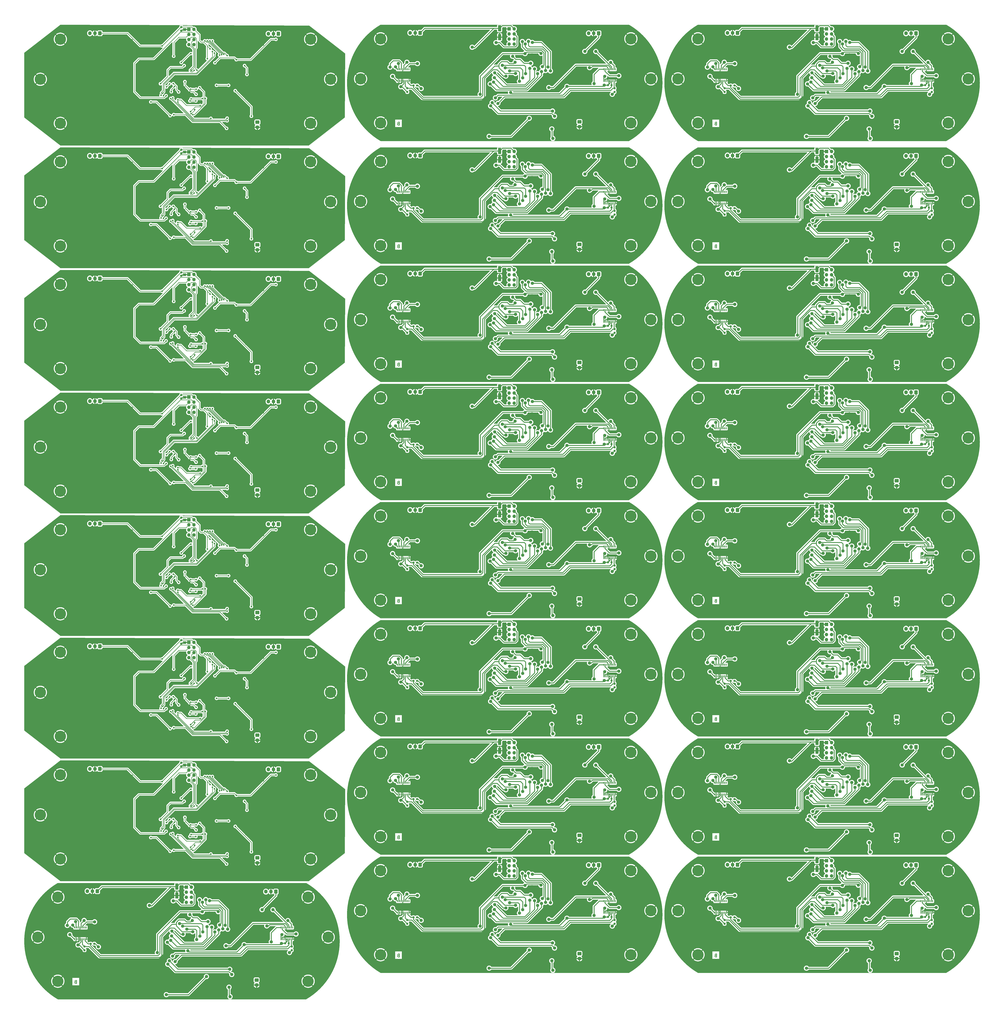
<source format=gbr>
%TF.GenerationSoftware,KiCad,Pcbnew,7.0.5-7.0.5~ubuntu20.04.1*%
%TF.CreationDate,2023-07-06T15:08:55+02:00*%
%TF.ProjectId,output_panel_QWYz9GD,6f757470-7574-45f7-9061-6e656c5f5157,rev?*%
%TF.SameCoordinates,Original*%
%TF.FileFunction,Copper,L2,Bot*%
%TF.FilePolarity,Positive*%
%FSLAX45Y45*%
G04 Gerber Fmt 4.5, Leading zero omitted, Abs format (unit mm)*
G04 Created by KiCad (PCBNEW 7.0.5-7.0.5~ubuntu20.04.1) date 2023-07-06 15:08:55*
%MOMM*%
%LPD*%
G01*
G04 APERTURE LIST*
G04 Aperture macros list*
%AMRoundRect*
0 Rectangle with rounded corners*
0 $1 Rounding radius*
0 $2 $3 $4 $5 $6 $7 $8 $9 X,Y pos of 4 corners*
0 Add a 4 corners polygon primitive as box body*
4,1,4,$2,$3,$4,$5,$6,$7,$8,$9,$2,$3,0*
0 Add four circle primitives for the rounded corners*
1,1,$1+$1,$2,$3*
1,1,$1+$1,$4,$5*
1,1,$1+$1,$6,$7*
1,1,$1+$1,$8,$9*
0 Add four rect primitives between the rounded corners*
20,1,$1+$1,$2,$3,$4,$5,0*
20,1,$1+$1,$4,$5,$6,$7,0*
20,1,$1+$1,$6,$7,$8,$9,0*
20,1,$1+$1,$8,$9,$2,$3,0*%
G04 Aperture macros list end*
%TA.AperFunction,Profile*%
%ADD10C,0.050000*%
%TD*%
%TA.AperFunction,Profile*%
%ADD11C,0.100000*%
%TD*%
%ADD12C,0.300000*%
%TA.AperFunction,NonConductor*%
%ADD13C,0.300000*%
%TD*%
%TA.AperFunction,ComponentPad*%
%ADD14R,1.700000X1.700000*%
%TD*%
%TA.AperFunction,ComponentPad*%
%ADD15O,1.700000X1.700000*%
%TD*%
%TA.AperFunction,ComponentPad*%
%ADD16RoundRect,0.250000X0.600000X0.725000X-0.600000X0.725000X-0.600000X-0.725000X0.600000X-0.725000X0*%
%TD*%
%TA.AperFunction,ComponentPad*%
%ADD17O,1.700000X1.950000*%
%TD*%
%TA.AperFunction,ComponentPad*%
%ADD18C,5.600000*%
%TD*%
%TA.AperFunction,SMDPad,CuDef*%
%ADD19RoundRect,0.237500X0.237500X-0.250000X0.237500X0.250000X-0.237500X0.250000X-0.237500X-0.250000X0*%
%TD*%
%TA.AperFunction,SMDPad,CuDef*%
%ADD20RoundRect,0.237500X-0.250000X-0.237500X0.250000X-0.237500X0.250000X0.237500X-0.250000X0.237500X0*%
%TD*%
%TA.AperFunction,ComponentPad*%
%ADD21RoundRect,0.250000X-0.750000X0.600000X-0.750000X-0.600000X0.750000X-0.600000X0.750000X0.600000X0*%
%TD*%
%TA.AperFunction,ComponentPad*%
%ADD22O,2.000000X1.700000*%
%TD*%
%TA.AperFunction,SMDPad,CuDef*%
%ADD23RoundRect,0.237500X0.250000X0.237500X-0.250000X0.237500X-0.250000X-0.237500X0.250000X-0.237500X0*%
%TD*%
%TA.AperFunction,SMDPad,CuDef*%
%ADD24R,0.400000X1.000000*%
%TD*%
%TA.AperFunction,SMDPad,CuDef*%
%ADD25RoundRect,0.250000X-0.550000X1.250000X-0.550000X-1.250000X0.550000X-1.250000X0.550000X1.250000X0*%
%TD*%
%TA.AperFunction,SMDPad,CuDef*%
%ADD26RoundRect,0.237500X-0.237500X0.300000X-0.237500X-0.300000X0.237500X-0.300000X0.237500X0.300000X0*%
%TD*%
%TA.AperFunction,ViaPad*%
%ADD27C,0.800000*%
%TD*%
%TA.AperFunction,ViaPad*%
%ADD28C,1.600000*%
%TD*%
%TA.AperFunction,Conductor*%
%ADD29C,0.250000*%
%TD*%
%TA.AperFunction,Conductor*%
%ADD30C,0.400000*%
%TD*%
G04 APERTURE END LIST*
D10*
X30243821Y-23770000D02*
G75*
G03*
X30243821Y-17970000I-1674316J2900000D01*
G01*
D11*
X50000Y-38169998D02*
X1850000Y-36769998D01*
D10*
X46091466Y-23770000D02*
G75*
G03*
X46091466Y-17970000I-1674316J2900000D01*
G01*
D11*
X1723822Y-42889998D02*
X14123822Y-42889998D01*
X17843821Y-11970000D02*
X30243821Y-11970000D01*
X17843821Y-29770000D02*
X30243821Y-29770000D01*
X14250000Y-6070000D02*
X1850000Y-6070000D01*
X1850000Y-12289999D02*
X14270000Y-12329999D01*
X50000Y-4670000D02*
X50000Y-1450000D01*
X33691466Y-23870000D02*
X46091466Y-23870000D01*
D10*
X17843822Y-41570000D02*
G75*
G03*
X17843821Y-47370000I1674316J-2900000D01*
G01*
D11*
X1850000Y-36769998D02*
X14270000Y-36809998D01*
X16050000Y-23029999D02*
X14250000Y-24429999D01*
X14250000Y-18309999D02*
X1850000Y-18309999D01*
X17843821Y-23870000D02*
X30243821Y-23870000D01*
X14250000Y-42789998D02*
X1850000Y-42789998D01*
X16070000Y-32079998D02*
X16050000Y-35269998D01*
X33691466Y-11970000D02*
X46091466Y-11970000D01*
X33691466Y-47370000D02*
X46091466Y-47370000D01*
D10*
X33691466Y-23870000D02*
G75*
G03*
X33691466Y-29670000I1674316J-2900000D01*
G01*
X33691466Y-6170000D02*
G75*
G03*
X33691466Y-11970000I1674316J-2900000D01*
G01*
D11*
X16050000Y-41389998D02*
X14250000Y-42789998D01*
X50000Y-29149998D02*
X50000Y-25929998D01*
X1850000Y-12189999D02*
X50000Y-10789999D01*
X1850000Y-18309999D02*
X50000Y-16909999D01*
X14270000Y-24569998D02*
X16070000Y-25959998D01*
X17843821Y-29670000D02*
X30243821Y-29670000D01*
X16070000Y-1480000D02*
X16050000Y-4670000D01*
X17843821Y-17870000D02*
X30243821Y-17870000D01*
X1850000Y-42789998D02*
X50000Y-41389998D01*
D10*
X46091466Y-11970000D02*
G75*
G03*
X46091466Y-6170000I-1674316J2900000D01*
G01*
D11*
X14250000Y-36669998D02*
X1850000Y-36669998D01*
D10*
X17843822Y-12070000D02*
G75*
G03*
X17843821Y-17870000I1674316J-2900000D01*
G01*
D11*
X50000Y-35269998D02*
X50000Y-32049998D01*
X33691466Y-12070000D02*
X46091466Y-12070000D01*
X50000Y-25929998D02*
X1850000Y-24529998D01*
X1850000Y-6169999D02*
X14270000Y-6209999D01*
D10*
X17843822Y-6170000D02*
G75*
G03*
X17843821Y-11970000I1674316J-2900000D01*
G01*
D11*
X33691466Y-29670000D02*
X46091466Y-29670000D01*
X17843821Y-35570000D02*
X30243821Y-35570000D01*
X17843821Y-41470000D02*
X30243821Y-41470000D01*
X16050000Y-10789999D02*
X14250000Y-12189999D01*
X14250000Y-24429999D02*
X1850000Y-24429999D01*
X17843821Y-12070000D02*
X30243821Y-12070000D01*
D10*
X33691466Y-41570000D02*
G75*
G03*
X33691466Y-47370000I1674316J-2900000D01*
G01*
X17843822Y-35670000D02*
G75*
G03*
X17843821Y-41470000I1674316J-2900000D01*
G01*
D11*
X33691466Y-41470000D02*
X46091466Y-41470000D01*
D10*
X1723822Y-42889998D02*
G75*
G03*
X1723822Y-48689998I1674316J-2900000D01*
G01*
D11*
X33691466Y-50000D02*
X46091466Y-50000D01*
D10*
X46091466Y-17870000D02*
G75*
G03*
X46091466Y-12070000I-1674316J2900000D01*
G01*
D11*
X14270000Y-30689998D02*
X16070000Y-32079998D01*
X17843821Y-35670000D02*
X30243821Y-35670000D01*
X1850000Y-24429999D02*
X50000Y-23029999D01*
X50000Y-32049998D02*
X1850000Y-30649998D01*
X16050000Y-4670000D02*
X14250000Y-6070000D01*
D10*
X46091466Y-35570000D02*
G75*
G03*
X46091466Y-29770000I-1674316J2900000D01*
G01*
D11*
X14270000Y-90000D02*
X16070000Y-1480000D01*
X16070000Y-13719999D02*
X16050000Y-16909999D01*
D10*
X30243821Y-29670000D02*
G75*
G03*
X30243821Y-23870000I-1674316J2900000D01*
G01*
D11*
X1850000Y-30649998D02*
X14270000Y-30689998D01*
X1850000Y-18409999D02*
X14270000Y-18449999D01*
X50000Y-13689999D02*
X1850000Y-12289999D01*
X14270000Y-6209999D02*
X16070000Y-7599999D01*
X50000Y-7569999D02*
X1850000Y-6169999D01*
D10*
X30243821Y-35570000D02*
G75*
G03*
X30243821Y-29770000I-1674316J2900000D01*
G01*
D11*
X16070000Y-25959998D02*
X16050000Y-29149998D01*
X50000Y-1450000D02*
X1850000Y-50000D01*
X33691466Y-23770000D02*
X46091466Y-23770000D01*
X17843821Y-23770000D02*
X30243821Y-23770000D01*
D10*
X17843821Y-50000D02*
G75*
G03*
X17843821Y-5850000I1674316J-2900000D01*
G01*
X46091466Y-47370000D02*
G75*
G03*
X46091466Y-41570000I-1674316J2900000D01*
G01*
D11*
X33691466Y-35670000D02*
X46091466Y-35670000D01*
X1723822Y-48689998D02*
X14123822Y-48689998D01*
X17843821Y-17970000D02*
X30243821Y-17970000D01*
D10*
X14123822Y-48689998D02*
G75*
G03*
X14123822Y-42889998I-1674316J2900000D01*
G01*
D11*
X50000Y-19809999D02*
X1850000Y-18409999D01*
D10*
X30243821Y-41470000D02*
G75*
G03*
X30243821Y-35670000I-1674316J2900000D01*
G01*
D11*
X16050000Y-29149998D02*
X14250000Y-30549998D01*
D10*
X33691466Y-12070000D02*
G75*
G03*
X33691466Y-17870000I1674316J-2900000D01*
G01*
D11*
X16070000Y-7599999D02*
X16050000Y-10789999D01*
X17843821Y-50000D02*
X30243821Y-50000D01*
D10*
X30243821Y-47370000D02*
G75*
G03*
X30243821Y-41570000I-1674316J2900000D01*
G01*
D11*
X17843821Y-47370000D02*
X30243821Y-47370000D01*
X14250000Y-12189999D02*
X1850000Y-12189999D01*
D10*
X30243821Y-11970000D02*
G75*
G03*
X30243821Y-6170000I-1674316J2900000D01*
G01*
D11*
X16050000Y-16909999D02*
X14250000Y-18309999D01*
X14270000Y-12329999D02*
X16070000Y-13719999D01*
X50000Y-16909999D02*
X50000Y-13689999D01*
X14270000Y-18449999D02*
X16070000Y-19839999D01*
X33691466Y-6170000D02*
X46091466Y-6170000D01*
X14270000Y-36809998D02*
X16070000Y-38199998D01*
X33691466Y-5850000D02*
X46091466Y-5850000D01*
D10*
X33691466Y-17970000D02*
G75*
G03*
X33691466Y-23770000I1674316J-2900000D01*
G01*
D11*
X33691466Y-41570000D02*
X46091466Y-41570000D01*
X16070000Y-38199998D02*
X16050000Y-41389998D01*
X1850000Y-50000D02*
X14270000Y-90000D01*
X14250000Y-30549998D02*
X1850000Y-30549998D01*
D10*
X33691466Y-35670000D02*
G75*
G03*
X33691466Y-41470000I1674316J-2900000D01*
G01*
X30243821Y-5850000D02*
G75*
G03*
X30243821Y-50000I-1674316J2900000D01*
G01*
X17843822Y-29770000D02*
G75*
G03*
X17843821Y-35570000I1674316J-2900000D01*
G01*
D11*
X1850000Y-6070000D02*
X50000Y-4670000D01*
X16050000Y-35269998D02*
X14250000Y-36669998D01*
D10*
X46091466Y-41470000D02*
G75*
G03*
X46091466Y-35670000I-1674316J2900000D01*
G01*
D11*
X1850000Y-36669998D02*
X50000Y-35269998D01*
D10*
X30243821Y-17870000D02*
G75*
G03*
X30243821Y-12070000I-1674316J2900000D01*
G01*
D11*
X50000Y-23029999D02*
X50000Y-19809999D01*
X1850000Y-24529998D02*
X14270000Y-24569998D01*
D10*
X17843822Y-17970000D02*
G75*
G03*
X17843821Y-23770000I1674316J-2900000D01*
G01*
X46091466Y-29670000D02*
G75*
G03*
X46091466Y-23870000I-1674316J2900000D01*
G01*
D11*
X50000Y-10789999D02*
X50000Y-7569999D01*
D10*
X33691466Y-29770000D02*
G75*
G03*
X33691466Y-35570000I1674316J-2900000D01*
G01*
D11*
X50000Y-41389998D02*
X50000Y-38169998D01*
D10*
X33691466Y-50000D02*
G75*
G03*
X33691466Y-5850000I1674316J-2900000D01*
G01*
X17843822Y-23870000D02*
G75*
G03*
X17843821Y-29670000I1674316J-2900000D01*
G01*
D11*
X17843821Y-41570000D02*
X30243821Y-41570000D01*
X17843821Y-6170000D02*
X30243821Y-6170000D01*
X17843821Y-5850000D02*
X30243821Y-5850000D01*
X16070000Y-19839999D02*
X16050000Y-23029999D01*
D10*
X46091466Y-5850000D02*
G75*
G03*
X46091466Y-50000I-1674316J2900000D01*
G01*
D11*
X33691466Y-17970000D02*
X46091466Y-17970000D01*
X33691466Y-35570000D02*
X46091466Y-35570000D01*
X33691466Y-17870000D02*
X46091466Y-17870000D01*
X33691466Y-29770000D02*
X46091466Y-29770000D01*
X1850000Y-30549998D02*
X50000Y-29149998D01*
D12*
D13*
X34577015Y-11102511D02*
X34555586Y-11109654D01*
X34555586Y-11109654D02*
X34548443Y-11116797D01*
X34548443Y-11116797D02*
X34541300Y-11131083D01*
X34541300Y-11131083D02*
X34541300Y-11152511D01*
X34541300Y-11152511D02*
X34548443Y-11166797D01*
X34548443Y-11166797D02*
X34555586Y-11173940D01*
X34555586Y-11173940D02*
X34569872Y-11181083D01*
X34569872Y-11181083D02*
X34627015Y-11181083D01*
X34627015Y-11181083D02*
X34627015Y-11031083D01*
X34627015Y-11031083D02*
X34577015Y-11031083D01*
X34577015Y-11031083D02*
X34562729Y-11038225D01*
X34562729Y-11038225D02*
X34555586Y-11045368D01*
X34555586Y-11045368D02*
X34548443Y-11059654D01*
X34548443Y-11059654D02*
X34548443Y-11073940D01*
X34548443Y-11073940D02*
X34555586Y-11088225D01*
X34555586Y-11088225D02*
X34562729Y-11095368D01*
X34562729Y-11095368D02*
X34577015Y-11102511D01*
X34577015Y-11102511D02*
X34627015Y-11102511D01*
D12*
D13*
X34577015Y-17002511D02*
X34555586Y-17009654D01*
X34555586Y-17009654D02*
X34548443Y-17016797D01*
X34548443Y-17016797D02*
X34541300Y-17031083D01*
X34541300Y-17031083D02*
X34541300Y-17052511D01*
X34541300Y-17052511D02*
X34548443Y-17066797D01*
X34548443Y-17066797D02*
X34555586Y-17073940D01*
X34555586Y-17073940D02*
X34569872Y-17081083D01*
X34569872Y-17081083D02*
X34627015Y-17081083D01*
X34627015Y-17081083D02*
X34627015Y-16931083D01*
X34627015Y-16931083D02*
X34577015Y-16931083D01*
X34577015Y-16931083D02*
X34562729Y-16938225D01*
X34562729Y-16938225D02*
X34555586Y-16945368D01*
X34555586Y-16945368D02*
X34548443Y-16959654D01*
X34548443Y-16959654D02*
X34548443Y-16973940D01*
X34548443Y-16973940D02*
X34555586Y-16988225D01*
X34555586Y-16988225D02*
X34562729Y-16995368D01*
X34562729Y-16995368D02*
X34577015Y-17002511D01*
X34577015Y-17002511D02*
X34627015Y-17002511D01*
D12*
D13*
X18729370Y-46502511D02*
X18707942Y-46509654D01*
X18707942Y-46509654D02*
X18700799Y-46516797D01*
X18700799Y-46516797D02*
X18693656Y-46531082D01*
X18693656Y-46531082D02*
X18693656Y-46552511D01*
X18693656Y-46552511D02*
X18700799Y-46566797D01*
X18700799Y-46566797D02*
X18707942Y-46573940D01*
X18707942Y-46573940D02*
X18722227Y-46581082D01*
X18722227Y-46581082D02*
X18779370Y-46581082D01*
X18779370Y-46581082D02*
X18779370Y-46431082D01*
X18779370Y-46431082D02*
X18729370Y-46431082D01*
X18729370Y-46431082D02*
X18715084Y-46438225D01*
X18715084Y-46438225D02*
X18707942Y-46445368D01*
X18707942Y-46445368D02*
X18700799Y-46459654D01*
X18700799Y-46459654D02*
X18700799Y-46473940D01*
X18700799Y-46473940D02*
X18707942Y-46488225D01*
X18707942Y-46488225D02*
X18715084Y-46495368D01*
X18715084Y-46495368D02*
X18729370Y-46502511D01*
X18729370Y-46502511D02*
X18779370Y-46502511D01*
D12*
D13*
X18729370Y-4982511D02*
X18707942Y-4989654D01*
X18707942Y-4989654D02*
X18700799Y-4996797D01*
X18700799Y-4996797D02*
X18693656Y-5011083D01*
X18693656Y-5011083D02*
X18693656Y-5032511D01*
X18693656Y-5032511D02*
X18700799Y-5046797D01*
X18700799Y-5046797D02*
X18707942Y-5053940D01*
X18707942Y-5053940D02*
X18722227Y-5061083D01*
X18722227Y-5061083D02*
X18779370Y-5061083D01*
X18779370Y-5061083D02*
X18779370Y-4911083D01*
X18779370Y-4911083D02*
X18729370Y-4911083D01*
X18729370Y-4911083D02*
X18715084Y-4918226D01*
X18715084Y-4918226D02*
X18707942Y-4925369D01*
X18707942Y-4925369D02*
X18700799Y-4939654D01*
X18700799Y-4939654D02*
X18700799Y-4953940D01*
X18700799Y-4953940D02*
X18707942Y-4968226D01*
X18707942Y-4968226D02*
X18715084Y-4975369D01*
X18715084Y-4975369D02*
X18729370Y-4982511D01*
X18729370Y-4982511D02*
X18779370Y-4982511D01*
D12*
D13*
X34577015Y-40602511D02*
X34555586Y-40609654D01*
X34555586Y-40609654D02*
X34548443Y-40616797D01*
X34548443Y-40616797D02*
X34541300Y-40631083D01*
X34541300Y-40631083D02*
X34541300Y-40652511D01*
X34541300Y-40652511D02*
X34548443Y-40666797D01*
X34548443Y-40666797D02*
X34555586Y-40673940D01*
X34555586Y-40673940D02*
X34569872Y-40681083D01*
X34569872Y-40681083D02*
X34627015Y-40681083D01*
X34627015Y-40681083D02*
X34627015Y-40531083D01*
X34627015Y-40531083D02*
X34577015Y-40531083D01*
X34577015Y-40531083D02*
X34562729Y-40538225D01*
X34562729Y-40538225D02*
X34555586Y-40545368D01*
X34555586Y-40545368D02*
X34548443Y-40559654D01*
X34548443Y-40559654D02*
X34548443Y-40573940D01*
X34548443Y-40573940D02*
X34555586Y-40588225D01*
X34555586Y-40588225D02*
X34562729Y-40595368D01*
X34562729Y-40595368D02*
X34577015Y-40602511D01*
X34577015Y-40602511D02*
X34627015Y-40602511D01*
D12*
D13*
X18729370Y-17002511D02*
X18707942Y-17009654D01*
X18707942Y-17009654D02*
X18700799Y-17016797D01*
X18700799Y-17016797D02*
X18693656Y-17031083D01*
X18693656Y-17031083D02*
X18693656Y-17052511D01*
X18693656Y-17052511D02*
X18700799Y-17066797D01*
X18700799Y-17066797D02*
X18707942Y-17073940D01*
X18707942Y-17073940D02*
X18722227Y-17081083D01*
X18722227Y-17081083D02*
X18779370Y-17081083D01*
X18779370Y-17081083D02*
X18779370Y-16931083D01*
X18779370Y-16931083D02*
X18729370Y-16931083D01*
X18729370Y-16931083D02*
X18715084Y-16938225D01*
X18715084Y-16938225D02*
X18707942Y-16945368D01*
X18707942Y-16945368D02*
X18700799Y-16959654D01*
X18700799Y-16959654D02*
X18700799Y-16973940D01*
X18700799Y-16973940D02*
X18707942Y-16988225D01*
X18707942Y-16988225D02*
X18715084Y-16995368D01*
X18715084Y-16995368D02*
X18729370Y-17002511D01*
X18729370Y-17002511D02*
X18779370Y-17002511D01*
D12*
D13*
X18729370Y-34702511D02*
X18707942Y-34709654D01*
X18707942Y-34709654D02*
X18700799Y-34716797D01*
X18700799Y-34716797D02*
X18693656Y-34731083D01*
X18693656Y-34731083D02*
X18693656Y-34752511D01*
X18693656Y-34752511D02*
X18700799Y-34766797D01*
X18700799Y-34766797D02*
X18707942Y-34773940D01*
X18707942Y-34773940D02*
X18722227Y-34781083D01*
X18722227Y-34781083D02*
X18779370Y-34781083D01*
X18779370Y-34781083D02*
X18779370Y-34631083D01*
X18779370Y-34631083D02*
X18729370Y-34631083D01*
X18729370Y-34631083D02*
X18715084Y-34638225D01*
X18715084Y-34638225D02*
X18707942Y-34645368D01*
X18707942Y-34645368D02*
X18700799Y-34659654D01*
X18700799Y-34659654D02*
X18700799Y-34673940D01*
X18700799Y-34673940D02*
X18707942Y-34688225D01*
X18707942Y-34688225D02*
X18715084Y-34695368D01*
X18715084Y-34695368D02*
X18729370Y-34702511D01*
X18729370Y-34702511D02*
X18779370Y-34702511D01*
D12*
D13*
X34577015Y-4982511D02*
X34555586Y-4989654D01*
X34555586Y-4989654D02*
X34548443Y-4996797D01*
X34548443Y-4996797D02*
X34541300Y-5011083D01*
X34541300Y-5011083D02*
X34541300Y-5032511D01*
X34541300Y-5032511D02*
X34548443Y-5046797D01*
X34548443Y-5046797D02*
X34555586Y-5053940D01*
X34555586Y-5053940D02*
X34569872Y-5061083D01*
X34569872Y-5061083D02*
X34627015Y-5061083D01*
X34627015Y-5061083D02*
X34627015Y-4911083D01*
X34627015Y-4911083D02*
X34577015Y-4911083D01*
X34577015Y-4911083D02*
X34562729Y-4918226D01*
X34562729Y-4918226D02*
X34555586Y-4925369D01*
X34555586Y-4925369D02*
X34548443Y-4939654D01*
X34548443Y-4939654D02*
X34548443Y-4953940D01*
X34548443Y-4953940D02*
X34555586Y-4968226D01*
X34555586Y-4968226D02*
X34562729Y-4975369D01*
X34562729Y-4975369D02*
X34577015Y-4982511D01*
X34577015Y-4982511D02*
X34627015Y-4982511D01*
D12*
D13*
X18729370Y-28802511D02*
X18707942Y-28809654D01*
X18707942Y-28809654D02*
X18700799Y-28816797D01*
X18700799Y-28816797D02*
X18693656Y-28831082D01*
X18693656Y-28831082D02*
X18693656Y-28852511D01*
X18693656Y-28852511D02*
X18700799Y-28866797D01*
X18700799Y-28866797D02*
X18707942Y-28873940D01*
X18707942Y-28873940D02*
X18722227Y-28881082D01*
X18722227Y-28881082D02*
X18779370Y-28881082D01*
X18779370Y-28881082D02*
X18779370Y-28731082D01*
X18779370Y-28731082D02*
X18729370Y-28731082D01*
X18729370Y-28731082D02*
X18715084Y-28738225D01*
X18715084Y-28738225D02*
X18707942Y-28745368D01*
X18707942Y-28745368D02*
X18700799Y-28759654D01*
X18700799Y-28759654D02*
X18700799Y-28773940D01*
X18700799Y-28773940D02*
X18707942Y-28788225D01*
X18707942Y-28788225D02*
X18715084Y-28795368D01*
X18715084Y-28795368D02*
X18729370Y-28802511D01*
X18729370Y-28802511D02*
X18779370Y-28802511D01*
D12*
D13*
X34577015Y-22902511D02*
X34555586Y-22909654D01*
X34555586Y-22909654D02*
X34548443Y-22916797D01*
X34548443Y-22916797D02*
X34541300Y-22931082D01*
X34541300Y-22931082D02*
X34541300Y-22952511D01*
X34541300Y-22952511D02*
X34548443Y-22966797D01*
X34548443Y-22966797D02*
X34555586Y-22973940D01*
X34555586Y-22973940D02*
X34569872Y-22981082D01*
X34569872Y-22981082D02*
X34627015Y-22981082D01*
X34627015Y-22981082D02*
X34627015Y-22831082D01*
X34627015Y-22831082D02*
X34577015Y-22831082D01*
X34577015Y-22831082D02*
X34562729Y-22838225D01*
X34562729Y-22838225D02*
X34555586Y-22845368D01*
X34555586Y-22845368D02*
X34548443Y-22859654D01*
X34548443Y-22859654D02*
X34548443Y-22873940D01*
X34548443Y-22873940D02*
X34555586Y-22888225D01*
X34555586Y-22888225D02*
X34562729Y-22895368D01*
X34562729Y-22895368D02*
X34577015Y-22902511D01*
X34577015Y-22902511D02*
X34627015Y-22902511D01*
D12*
D13*
X18729370Y-40602511D02*
X18707942Y-40609654D01*
X18707942Y-40609654D02*
X18700799Y-40616797D01*
X18700799Y-40616797D02*
X18693656Y-40631083D01*
X18693656Y-40631083D02*
X18693656Y-40652511D01*
X18693656Y-40652511D02*
X18700799Y-40666797D01*
X18700799Y-40666797D02*
X18707942Y-40673940D01*
X18707942Y-40673940D02*
X18722227Y-40681083D01*
X18722227Y-40681083D02*
X18779370Y-40681083D01*
X18779370Y-40681083D02*
X18779370Y-40531083D01*
X18779370Y-40531083D02*
X18729370Y-40531083D01*
X18729370Y-40531083D02*
X18715084Y-40538225D01*
X18715084Y-40538225D02*
X18707942Y-40545368D01*
X18707942Y-40545368D02*
X18700799Y-40559654D01*
X18700799Y-40559654D02*
X18700799Y-40573940D01*
X18700799Y-40573940D02*
X18707942Y-40588225D01*
X18707942Y-40588225D02*
X18715084Y-40595368D01*
X18715084Y-40595368D02*
X18729370Y-40602511D01*
X18729370Y-40602511D02*
X18779370Y-40602511D01*
D12*
D13*
X34577015Y-46502511D02*
X34555586Y-46509654D01*
X34555586Y-46509654D02*
X34548443Y-46516797D01*
X34548443Y-46516797D02*
X34541300Y-46531082D01*
X34541300Y-46531082D02*
X34541300Y-46552511D01*
X34541300Y-46552511D02*
X34548443Y-46566797D01*
X34548443Y-46566797D02*
X34555586Y-46573940D01*
X34555586Y-46573940D02*
X34569872Y-46581082D01*
X34569872Y-46581082D02*
X34627015Y-46581082D01*
X34627015Y-46581082D02*
X34627015Y-46431082D01*
X34627015Y-46431082D02*
X34577015Y-46431082D01*
X34577015Y-46431082D02*
X34562729Y-46438225D01*
X34562729Y-46438225D02*
X34555586Y-46445368D01*
X34555586Y-46445368D02*
X34548443Y-46459654D01*
X34548443Y-46459654D02*
X34548443Y-46473940D01*
X34548443Y-46473940D02*
X34555586Y-46488225D01*
X34555586Y-46488225D02*
X34562729Y-46495368D01*
X34562729Y-46495368D02*
X34577015Y-46502511D01*
X34577015Y-46502511D02*
X34627015Y-46502511D01*
D12*
D13*
X34577015Y-28802511D02*
X34555586Y-28809654D01*
X34555586Y-28809654D02*
X34548443Y-28816797D01*
X34548443Y-28816797D02*
X34541300Y-28831082D01*
X34541300Y-28831082D02*
X34541300Y-28852511D01*
X34541300Y-28852511D02*
X34548443Y-28866797D01*
X34548443Y-28866797D02*
X34555586Y-28873940D01*
X34555586Y-28873940D02*
X34569872Y-28881082D01*
X34569872Y-28881082D02*
X34627015Y-28881082D01*
X34627015Y-28881082D02*
X34627015Y-28731082D01*
X34627015Y-28731082D02*
X34577015Y-28731082D01*
X34577015Y-28731082D02*
X34562729Y-28738225D01*
X34562729Y-28738225D02*
X34555586Y-28745368D01*
X34555586Y-28745368D02*
X34548443Y-28759654D01*
X34548443Y-28759654D02*
X34548443Y-28773940D01*
X34548443Y-28773940D02*
X34555586Y-28788225D01*
X34555586Y-28788225D02*
X34562729Y-28795368D01*
X34562729Y-28795368D02*
X34577015Y-28802511D01*
X34577015Y-28802511D02*
X34627015Y-28802511D01*
D12*
D13*
X2609371Y-47822509D02*
X2587943Y-47829652D01*
X2587943Y-47829652D02*
X2580800Y-47836795D01*
X2580800Y-47836795D02*
X2573657Y-47851081D01*
X2573657Y-47851081D02*
X2573657Y-47872509D01*
X2573657Y-47872509D02*
X2580800Y-47886795D01*
X2580800Y-47886795D02*
X2587943Y-47893938D01*
X2587943Y-47893938D02*
X2602228Y-47901081D01*
X2602228Y-47901081D02*
X2659371Y-47901081D01*
X2659371Y-47901081D02*
X2659371Y-47751081D01*
X2659371Y-47751081D02*
X2609371Y-47751081D01*
X2609371Y-47751081D02*
X2595085Y-47758224D01*
X2595085Y-47758224D02*
X2587943Y-47765366D01*
X2587943Y-47765366D02*
X2580800Y-47779652D01*
X2580800Y-47779652D02*
X2580800Y-47793938D01*
X2580800Y-47793938D02*
X2587943Y-47808224D01*
X2587943Y-47808224D02*
X2595085Y-47815366D01*
X2595085Y-47815366D02*
X2609371Y-47822509D01*
X2609371Y-47822509D02*
X2659371Y-47822509D01*
D12*
D13*
X34577015Y-34702511D02*
X34555586Y-34709654D01*
X34555586Y-34709654D02*
X34548443Y-34716797D01*
X34548443Y-34716797D02*
X34541300Y-34731083D01*
X34541300Y-34731083D02*
X34541300Y-34752511D01*
X34541300Y-34752511D02*
X34548443Y-34766797D01*
X34548443Y-34766797D02*
X34555586Y-34773940D01*
X34555586Y-34773940D02*
X34569872Y-34781083D01*
X34569872Y-34781083D02*
X34627015Y-34781083D01*
X34627015Y-34781083D02*
X34627015Y-34631083D01*
X34627015Y-34631083D02*
X34577015Y-34631083D01*
X34577015Y-34631083D02*
X34562729Y-34638225D01*
X34562729Y-34638225D02*
X34555586Y-34645368D01*
X34555586Y-34645368D02*
X34548443Y-34659654D01*
X34548443Y-34659654D02*
X34548443Y-34673940D01*
X34548443Y-34673940D02*
X34555586Y-34688225D01*
X34555586Y-34688225D02*
X34562729Y-34695368D01*
X34562729Y-34695368D02*
X34577015Y-34702511D01*
X34577015Y-34702511D02*
X34627015Y-34702511D01*
D12*
D13*
X18729370Y-11102511D02*
X18707942Y-11109654D01*
X18707942Y-11109654D02*
X18700799Y-11116797D01*
X18700799Y-11116797D02*
X18693656Y-11131083D01*
X18693656Y-11131083D02*
X18693656Y-11152511D01*
X18693656Y-11152511D02*
X18700799Y-11166797D01*
X18700799Y-11166797D02*
X18707942Y-11173940D01*
X18707942Y-11173940D02*
X18722227Y-11181083D01*
X18722227Y-11181083D02*
X18779370Y-11181083D01*
X18779370Y-11181083D02*
X18779370Y-11031083D01*
X18779370Y-11031083D02*
X18729370Y-11031083D01*
X18729370Y-11031083D02*
X18715084Y-11038225D01*
X18715084Y-11038225D02*
X18707942Y-11045368D01*
X18707942Y-11045368D02*
X18700799Y-11059654D01*
X18700799Y-11059654D02*
X18700799Y-11073940D01*
X18700799Y-11073940D02*
X18707942Y-11088225D01*
X18707942Y-11088225D02*
X18715084Y-11095368D01*
X18715084Y-11095368D02*
X18729370Y-11102511D01*
X18729370Y-11102511D02*
X18779370Y-11102511D01*
D12*
D13*
X18729370Y-22902511D02*
X18707942Y-22909654D01*
X18707942Y-22909654D02*
X18700799Y-22916797D01*
X18700799Y-22916797D02*
X18693656Y-22931082D01*
X18693656Y-22931082D02*
X18693656Y-22952511D01*
X18693656Y-22952511D02*
X18700799Y-22966797D01*
X18700799Y-22966797D02*
X18707942Y-22973940D01*
X18707942Y-22973940D02*
X18722227Y-22981082D01*
X18722227Y-22981082D02*
X18779370Y-22981082D01*
X18779370Y-22981082D02*
X18779370Y-22831082D01*
X18779370Y-22831082D02*
X18729370Y-22831082D01*
X18729370Y-22831082D02*
X18715084Y-22838225D01*
X18715084Y-22838225D02*
X18707942Y-22845368D01*
X18707942Y-22845368D02*
X18700799Y-22859654D01*
X18700799Y-22859654D02*
X18700799Y-22873940D01*
X18700799Y-22873940D02*
X18707942Y-22888225D01*
X18707942Y-22888225D02*
X18715084Y-22895368D01*
X18715084Y-22895368D02*
X18729370Y-22902511D01*
X18729370Y-22902511D02*
X18779370Y-22902511D01*
D14*
X24263821Y-12276000D03*
D15*
X24517821Y-12276000D03*
X24263821Y-12530000D03*
X24517821Y-12530000D03*
X24263821Y-12784000D03*
X24517821Y-12784000D03*
X24263821Y-13038000D03*
X24517821Y-13038000D03*
D16*
X19818821Y-18372500D03*
D17*
X19568821Y-18372500D03*
X19318821Y-18372500D03*
D18*
X30343821Y-4950000D03*
X15350000Y-33369998D03*
X33691466Y-28770000D03*
X30343821Y-12770000D03*
X16843821Y-8870000D03*
X17843821Y-6870000D03*
X1850000Y-35569998D03*
X16843821Y-2750000D03*
D14*
X8270000Y-276000D03*
D15*
X8524000Y-276000D03*
X8270000Y-530000D03*
X8524000Y-530000D03*
X8270000Y-784000D03*
X8524000Y-784000D03*
X8270000Y-1038000D03*
X8524000Y-1038000D03*
D18*
X46191466Y-11070000D03*
X30343821Y-40570000D03*
X1850000Y-6889999D03*
D14*
X8270000Y-24755998D03*
D15*
X8524000Y-24755998D03*
X8270000Y-25009998D03*
X8524000Y-25009998D03*
X8270000Y-25263998D03*
X8524000Y-25263998D03*
X8270000Y-25517998D03*
X8524000Y-25517998D03*
D18*
X31343821Y-44270000D03*
D16*
X35666466Y-18372500D03*
D17*
X35416466Y-18372500D03*
X35166466Y-18372500D03*
D18*
X30343821Y-22870000D03*
D14*
X8270000Y-30875998D03*
D15*
X8524000Y-30875998D03*
X8270000Y-31129998D03*
X8524000Y-31129998D03*
X8270000Y-31383998D03*
X8524000Y-31383998D03*
X8270000Y-31637998D03*
X8524000Y-31637998D03*
D18*
X47191466Y-38370000D03*
D16*
X19818821Y-6572500D03*
D17*
X19568821Y-6572500D03*
X19318821Y-6572500D03*
D18*
X46191466Y-6870000D03*
X31343821Y-26570000D03*
X31343821Y-2750000D03*
X33691466Y-11070000D03*
D16*
X19818821Y-30172500D03*
D17*
X19568821Y-30172500D03*
X19318821Y-30172500D03*
D16*
X44581866Y-18396200D03*
D17*
X44331866Y-18396200D03*
X44081866Y-18396200D03*
D16*
X19818821Y-41972500D03*
D17*
X19568821Y-41972500D03*
X19318821Y-41972500D03*
D18*
X46191466Y-40570000D03*
D14*
X8270000Y-6395999D03*
D15*
X8524000Y-6395999D03*
X8270000Y-6649999D03*
X8524000Y-6649999D03*
X8270000Y-6903999D03*
X8524000Y-6903999D03*
X8270000Y-7157999D03*
X8524000Y-7157999D03*
D16*
X12740400Y-24976198D03*
D17*
X12490400Y-24976198D03*
X12240400Y-24976198D03*
D18*
X46191466Y-46470000D03*
D16*
X35666466Y-41972500D03*
D17*
X35416466Y-41972500D03*
X35166466Y-41972500D03*
D18*
X1850000Y-770000D03*
X46191466Y-18670000D03*
X33691466Y-42270000D03*
X33691466Y-750000D03*
X30343821Y-30470000D03*
D16*
X35666466Y-30172500D03*
D17*
X35416466Y-30172500D03*
X35166466Y-30172500D03*
D14*
X40111466Y-24076000D03*
D15*
X40365466Y-24076000D03*
X40111466Y-24330000D03*
X40365466Y-24330000D03*
X40111466Y-24584000D03*
X40365466Y-24584000D03*
X40111466Y-24838000D03*
X40365466Y-24838000D03*
D18*
X15350000Y-39489998D03*
D16*
X44581866Y-6596200D03*
D17*
X44331866Y-6596200D03*
X44081866Y-6596200D03*
D18*
X14350000Y-770000D03*
D16*
X35666466Y-6572500D03*
D17*
X35416466Y-6572500D03*
X35166466Y-6572500D03*
D14*
X24263821Y-6376000D03*
D15*
X24517821Y-6376000D03*
X24263821Y-6630000D03*
X24517821Y-6630000D03*
X24263821Y-6884000D03*
X24517821Y-6884000D03*
X24263821Y-7138000D03*
X24517821Y-7138000D03*
D16*
X3825000Y-24952498D03*
D17*
X3575000Y-24952498D03*
X3325000Y-24952498D03*
D18*
X31343821Y-32470000D03*
X15350000Y-2770000D03*
D16*
X28734221Y-41996200D03*
D17*
X28484221Y-41996200D03*
X28234221Y-41996200D03*
D18*
X15350000Y-8889999D03*
X14350000Y-13009999D03*
X47191466Y-20670000D03*
D16*
X28734221Y-24296200D03*
D17*
X28484221Y-24296200D03*
X28234221Y-24296200D03*
D16*
X12740400Y-6616199D03*
D17*
X12490400Y-6616199D03*
X12240400Y-6616199D03*
D16*
X28734221Y-6596200D03*
D17*
X28484221Y-6596200D03*
X28234221Y-6596200D03*
D14*
X40111466Y-29976000D03*
D15*
X40365466Y-29976000D03*
X40111466Y-30230000D03*
X40365466Y-30230000D03*
X40111466Y-30484000D03*
X40365466Y-30484000D03*
X40111466Y-30738000D03*
X40365466Y-30738000D03*
D18*
X33691466Y-24570000D03*
X33691466Y-46470000D03*
X32691466Y-20670000D03*
X16843821Y-38370000D03*
X850000Y-21129999D03*
X14350000Y-25249998D03*
D16*
X35666466Y-36072500D03*
D17*
X35416466Y-36072500D03*
X35166466Y-36072500D03*
D16*
X28734221Y-12496200D03*
D17*
X28484221Y-12496200D03*
X28234221Y-12496200D03*
D18*
X17843821Y-40570000D03*
D16*
X12740400Y-12736199D03*
D17*
X12490400Y-12736199D03*
X12240400Y-12736199D03*
D16*
X19818821Y-36072500D03*
D17*
X19568821Y-36072500D03*
X19318821Y-36072500D03*
D18*
X1850000Y-13009999D03*
X16843821Y-32470000D03*
D16*
X28734221Y-30196200D03*
D17*
X28484221Y-30196200D03*
X28234221Y-30196200D03*
D14*
X8143822Y-43095998D03*
D15*
X8397822Y-43095998D03*
X8143822Y-43349998D03*
X8397822Y-43349998D03*
X8143822Y-43603998D03*
X8397822Y-43603998D03*
X8143822Y-43857998D03*
X8397822Y-43857998D03*
D18*
X33691466Y-22870000D03*
D14*
X40111466Y-18176000D03*
D15*
X40365466Y-18176000D03*
X40111466Y-18430000D03*
X40365466Y-18430000D03*
X40111466Y-18684000D03*
X40365466Y-18684000D03*
X40111466Y-18938000D03*
X40365466Y-18938000D03*
D18*
X32691466Y-44270000D03*
X30343821Y-28770000D03*
X14350000Y-37489998D03*
X1850000Y-17209999D03*
X850000Y-39489998D03*
X15223822Y-45589998D03*
X30343821Y-11070000D03*
D16*
X35666466Y-12472500D03*
D17*
X35416466Y-12472500D03*
X35166466Y-12472500D03*
D18*
X850000Y-15009999D03*
X17843821Y-46470000D03*
X14350000Y-4970000D03*
X14350000Y-11089999D03*
D14*
X8270000Y-18635999D03*
D15*
X8524000Y-18635999D03*
X8270000Y-18889999D03*
X8524000Y-18889999D03*
X8270000Y-19143999D03*
X8524000Y-19143999D03*
X8270000Y-19397999D03*
X8524000Y-19397999D03*
D16*
X19818821Y-452500D03*
D17*
X19568821Y-452500D03*
X19318821Y-452500D03*
D18*
X47191466Y-32470000D03*
D16*
X3825000Y-37192498D03*
D17*
X3575000Y-37192498D03*
X3325000Y-37192498D03*
D18*
X14350000Y-35569998D03*
X32691466Y-38370000D03*
X46191466Y-4950000D03*
X31343821Y-20670000D03*
X17843821Y-12770000D03*
X46191466Y-28770000D03*
X46191466Y-750000D03*
X723822Y-45589998D03*
D16*
X3825000Y-31072498D03*
D17*
X3575000Y-31072498D03*
X3325000Y-31072498D03*
D14*
X40111466Y-256000D03*
D15*
X40365466Y-256000D03*
X40111466Y-510000D03*
X40365466Y-510000D03*
X40111466Y-764000D03*
X40365466Y-764000D03*
X40111466Y-1018000D03*
X40365466Y-1018000D03*
D18*
X14350000Y-17209999D03*
X17843821Y-4950000D03*
D16*
X44581866Y-30196200D03*
D17*
X44331866Y-30196200D03*
X44081866Y-30196200D03*
D18*
X14223822Y-43589998D03*
X15350000Y-27249998D03*
X1850000Y-41689998D03*
D16*
X19818821Y-12472500D03*
D17*
X19568821Y-12472500D03*
X19318821Y-12472500D03*
D18*
X30343821Y-46470000D03*
X1850000Y-25249998D03*
D16*
X12740400Y-496200D03*
D17*
X12490400Y-496200D03*
X12240400Y-496200D03*
D16*
X28734221Y-36096200D03*
D17*
X28484221Y-36096200D03*
X28234221Y-36096200D03*
D18*
X1850000Y-11089999D03*
X33691466Y-12770000D03*
X16843821Y-20670000D03*
X1850000Y-4970000D03*
X17843821Y-24570000D03*
D16*
X28734221Y-476200D03*
D17*
X28484221Y-476200D03*
X28234221Y-476200D03*
D16*
X28734221Y-18396200D03*
D17*
X28484221Y-18396200D03*
X28234221Y-18396200D03*
D18*
X32691466Y-32470000D03*
D16*
X3825000Y-18832499D03*
D17*
X3575000Y-18832499D03*
X3325000Y-18832499D03*
D18*
X47191466Y-26570000D03*
X33691466Y-30470000D03*
X47191466Y-2750000D03*
D16*
X3825000Y-12712499D03*
D17*
X3575000Y-12712499D03*
X3325000Y-12712499D03*
D18*
X33691466Y-18670000D03*
D16*
X35666466Y-24272500D03*
D17*
X35416466Y-24272500D03*
X35166466Y-24272500D03*
D16*
X12740400Y-18856199D03*
D17*
X12490400Y-18856199D03*
X12240400Y-18856199D03*
D14*
X40111466Y-6376000D03*
D15*
X40365466Y-6376000D03*
X40111466Y-6630000D03*
X40365466Y-6630000D03*
X40111466Y-6884000D03*
X40365466Y-6884000D03*
X40111466Y-7138000D03*
X40365466Y-7138000D03*
D14*
X8270000Y-12515999D03*
D15*
X8524000Y-12515999D03*
X8270000Y-12769999D03*
X8524000Y-12769999D03*
X8270000Y-13023999D03*
X8524000Y-13023999D03*
X8270000Y-13277999D03*
X8524000Y-13277999D03*
D18*
X17843821Y-750000D03*
X16843821Y-14770000D03*
X17843821Y-34670000D03*
X17843821Y-11070000D03*
X32691466Y-26570000D03*
X17843821Y-36370000D03*
X16843821Y-44270000D03*
D16*
X12740400Y-37216198D03*
D17*
X12490400Y-37216198D03*
X12240400Y-37216198D03*
D18*
X850000Y-8889999D03*
X30343821Y-750000D03*
D16*
X3825000Y-6592499D03*
D17*
X3575000Y-6592499D03*
X3325000Y-6592499D03*
D18*
X30343821Y-16970000D03*
X46191466Y-12770000D03*
D16*
X35666466Y-452500D03*
D17*
X35416466Y-452500D03*
X35166466Y-452500D03*
D18*
X30343821Y-24570000D03*
X30343821Y-18670000D03*
D14*
X24263821Y-256000D03*
D15*
X24517821Y-256000D03*
X24263821Y-510000D03*
X24517821Y-510000D03*
X24263821Y-764000D03*
X24517821Y-764000D03*
X24263821Y-1018000D03*
X24517821Y-1018000D03*
D18*
X14350000Y-41689998D03*
X46191466Y-36370000D03*
D16*
X19818821Y-24272500D03*
D17*
X19568821Y-24272500D03*
X19318821Y-24272500D03*
D18*
X47191466Y-44270000D03*
X33691466Y-34670000D03*
X30343821Y-34670000D03*
X47191466Y-14770000D03*
X1850000Y-31369998D03*
X46191466Y-30470000D03*
X1850000Y-19129999D03*
X31343821Y-38370000D03*
X15350000Y-15009999D03*
D14*
X24263821Y-24076000D03*
D15*
X24517821Y-24076000D03*
X24263821Y-24330000D03*
X24517821Y-24330000D03*
X24263821Y-24584000D03*
X24517821Y-24584000D03*
X24263821Y-24838000D03*
X24517821Y-24838000D03*
D18*
X1723822Y-43589998D03*
X850000Y-2770000D03*
D14*
X40111466Y-12276000D03*
D15*
X40365466Y-12276000D03*
X40111466Y-12530000D03*
X40365466Y-12530000D03*
X40111466Y-12784000D03*
X40365466Y-12784000D03*
X40111466Y-13038000D03*
X40365466Y-13038000D03*
D14*
X8270000Y-36995998D03*
D15*
X8524000Y-36995998D03*
X8270000Y-37249998D03*
X8524000Y-37249998D03*
X8270000Y-37503998D03*
X8524000Y-37503998D03*
X8270000Y-37757998D03*
X8524000Y-37757998D03*
D16*
X44581866Y-476200D03*
D17*
X44331866Y-476200D03*
X44081866Y-476200D03*
D14*
X24263821Y-29976000D03*
D15*
X24517821Y-29976000D03*
X24263821Y-30230000D03*
X24517821Y-30230000D03*
X24263821Y-30484000D03*
X24517821Y-30484000D03*
X24263821Y-30738000D03*
X24517821Y-30738000D03*
D16*
X44581866Y-12496200D03*
D17*
X44331866Y-12496200D03*
X44081866Y-12496200D03*
D18*
X32691466Y-14770000D03*
X30343821Y-36370000D03*
D16*
X12740400Y-31096198D03*
D17*
X12490400Y-31096198D03*
X12240400Y-31096198D03*
D18*
X14350000Y-19129999D03*
X31343821Y-8870000D03*
X33691466Y-40570000D03*
X17843821Y-30470000D03*
X1723822Y-47789998D03*
X30343821Y-6870000D03*
D16*
X3825000Y-472500D03*
D17*
X3575000Y-472500D03*
X3325000Y-472500D03*
D18*
X17843821Y-28770000D03*
X17843821Y-22870000D03*
X31343821Y-14770000D03*
X850000Y-33369998D03*
X33691466Y-4950000D03*
D14*
X40111466Y-41776000D03*
D15*
X40365466Y-41776000D03*
X40111466Y-42030000D03*
X40365466Y-42030000D03*
X40111466Y-42284000D03*
X40365466Y-42284000D03*
X40111466Y-42538000D03*
X40365466Y-42538000D03*
D18*
X30343821Y-42270000D03*
X14223822Y-47789998D03*
X14350000Y-6889999D03*
X16843821Y-26570000D03*
X14350000Y-31369998D03*
X46191466Y-42270000D03*
D16*
X12614222Y-43316198D03*
D17*
X12364222Y-43316198D03*
X12114222Y-43316198D03*
D18*
X46191466Y-22870000D03*
X47191466Y-8870000D03*
D16*
X44581866Y-41996200D03*
D17*
X44331866Y-41996200D03*
X44081866Y-41996200D03*
D18*
X33691466Y-16970000D03*
X32691466Y-2750000D03*
D16*
X3698822Y-43292498D03*
D17*
X3448822Y-43292498D03*
X3198822Y-43292498D03*
D18*
X850000Y-27249998D03*
D16*
X44581866Y-24296200D03*
D17*
X44331866Y-24296200D03*
X44081866Y-24296200D03*
D18*
X46191466Y-24570000D03*
X17843821Y-16970000D03*
D14*
X24263821Y-35876000D03*
D15*
X24517821Y-35876000D03*
X24263821Y-36130000D03*
X24517821Y-36130000D03*
X24263821Y-36384000D03*
X24517821Y-36384000D03*
X24263821Y-36638000D03*
X24517821Y-36638000D03*
D18*
X1850000Y-29449998D03*
X32691466Y-8870000D03*
X46191466Y-16970000D03*
X33691466Y-36370000D03*
X33691466Y-6870000D03*
X14350000Y-23329999D03*
D16*
X44581866Y-36096200D03*
D17*
X44331866Y-36096200D03*
X44081866Y-36096200D03*
D18*
X1850000Y-23329999D03*
X17843821Y-18670000D03*
X15350000Y-21129999D03*
D14*
X40111466Y-35876000D03*
D15*
X40365466Y-35876000D03*
X40111466Y-36130000D03*
X40365466Y-36130000D03*
X40111466Y-36384000D03*
X40365466Y-36384000D03*
X40111466Y-36638000D03*
X40365466Y-36638000D03*
D18*
X17843821Y-42270000D03*
X46191466Y-34670000D03*
X14350000Y-29449998D03*
D14*
X24263821Y-18176000D03*
D15*
X24517821Y-18176000D03*
X24263821Y-18430000D03*
X24517821Y-18430000D03*
X24263821Y-18684000D03*
X24517821Y-18684000D03*
X24263821Y-18938000D03*
X24517821Y-18938000D03*
D14*
X24263821Y-41776000D03*
D15*
X24517821Y-41776000D03*
X24263821Y-42030000D03*
X24517821Y-42030000D03*
X24263821Y-42284000D03*
X24517821Y-42284000D03*
X24263821Y-42538000D03*
X24517821Y-42538000D03*
D18*
X1850000Y-37489998D03*
D19*
X29524821Y-3401250D03*
X29524821Y-3218750D03*
D20*
X45041216Y-15080000D03*
X45223716Y-15080000D03*
D21*
X27771321Y-34610000D03*
D22*
X27771321Y-34860000D03*
D19*
X45372466Y-44921250D03*
X45372466Y-44738750D03*
D23*
X19666071Y-15100000D03*
X19483571Y-15100000D03*
D24*
X19267321Y-14870000D03*
X19202321Y-14870000D03*
X19137321Y-14870000D03*
X19072321Y-14870000D03*
X19007321Y-14870000D03*
X18942321Y-14870000D03*
X18877321Y-14870000D03*
X18812321Y-14870000D03*
X18747321Y-14870000D03*
X18682321Y-14870000D03*
X18682321Y-14290000D03*
X18747321Y-14290000D03*
X18812321Y-14290000D03*
X18877321Y-14290000D03*
X18942321Y-14290000D03*
X19007321Y-14290000D03*
X19072321Y-14290000D03*
X19137321Y-14290000D03*
X19202321Y-14290000D03*
X19267321Y-14290000D03*
D19*
X19174821Y-27221250D03*
X19174821Y-27038750D03*
D24*
X19267321Y-44370000D03*
X19202321Y-44370000D03*
X19137321Y-44370000D03*
X19072321Y-44370000D03*
X19007321Y-44370000D03*
X18942321Y-44370000D03*
X18877321Y-44370000D03*
X18812321Y-44370000D03*
X18747321Y-44370000D03*
X18682321Y-44370000D03*
X18682321Y-43790000D03*
X18747321Y-43790000D03*
X18812321Y-43790000D03*
X18877321Y-43790000D03*
X18942321Y-43790000D03*
X19007321Y-43790000D03*
X19072321Y-43790000D03*
X19137321Y-43790000D03*
X19202321Y-43790000D03*
X19267321Y-43790000D03*
D19*
X35022466Y-27221250D03*
X35022466Y-27038750D03*
D21*
X43618966Y-4890000D03*
D22*
X43618966Y-5140000D03*
D19*
X45372466Y-39021250D03*
X45372466Y-38838750D03*
D21*
X27771321Y-28710000D03*
D22*
X27771321Y-28960000D03*
D25*
X23786821Y-227000D03*
X23786821Y-667000D03*
D24*
X3147322Y-45689998D03*
X3082322Y-45689998D03*
X3017322Y-45689998D03*
X2952322Y-45689998D03*
X2887322Y-45689998D03*
X2822322Y-45689998D03*
X2757322Y-45689998D03*
X2692322Y-45689998D03*
X2627322Y-45689998D03*
X2562322Y-45689998D03*
X2562322Y-45109998D03*
X2627322Y-45109998D03*
X2692322Y-45109998D03*
X2757322Y-45109998D03*
X2822322Y-45109998D03*
X2887322Y-45109998D03*
X2952322Y-45109998D03*
X3017322Y-45109998D03*
X3082322Y-45109998D03*
X3147322Y-45109998D03*
D19*
X35022466Y-44921250D03*
X35022466Y-44738750D03*
D20*
X45041216Y-20980000D03*
X45223716Y-20980000D03*
D19*
X13404822Y-46241248D03*
X13404822Y-46058748D03*
D21*
X43618966Y-34610000D03*
D22*
X43618966Y-34860000D03*
D24*
X35114966Y-2850000D03*
X35049966Y-2850000D03*
X34984966Y-2850000D03*
X34919966Y-2850000D03*
X34854966Y-2850000D03*
X34789966Y-2850000D03*
X34724966Y-2850000D03*
X34659966Y-2850000D03*
X34594966Y-2850000D03*
X34529966Y-2850000D03*
X34529966Y-2270000D03*
X34594966Y-2270000D03*
X34659966Y-2270000D03*
X34724966Y-2270000D03*
X34789966Y-2270000D03*
X34854966Y-2270000D03*
X34919966Y-2270000D03*
X34984966Y-2270000D03*
X35049966Y-2270000D03*
X35114966Y-2270000D03*
D19*
X29524821Y-39021250D03*
X29524821Y-38838750D03*
D20*
X29193571Y-38680000D03*
X29376071Y-38680000D03*
D25*
X39634466Y-24047000D03*
X39634466Y-24487000D03*
D26*
X7890000Y-24649998D03*
X7890000Y-24822498D03*
D21*
X11690000Y-17149999D03*
D22*
X11690000Y-17399999D03*
D24*
X29567321Y-14870000D03*
X29502321Y-14870000D03*
X29437321Y-14870000D03*
X29372321Y-14870000D03*
X29307321Y-14870000D03*
X29242321Y-14870000D03*
X29177321Y-14870000D03*
X29112321Y-14870000D03*
X29047321Y-14870000D03*
X28982321Y-14870000D03*
X28982321Y-14290000D03*
X29047321Y-14290000D03*
X29112321Y-14290000D03*
X29177321Y-14290000D03*
X29242321Y-14290000D03*
X29307321Y-14290000D03*
X29372321Y-14290000D03*
X29437321Y-14290000D03*
X29502321Y-14290000D03*
X29567321Y-14290000D03*
D23*
X19666071Y-32800000D03*
X19483571Y-32800000D03*
D24*
X35114966Y-44370000D03*
X35049966Y-44370000D03*
X34984966Y-44370000D03*
X34919966Y-44370000D03*
X34854966Y-44370000D03*
X34789966Y-44370000D03*
X34724966Y-44370000D03*
X34659966Y-44370000D03*
X34594966Y-44370000D03*
X34529966Y-44370000D03*
X34529966Y-43790000D03*
X34594966Y-43790000D03*
X34659966Y-43790000D03*
X34724966Y-43790000D03*
X34789966Y-43790000D03*
X34854966Y-43790000D03*
X34919966Y-43790000D03*
X34984966Y-43790000D03*
X35049966Y-43790000D03*
X35114966Y-43790000D03*
D21*
X43618966Y-40510000D03*
D22*
X43618966Y-40760000D03*
D20*
X45041216Y-9180000D03*
X45223716Y-9180000D03*
D24*
X29567321Y-44370000D03*
X29502321Y-44370000D03*
X29437321Y-44370000D03*
X29372321Y-44370000D03*
X29307321Y-44370000D03*
X29242321Y-44370000D03*
X29177321Y-44370000D03*
X29112321Y-44370000D03*
X29047321Y-44370000D03*
X28982321Y-44370000D03*
X28982321Y-43790000D03*
X29047321Y-43790000D03*
X29112321Y-43790000D03*
X29177321Y-43790000D03*
X29242321Y-43790000D03*
X29307321Y-43790000D03*
X29372321Y-43790000D03*
X29437321Y-43790000D03*
X29502321Y-43790000D03*
X29567321Y-43790000D03*
D19*
X29524821Y-33121250D03*
X29524821Y-32938750D03*
D24*
X19267321Y-2850000D03*
X19202321Y-2850000D03*
X19137321Y-2850000D03*
X19072321Y-2850000D03*
X19007321Y-2850000D03*
X18942321Y-2850000D03*
X18877321Y-2850000D03*
X18812321Y-2850000D03*
X18747321Y-2850000D03*
X18682321Y-2850000D03*
X18682321Y-2270000D03*
X18747321Y-2270000D03*
X18812321Y-2270000D03*
X18877321Y-2270000D03*
X18942321Y-2270000D03*
X19007321Y-2270000D03*
X19072321Y-2270000D03*
X19137321Y-2270000D03*
X19202321Y-2270000D03*
X19267321Y-2270000D03*
D19*
X29524821Y-44921250D03*
X29524821Y-44738750D03*
D24*
X19267321Y-8970000D03*
X19202321Y-8970000D03*
X19137321Y-8970000D03*
X19072321Y-8970000D03*
X19007321Y-8970000D03*
X18942321Y-8970000D03*
X18877321Y-8970000D03*
X18812321Y-8970000D03*
X18747321Y-8970000D03*
X18682321Y-8970000D03*
X18682321Y-8390000D03*
X18747321Y-8390000D03*
X18812321Y-8390000D03*
X18877321Y-8390000D03*
X18942321Y-8390000D03*
X19007321Y-8390000D03*
X19072321Y-8390000D03*
X19137321Y-8390000D03*
X19202321Y-8390000D03*
X19267321Y-8390000D03*
D19*
X29524821Y-9521250D03*
X29524821Y-9338750D03*
D25*
X23786821Y-41747000D03*
X23786821Y-42187000D03*
D19*
X29524821Y-21321250D03*
X29524821Y-21138750D03*
D24*
X35114966Y-8970000D03*
X35049966Y-8970000D03*
X34984966Y-8970000D03*
X34919966Y-8970000D03*
X34854966Y-8970000D03*
X34789966Y-8970000D03*
X34724966Y-8970000D03*
X34659966Y-8970000D03*
X34594966Y-8970000D03*
X34529966Y-8970000D03*
X34529966Y-8390000D03*
X34594966Y-8390000D03*
X34659966Y-8390000D03*
X34724966Y-8390000D03*
X34789966Y-8390000D03*
X34854966Y-8390000D03*
X34919966Y-8390000D03*
X34984966Y-8390000D03*
X35049966Y-8390000D03*
X35114966Y-8390000D03*
D20*
X45041216Y-44580000D03*
X45223716Y-44580000D03*
D21*
X27771321Y-16910000D03*
D22*
X27771321Y-17160000D03*
D24*
X45414966Y-26670000D03*
X45349966Y-26670000D03*
X45284966Y-26670000D03*
X45219966Y-26670000D03*
X45154966Y-26670000D03*
X45089966Y-26670000D03*
X45024966Y-26670000D03*
X44959966Y-26670000D03*
X44894966Y-26670000D03*
X44829966Y-26670000D03*
X44829966Y-26090000D03*
X44894966Y-26090000D03*
X44959966Y-26090000D03*
X45024966Y-26090000D03*
X45089966Y-26090000D03*
X45154966Y-26090000D03*
X45219966Y-26090000D03*
X45284966Y-26090000D03*
X45349966Y-26090000D03*
X45414966Y-26090000D03*
X45414966Y-32570000D03*
X45349966Y-32570000D03*
X45284966Y-32570000D03*
X45219966Y-32570000D03*
X45154966Y-32570000D03*
X45089966Y-32570000D03*
X45024966Y-32570000D03*
X44959966Y-32570000D03*
X44894966Y-32570000D03*
X44829966Y-32570000D03*
X44829966Y-31990000D03*
X44894966Y-31990000D03*
X44959966Y-31990000D03*
X45024966Y-31990000D03*
X45089966Y-31990000D03*
X45154966Y-31990000D03*
X45219966Y-31990000D03*
X45284966Y-31990000D03*
X45349966Y-31990000D03*
X45414966Y-31990000D03*
X45414966Y-20770000D03*
X45349966Y-20770000D03*
X45284966Y-20770000D03*
X45219966Y-20770000D03*
X45154966Y-20770000D03*
X45089966Y-20770000D03*
X45024966Y-20770000D03*
X44959966Y-20770000D03*
X44894966Y-20770000D03*
X44829966Y-20770000D03*
X44829966Y-20190000D03*
X44894966Y-20190000D03*
X44959966Y-20190000D03*
X45024966Y-20190000D03*
X45089966Y-20190000D03*
X45154966Y-20190000D03*
X45219966Y-20190000D03*
X45284966Y-20190000D03*
X45349966Y-20190000D03*
X45414966Y-20190000D03*
D19*
X45372466Y-21321250D03*
X45372466Y-21138750D03*
D21*
X11690000Y-23269999D03*
D22*
X11690000Y-23519999D03*
D23*
X35513716Y-44600000D03*
X35331216Y-44600000D03*
D19*
X19174821Y-15421250D03*
X19174821Y-15238750D03*
D24*
X45414966Y-14870000D03*
X45349966Y-14870000D03*
X45284966Y-14870000D03*
X45219966Y-14870000D03*
X45154966Y-14870000D03*
X45089966Y-14870000D03*
X45024966Y-14870000D03*
X44959966Y-14870000D03*
X44894966Y-14870000D03*
X44829966Y-14870000D03*
X44829966Y-14290000D03*
X44894966Y-14290000D03*
X44959966Y-14290000D03*
X45024966Y-14290000D03*
X45089966Y-14290000D03*
X45154966Y-14290000D03*
X45219966Y-14290000D03*
X45284966Y-14290000D03*
X45349966Y-14290000D03*
X45414966Y-14290000D03*
D19*
X29524821Y-27221250D03*
X29524821Y-27038750D03*
D21*
X27771321Y-40510000D03*
D22*
X27771321Y-40760000D03*
D26*
X7890000Y-6289999D03*
X7890000Y-6462499D03*
D24*
X35114966Y-14870000D03*
X35049966Y-14870000D03*
X34984966Y-14870000D03*
X34919966Y-14870000D03*
X34854966Y-14870000D03*
X34789966Y-14870000D03*
X34724966Y-14870000D03*
X34659966Y-14870000D03*
X34594966Y-14870000D03*
X34529966Y-14870000D03*
X34529966Y-14290000D03*
X34594966Y-14290000D03*
X34659966Y-14290000D03*
X34724966Y-14290000D03*
X34789966Y-14290000D03*
X34854966Y-14290000D03*
X34919966Y-14290000D03*
X34984966Y-14290000D03*
X35049966Y-14290000D03*
X35114966Y-14290000D03*
D20*
X29193571Y-9180000D03*
X29376071Y-9180000D03*
D21*
X11690000Y-4910000D03*
D22*
X11690000Y-5160000D03*
D19*
X35022466Y-39021250D03*
X35022466Y-38838750D03*
X19174821Y-3401250D03*
X19174821Y-3218750D03*
D23*
X35513716Y-21000000D03*
X35331216Y-21000000D03*
D24*
X45414966Y-8970000D03*
X45349966Y-8970000D03*
X45284966Y-8970000D03*
X45219966Y-8970000D03*
X45154966Y-8970000D03*
X45089966Y-8970000D03*
X45024966Y-8970000D03*
X44959966Y-8970000D03*
X44894966Y-8970000D03*
X44829966Y-8970000D03*
X44829966Y-8390000D03*
X44894966Y-8390000D03*
X44959966Y-8390000D03*
X45024966Y-8390000D03*
X45089966Y-8390000D03*
X45154966Y-8390000D03*
X45219966Y-8390000D03*
X45284966Y-8390000D03*
X45349966Y-8390000D03*
X45414966Y-8390000D03*
D25*
X39634466Y-227000D03*
X39634466Y-667000D03*
D21*
X27771321Y-11010000D03*
D22*
X27771321Y-11260000D03*
D24*
X35114966Y-26670000D03*
X35049966Y-26670000D03*
X34984966Y-26670000D03*
X34919966Y-26670000D03*
X34854966Y-26670000D03*
X34789966Y-26670000D03*
X34724966Y-26670000D03*
X34659966Y-26670000D03*
X34594966Y-26670000D03*
X34529966Y-26670000D03*
X34529966Y-26090000D03*
X34594966Y-26090000D03*
X34659966Y-26090000D03*
X34724966Y-26090000D03*
X34789966Y-26090000D03*
X34854966Y-26090000D03*
X34919966Y-26090000D03*
X34984966Y-26090000D03*
X35049966Y-26090000D03*
X35114966Y-26090000D03*
D20*
X29193571Y-15080000D03*
X29376071Y-15080000D03*
D23*
X3546072Y-45919998D03*
X3363572Y-45919998D03*
D19*
X45372466Y-15421250D03*
X45372466Y-15238750D03*
D24*
X35114966Y-38470000D03*
X35049966Y-38470000D03*
X34984966Y-38470000D03*
X34919966Y-38470000D03*
X34854966Y-38470000D03*
X34789966Y-38470000D03*
X34724966Y-38470000D03*
X34659966Y-38470000D03*
X34594966Y-38470000D03*
X34529966Y-38470000D03*
X34529966Y-37890000D03*
X34594966Y-37890000D03*
X34659966Y-37890000D03*
X34724966Y-37890000D03*
X34789966Y-37890000D03*
X34854966Y-37890000D03*
X34919966Y-37890000D03*
X34984966Y-37890000D03*
X35049966Y-37890000D03*
X35114966Y-37890000D03*
X29567321Y-2850000D03*
X29502321Y-2850000D03*
X29437321Y-2850000D03*
X29372321Y-2850000D03*
X29307321Y-2850000D03*
X29242321Y-2850000D03*
X29177321Y-2850000D03*
X29112321Y-2850000D03*
X29047321Y-2850000D03*
X28982321Y-2850000D03*
X28982321Y-2270000D03*
X29047321Y-2270000D03*
X29112321Y-2270000D03*
X29177321Y-2270000D03*
X29242321Y-2270000D03*
X29307321Y-2270000D03*
X29372321Y-2270000D03*
X29437321Y-2270000D03*
X29502321Y-2270000D03*
X29567321Y-2270000D03*
D26*
X7890000Y-18529999D03*
X7890000Y-18702499D03*
D25*
X23786821Y-6347000D03*
X23786821Y-6787000D03*
D21*
X11690000Y-11029999D03*
D22*
X11690000Y-11279999D03*
D25*
X23786821Y-35847000D03*
X23786821Y-36287000D03*
D24*
X19267321Y-32570000D03*
X19202321Y-32570000D03*
X19137321Y-32570000D03*
X19072321Y-32570000D03*
X19007321Y-32570000D03*
X18942321Y-32570000D03*
X18877321Y-32570000D03*
X18812321Y-32570000D03*
X18747321Y-32570000D03*
X18682321Y-32570000D03*
X18682321Y-31990000D03*
X18747321Y-31990000D03*
X18812321Y-31990000D03*
X18877321Y-31990000D03*
X18942321Y-31990000D03*
X19007321Y-31990000D03*
X19072321Y-31990000D03*
X19137321Y-31990000D03*
X19202321Y-31990000D03*
X19267321Y-31990000D03*
D19*
X19174821Y-9521250D03*
X19174821Y-9338750D03*
D25*
X23786821Y-24047000D03*
X23786821Y-24487000D03*
D23*
X19666071Y-26900000D03*
X19483571Y-26900000D03*
D19*
X29524821Y-15421250D03*
X29524821Y-15238750D03*
D23*
X19666071Y-3080000D03*
X19483571Y-3080000D03*
D25*
X39634466Y-18147000D03*
X39634466Y-18587000D03*
D24*
X35114966Y-32570000D03*
X35049966Y-32570000D03*
X34984966Y-32570000D03*
X34919966Y-32570000D03*
X34854966Y-32570000D03*
X34789966Y-32570000D03*
X34724966Y-32570000D03*
X34659966Y-32570000D03*
X34594966Y-32570000D03*
X34529966Y-32570000D03*
X34529966Y-31990000D03*
X34594966Y-31990000D03*
X34659966Y-31990000D03*
X34724966Y-31990000D03*
X34789966Y-31990000D03*
X34854966Y-31990000D03*
X34919966Y-31990000D03*
X34984966Y-31990000D03*
X35049966Y-31990000D03*
X35114966Y-31990000D03*
D20*
X29193571Y-32780000D03*
X29376071Y-32780000D03*
D19*
X3054822Y-46241248D03*
X3054822Y-46058748D03*
D23*
X19666071Y-21000000D03*
X19483571Y-21000000D03*
D21*
X11651322Y-47729998D03*
D22*
X11651322Y-47979998D03*
D24*
X29567321Y-26670000D03*
X29502321Y-26670000D03*
X29437321Y-26670000D03*
X29372321Y-26670000D03*
X29307321Y-26670000D03*
X29242321Y-26670000D03*
X29177321Y-26670000D03*
X29112321Y-26670000D03*
X29047321Y-26670000D03*
X28982321Y-26670000D03*
X28982321Y-26090000D03*
X29047321Y-26090000D03*
X29112321Y-26090000D03*
X29177321Y-26090000D03*
X29242321Y-26090000D03*
X29307321Y-26090000D03*
X29372321Y-26090000D03*
X29437321Y-26090000D03*
X29502321Y-26090000D03*
X29567321Y-26090000D03*
D25*
X39634466Y-41747000D03*
X39634466Y-42187000D03*
D24*
X19267321Y-20770000D03*
X19202321Y-20770000D03*
X19137321Y-20770000D03*
X19072321Y-20770000D03*
X19007321Y-20770000D03*
X18942321Y-20770000D03*
X18877321Y-20770000D03*
X18812321Y-20770000D03*
X18747321Y-20770000D03*
X18682321Y-20770000D03*
X18682321Y-20190000D03*
X18747321Y-20190000D03*
X18812321Y-20190000D03*
X18877321Y-20190000D03*
X18942321Y-20190000D03*
X19007321Y-20190000D03*
X19072321Y-20190000D03*
X19137321Y-20190000D03*
X19202321Y-20190000D03*
X19267321Y-20190000D03*
D20*
X45041216Y-3060000D03*
X45223716Y-3060000D03*
D23*
X35513716Y-9200000D03*
X35331216Y-9200000D03*
D19*
X35022466Y-21321250D03*
X35022466Y-21138750D03*
D26*
X7890000Y-170000D03*
X7890000Y-342500D03*
D21*
X11690000Y-35509998D03*
D22*
X11690000Y-35759998D03*
D25*
X23786821Y-29947000D03*
X23786821Y-30387000D03*
D19*
X19174821Y-21321250D03*
X19174821Y-21138750D03*
D20*
X29193571Y-3060000D03*
X29376071Y-3060000D03*
D19*
X45372466Y-9521250D03*
X45372466Y-9338750D03*
D23*
X19666071Y-38700000D03*
X19483571Y-38700000D03*
X19666071Y-9200000D03*
X19483571Y-9200000D03*
D20*
X29193571Y-20980000D03*
X29376071Y-20980000D03*
D19*
X35022466Y-33121250D03*
X35022466Y-32938750D03*
D24*
X19267321Y-38470000D03*
X19202321Y-38470000D03*
X19137321Y-38470000D03*
X19072321Y-38470000D03*
X19007321Y-38470000D03*
X18942321Y-38470000D03*
X18877321Y-38470000D03*
X18812321Y-38470000D03*
X18747321Y-38470000D03*
X18682321Y-38470000D03*
X18682321Y-37890000D03*
X18747321Y-37890000D03*
X18812321Y-37890000D03*
X18877321Y-37890000D03*
X18942321Y-37890000D03*
X19007321Y-37890000D03*
X19072321Y-37890000D03*
X19137321Y-37890000D03*
X19202321Y-37890000D03*
X19267321Y-37890000D03*
D25*
X39634466Y-35847000D03*
X39634466Y-36287000D03*
D21*
X11690000Y-41629998D03*
D22*
X11690000Y-41879998D03*
D25*
X39634466Y-12247000D03*
X39634466Y-12687000D03*
D21*
X43618966Y-22810000D03*
D22*
X43618966Y-23060000D03*
D23*
X35513716Y-38700000D03*
X35331216Y-38700000D03*
D24*
X45414966Y-44370000D03*
X45349966Y-44370000D03*
X45284966Y-44370000D03*
X45219966Y-44370000D03*
X45154966Y-44370000D03*
X45089966Y-44370000D03*
X45024966Y-44370000D03*
X44959966Y-44370000D03*
X44894966Y-44370000D03*
X44829966Y-44370000D03*
X44829966Y-43790000D03*
X44894966Y-43790000D03*
X44959966Y-43790000D03*
X45024966Y-43790000D03*
X45089966Y-43790000D03*
X45154966Y-43790000D03*
X45219966Y-43790000D03*
X45284966Y-43790000D03*
X45349966Y-43790000D03*
X45414966Y-43790000D03*
X45414966Y-38470000D03*
X45349966Y-38470000D03*
X45284966Y-38470000D03*
X45219966Y-38470000D03*
X45154966Y-38470000D03*
X45089966Y-38470000D03*
X45024966Y-38470000D03*
X44959966Y-38470000D03*
X44894966Y-38470000D03*
X44829966Y-38470000D03*
X44829966Y-37890000D03*
X44894966Y-37890000D03*
X44959966Y-37890000D03*
X45024966Y-37890000D03*
X45089966Y-37890000D03*
X45154966Y-37890000D03*
X45219966Y-37890000D03*
X45284966Y-37890000D03*
X45349966Y-37890000D03*
X45414966Y-37890000D03*
D19*
X35022466Y-15421250D03*
X35022466Y-15238750D03*
D20*
X29193571Y-44580000D03*
X29376071Y-44580000D03*
D21*
X43618966Y-46410000D03*
D22*
X43618966Y-46660000D03*
D25*
X39634466Y-29947000D03*
X39634466Y-30387000D03*
D23*
X35513716Y-15100000D03*
X35331216Y-15100000D03*
D20*
X45041216Y-32780000D03*
X45223716Y-32780000D03*
D24*
X29567321Y-20770000D03*
X29502321Y-20770000D03*
X29437321Y-20770000D03*
X29372321Y-20770000D03*
X29307321Y-20770000D03*
X29242321Y-20770000D03*
X29177321Y-20770000D03*
X29112321Y-20770000D03*
X29047321Y-20770000D03*
X28982321Y-20770000D03*
X28982321Y-20190000D03*
X29047321Y-20190000D03*
X29112321Y-20190000D03*
X29177321Y-20190000D03*
X29242321Y-20190000D03*
X29307321Y-20190000D03*
X29372321Y-20190000D03*
X29437321Y-20190000D03*
X29502321Y-20190000D03*
X29567321Y-20190000D03*
X29567321Y-32570000D03*
X29502321Y-32570000D03*
X29437321Y-32570000D03*
X29372321Y-32570000D03*
X29307321Y-32570000D03*
X29242321Y-32570000D03*
X29177321Y-32570000D03*
X29112321Y-32570000D03*
X29047321Y-32570000D03*
X28982321Y-32570000D03*
X28982321Y-31990000D03*
X29047321Y-31990000D03*
X29112321Y-31990000D03*
X29177321Y-31990000D03*
X29242321Y-31990000D03*
X29307321Y-31990000D03*
X29372321Y-31990000D03*
X29437321Y-31990000D03*
X29502321Y-31990000D03*
X29567321Y-31990000D03*
D19*
X19174821Y-33121250D03*
X19174821Y-32938750D03*
X19174821Y-39021250D03*
X19174821Y-38838750D03*
D23*
X35513716Y-3080000D03*
X35331216Y-3080000D03*
D26*
X7890000Y-12409999D03*
X7890000Y-12582499D03*
D19*
X19174821Y-44921250D03*
X19174821Y-44738750D03*
D20*
X29193571Y-26880000D03*
X29376071Y-26880000D03*
D26*
X7890000Y-30769998D03*
X7890000Y-30942498D03*
D24*
X29567321Y-8970000D03*
X29502321Y-8970000D03*
X29437321Y-8970000D03*
X29372321Y-8970000D03*
X29307321Y-8970000D03*
X29242321Y-8970000D03*
X29177321Y-8970000D03*
X29112321Y-8970000D03*
X29047321Y-8970000D03*
X28982321Y-8970000D03*
X28982321Y-8390000D03*
X29047321Y-8390000D03*
X29112321Y-8390000D03*
X29177321Y-8390000D03*
X29242321Y-8390000D03*
X29307321Y-8390000D03*
X29372321Y-8390000D03*
X29437321Y-8390000D03*
X29502321Y-8390000D03*
X29567321Y-8390000D03*
D21*
X27771321Y-22810000D03*
D22*
X27771321Y-23060000D03*
D23*
X35513716Y-26900000D03*
X35331216Y-26900000D03*
D25*
X23786821Y-18147000D03*
X23786821Y-18587000D03*
D20*
X13073572Y-45899998D03*
X13256072Y-45899998D03*
D24*
X13447322Y-45689998D03*
X13382322Y-45689998D03*
X13317322Y-45689998D03*
X13252322Y-45689998D03*
X13187322Y-45689998D03*
X13122322Y-45689998D03*
X13057322Y-45689998D03*
X12992322Y-45689998D03*
X12927322Y-45689998D03*
X12862322Y-45689998D03*
X12862322Y-45109998D03*
X12927322Y-45109998D03*
X12992322Y-45109998D03*
X13057322Y-45109998D03*
X13122322Y-45109998D03*
X13187322Y-45109998D03*
X13252322Y-45109998D03*
X13317322Y-45109998D03*
X13382322Y-45109998D03*
X13447322Y-45109998D03*
D21*
X43618966Y-11010000D03*
D22*
X43618966Y-11260000D03*
D19*
X45372466Y-27221250D03*
X45372466Y-27038750D03*
D20*
X45041216Y-38680000D03*
X45223716Y-38680000D03*
D21*
X27771321Y-46410000D03*
D22*
X27771321Y-46660000D03*
D21*
X27771321Y-4890000D03*
D22*
X27771321Y-5140000D03*
D26*
X7890000Y-36889998D03*
X7890000Y-37062498D03*
D23*
X19666071Y-44600000D03*
X19483571Y-44600000D03*
D24*
X45414966Y-2850000D03*
X45349966Y-2850000D03*
X45284966Y-2850000D03*
X45219966Y-2850000D03*
X45154966Y-2850000D03*
X45089966Y-2850000D03*
X45024966Y-2850000D03*
X44959966Y-2850000D03*
X44894966Y-2850000D03*
X44829966Y-2850000D03*
X44829966Y-2270000D03*
X44894966Y-2270000D03*
X44959966Y-2270000D03*
X45024966Y-2270000D03*
X45089966Y-2270000D03*
X45154966Y-2270000D03*
X45219966Y-2270000D03*
X45284966Y-2270000D03*
X45349966Y-2270000D03*
X45414966Y-2270000D03*
X29567321Y-38470000D03*
X29502321Y-38470000D03*
X29437321Y-38470000D03*
X29372321Y-38470000D03*
X29307321Y-38470000D03*
X29242321Y-38470000D03*
X29177321Y-38470000D03*
X29112321Y-38470000D03*
X29047321Y-38470000D03*
X28982321Y-38470000D03*
X28982321Y-37890000D03*
X29047321Y-37890000D03*
X29112321Y-37890000D03*
X29177321Y-37890000D03*
X29242321Y-37890000D03*
X29307321Y-37890000D03*
X29372321Y-37890000D03*
X29437321Y-37890000D03*
X29502321Y-37890000D03*
X29567321Y-37890000D03*
X35114966Y-20770000D03*
X35049966Y-20770000D03*
X34984966Y-20770000D03*
X34919966Y-20770000D03*
X34854966Y-20770000D03*
X34789966Y-20770000D03*
X34724966Y-20770000D03*
X34659966Y-20770000D03*
X34594966Y-20770000D03*
X34529966Y-20770000D03*
X34529966Y-20190000D03*
X34594966Y-20190000D03*
X34659966Y-20190000D03*
X34724966Y-20190000D03*
X34789966Y-20190000D03*
X34854966Y-20190000D03*
X34919966Y-20190000D03*
X34984966Y-20190000D03*
X35049966Y-20190000D03*
X35114966Y-20190000D03*
D25*
X23786821Y-12247000D03*
X23786821Y-12687000D03*
D19*
X35022466Y-3401250D03*
X35022466Y-3218750D03*
D23*
X35513716Y-32800000D03*
X35331216Y-32800000D03*
D21*
X43618966Y-16910000D03*
D22*
X43618966Y-17160000D03*
D19*
X45372466Y-33121250D03*
X45372466Y-32938750D03*
X45372466Y-3401250D03*
X45372466Y-3218750D03*
D25*
X39634466Y-6347000D03*
X39634466Y-6787000D03*
D24*
X19267321Y-26670000D03*
X19202321Y-26670000D03*
X19137321Y-26670000D03*
X19072321Y-26670000D03*
X19007321Y-26670000D03*
X18942321Y-26670000D03*
X18877321Y-26670000D03*
X18812321Y-26670000D03*
X18747321Y-26670000D03*
X18682321Y-26670000D03*
X18682321Y-26090000D03*
X18747321Y-26090000D03*
X18812321Y-26090000D03*
X18877321Y-26090000D03*
X18942321Y-26090000D03*
X19007321Y-26090000D03*
X19072321Y-26090000D03*
X19137321Y-26090000D03*
X19202321Y-26090000D03*
X19267321Y-26090000D03*
D20*
X45041216Y-26880000D03*
X45223716Y-26880000D03*
D19*
X35022466Y-9521250D03*
X35022466Y-9338750D03*
D25*
X7666822Y-43066998D03*
X7666822Y-43506998D03*
D21*
X11690000Y-29389998D03*
D22*
X11690000Y-29639998D03*
D21*
X43618966Y-28710000D03*
D22*
X43618966Y-28960000D03*
D27*
X7714770Y-3797770D03*
X8832800Y-4077600D03*
X14014400Y-369200D03*
X13100000Y-2858400D03*
X15386000Y-4280800D03*
X11118800Y-3747400D03*
X15411400Y-1766200D03*
X5429200Y-5525400D03*
X9730000Y-2830000D03*
X6165800Y-699400D03*
X476200Y-3442600D03*
X8324800Y-2680600D03*
X7969200Y-877200D03*
X5429200Y-801000D03*
X10179000Y-1385200D03*
X8147000Y-4814200D03*
X10410000Y-2390000D03*
X8807400Y-4433200D03*
X10687000Y-1055000D03*
X12312600Y-1207400D03*
X4387800Y-826400D03*
X15005000Y-1232800D03*
X7689800Y-2299600D03*
X8756600Y-978800D03*
X8810000Y-3490000D03*
X8375600Y-5652400D03*
X654000Y-1918600D03*
X7613600Y-1055000D03*
X8807400Y-1842400D03*
X8310000Y-3410000D03*
X13277800Y-5627000D03*
X11982400Y-1055000D03*
X984200Y-1055000D03*
X8909000Y-2960000D03*
X15538400Y-3442600D03*
X4006800Y-4103000D03*
X8147000Y-2325000D03*
X5870000Y-630000D03*
X9163000Y-4179200D03*
X3194000Y-2934600D03*
X704800Y-4357000D03*
X12109400Y-3925200D03*
X7770000Y-3250000D03*
X7350000Y-4090000D03*
X5683200Y-750200D03*
X4895800Y-3849000D03*
X10712400Y-3671200D03*
X10001200Y-2223400D03*
X3905200Y-5474600D03*
X7283400Y-4788800D03*
X10458400Y-1359800D03*
X8985200Y-1867800D03*
X6470600Y-4331600D03*
X7689800Y-1817000D03*
X5073600Y-826400D03*
X3194000Y-3315600D03*
X8731200Y-2680600D03*
X11703000Y-5677800D03*
X8045400Y-3163200D03*
X8299400Y-1740800D03*
X9620200Y-3696600D03*
X11042600Y-4839600D03*
X10585400Y-3341000D03*
X11390000Y-4610000D03*
X11170000Y-2530000D03*
X9330000Y-1250000D03*
X9188400Y-1740800D03*
X9569400Y-1944000D03*
X8350200Y-3264800D03*
X12617400Y-775600D03*
X9366200Y-4722150D03*
X6927800Y-1105800D03*
X10639450Y-1791600D03*
X11050000Y-2090000D03*
X8629600Y-3264800D03*
X7715200Y-3899800D03*
X9797570Y-1563430D03*
X9061400Y-851800D03*
X9188400Y-851800D03*
X9899170Y-1538030D03*
X10013470Y-1525330D03*
X9315400Y-851800D03*
X10179000Y-1588400D03*
X9442400Y-851800D03*
X10179000Y-4712600D03*
X7461200Y-3696600D03*
X7365493Y-3729092D03*
X10179000Y-4839600D03*
X7512000Y-4534800D03*
X10153600Y-5220600D03*
X7150000Y-3150000D03*
X7300000Y-3000000D03*
X8375600Y-4484000D03*
X8554260Y-4280800D03*
X8614250Y-3849000D03*
X8324230Y-3848430D03*
X8070000Y-2890000D03*
X8629600Y-3518800D03*
X7334200Y-4585600D03*
X6369000Y-3899800D03*
X9442400Y-1388950D03*
X6880750Y-3569600D03*
X9090355Y-3722000D03*
X8458764Y-4539442D03*
X6953200Y-3468000D03*
X9544000Y-1461400D03*
X7890000Y-1930000D03*
X8370000Y-1490000D03*
X8030000Y-2090000D03*
X6850000Y-2990000D03*
X9650000Y-3070000D03*
X8379350Y-3747400D03*
X10250000Y-3070000D03*
X8945405Y-3732145D03*
X8350200Y-4382400D03*
X8807400Y-3192350D03*
X7512000Y-1613800D03*
X8673550Y-2318150D03*
X8528000Y-2325000D03*
X8401000Y-2325000D03*
X7487550Y-2990000D03*
X7757550Y-3398457D03*
X7550000Y-3130000D03*
X7390000Y-3390000D03*
X7130000Y-3590000D03*
X8832800Y-10197599D03*
X7714770Y-9917770D03*
X10712400Y-9791199D03*
X4387800Y-6946399D03*
X3194000Y-9054599D03*
X4006800Y-10222999D03*
X3194000Y-9435599D03*
X7350000Y-10209999D03*
X12312600Y-7327399D03*
X5683200Y-6870199D03*
X8324800Y-8800599D03*
X654000Y-8038599D03*
X8810000Y-9609999D03*
X13100000Y-8978399D03*
X5429200Y-6920999D03*
X4895800Y-9968999D03*
X5073600Y-6946399D03*
X8807400Y-7962399D03*
X15538400Y-9562599D03*
X9730000Y-8949999D03*
X6165800Y-6819399D03*
X3905200Y-11594599D03*
X476200Y-9562599D03*
X11042600Y-10959599D03*
X9620200Y-9816599D03*
X984200Y-7174999D03*
X10458400Y-7479799D03*
X8909000Y-9079999D03*
X11118800Y-9867399D03*
X10410000Y-8509999D03*
X7969200Y-6997199D03*
X12109400Y-10045199D03*
X15411400Y-7886199D03*
X6470600Y-10451599D03*
X10687000Y-7174999D03*
X8756600Y-7098799D03*
X10001200Y-8343399D03*
X7283400Y-10908799D03*
X14014400Y-6489199D03*
X8045400Y-9283199D03*
X5870000Y-6749999D03*
X8147000Y-8444999D03*
X8375600Y-11772399D03*
X8310000Y-9529999D03*
X13277800Y-11746999D03*
X10179000Y-7505199D03*
X7613600Y-7174999D03*
X8985200Y-7987799D03*
X8147000Y-10934199D03*
X5429200Y-11645399D03*
X11982400Y-7174999D03*
X15005000Y-7352799D03*
X7770000Y-9369999D03*
X7689800Y-7936999D03*
X15386000Y-10400799D03*
X704800Y-10476999D03*
X8731200Y-8800599D03*
X7689800Y-8419599D03*
X11703000Y-11797799D03*
X8299400Y-7860799D03*
X8807400Y-10553199D03*
X9163000Y-10299199D03*
X11390000Y-10729999D03*
X10585400Y-9460999D03*
X9188400Y-7860799D03*
X9330000Y-7369999D03*
X7715200Y-10019799D03*
X8629600Y-9384799D03*
X9366200Y-10842149D03*
X10639450Y-7911599D03*
X9569400Y-8063999D03*
X6927800Y-7225799D03*
X12617400Y-6895599D03*
X11170000Y-8649999D03*
X11050000Y-8209999D03*
X8350200Y-9384799D03*
X9061400Y-6971799D03*
X9797570Y-7683429D03*
X9899170Y-7658029D03*
X9188400Y-6971799D03*
X9315400Y-6971799D03*
X10013470Y-7645329D03*
X9442400Y-6971799D03*
X10179000Y-7708399D03*
X10179000Y-10832599D03*
X7461200Y-9816599D03*
X7365493Y-9849092D03*
X10179000Y-10959599D03*
X10153600Y-11340599D03*
X7512000Y-10654799D03*
X7300000Y-9119999D03*
X7150000Y-9269999D03*
X8375600Y-10603999D03*
X8554260Y-10400799D03*
X8324230Y-9968430D03*
X8614250Y-9968999D03*
X8070000Y-9009999D03*
X8629600Y-9638799D03*
X7334200Y-10705599D03*
X6369000Y-10019799D03*
X6880750Y-9689599D03*
X9442400Y-7508949D03*
X9090355Y-9841999D03*
X8458764Y-10659442D03*
X6953200Y-9587999D03*
X9544000Y-7581399D03*
X7890000Y-8049999D03*
X8370000Y-7609999D03*
X6850000Y-9109999D03*
X8030000Y-8209999D03*
X9650000Y-9189999D03*
X10250000Y-9189999D03*
X8945405Y-9852145D03*
X8379350Y-9867399D03*
X8350200Y-10502399D03*
X8807400Y-9312349D03*
X7512000Y-7733799D03*
X8673550Y-8438150D03*
X8528000Y-8444999D03*
X8401000Y-8444999D03*
X7757550Y-9518457D03*
X7487550Y-9109999D03*
X7550000Y-9249999D03*
X7390000Y-9509999D03*
X7130000Y-9709999D03*
X7714770Y-16037769D03*
X8832800Y-16317599D03*
X8756600Y-13218799D03*
X7689800Y-14056999D03*
X10458400Y-13599799D03*
X8299400Y-13980799D03*
X8147000Y-14564999D03*
X5870000Y-12869999D03*
X984200Y-13294999D03*
X15411400Y-14006199D03*
X4895800Y-16088999D03*
X8810000Y-15729999D03*
X10179000Y-13625199D03*
X12312600Y-13447399D03*
X3194000Y-15555599D03*
X8147000Y-17054199D03*
X11703000Y-17917799D03*
X9620200Y-15936599D03*
X6470600Y-16571599D03*
X8375600Y-17892399D03*
X8731200Y-14920599D03*
X704800Y-16596999D03*
X7283400Y-17028799D03*
X10410000Y-14629999D03*
X5073600Y-13066399D03*
X8909000Y-15199999D03*
X8324800Y-14920599D03*
X14014400Y-12609199D03*
X7613600Y-13294999D03*
X10001200Y-14463399D03*
X4006800Y-16342999D03*
X8807400Y-16673199D03*
X8045400Y-15403199D03*
X10687000Y-13294999D03*
X8985200Y-14107799D03*
X11042600Y-17079599D03*
X10712400Y-15911199D03*
X9163000Y-16419199D03*
X7350000Y-16329999D03*
X15538400Y-15682599D03*
X4387800Y-13066399D03*
X11982400Y-13294999D03*
X11118800Y-15987399D03*
X7969200Y-13117199D03*
X3905200Y-17714599D03*
X15386000Y-16520799D03*
X9730000Y-15069999D03*
X6165800Y-12939399D03*
X5429200Y-17765399D03*
X476200Y-15682599D03*
X7689800Y-14539599D03*
X13100000Y-15098399D03*
X8807400Y-14082399D03*
X5429200Y-13040999D03*
X7770000Y-15489999D03*
X3194000Y-15174599D03*
X8310000Y-15649999D03*
X654000Y-14158599D03*
X12109400Y-16165199D03*
X5683200Y-12990199D03*
X15005000Y-13472799D03*
X13277800Y-17866999D03*
X10585400Y-15580999D03*
X11390000Y-16849999D03*
X6927800Y-13345799D03*
X8629600Y-15504799D03*
X11170000Y-14769999D03*
X9366200Y-16962149D03*
X9330000Y-13489999D03*
X9569400Y-14183999D03*
X8350200Y-15504799D03*
X10639450Y-14031599D03*
X11050000Y-14329999D03*
X12617400Y-13015599D03*
X7715200Y-16139799D03*
X9188400Y-13980799D03*
X9061400Y-13091799D03*
X9797570Y-13803429D03*
X9188400Y-13091799D03*
X9899170Y-13778029D03*
X9315400Y-13091799D03*
X10013470Y-13765329D03*
X10179000Y-13828399D03*
X9442400Y-13091799D03*
X10179000Y-16952599D03*
X7461200Y-15936599D03*
X10179000Y-17079599D03*
X7365493Y-15969092D03*
X7512000Y-16774799D03*
X10153600Y-17460599D03*
X7150000Y-15389999D03*
X7300000Y-15239999D03*
X8375600Y-16723999D03*
X8554260Y-16520799D03*
X8324230Y-16088430D03*
X8614250Y-16088999D03*
X8070000Y-15129999D03*
X8629600Y-15758799D03*
X7334200Y-16825599D03*
X6369000Y-16139799D03*
X6880750Y-15809599D03*
X9442400Y-13628949D03*
X9090355Y-15961999D03*
X8458764Y-16779442D03*
X6953200Y-15707999D03*
X9544000Y-13701399D03*
X8370000Y-13729999D03*
X7890000Y-14169999D03*
X8030000Y-14329999D03*
X6850000Y-15229999D03*
X8379350Y-15987399D03*
X10250000Y-15309999D03*
X9650000Y-15309999D03*
X8945405Y-15972144D03*
X8807400Y-15432349D03*
X8350200Y-16622399D03*
X7512000Y-13853799D03*
X8673550Y-14558149D03*
X8528000Y-14564999D03*
X8401000Y-14564999D03*
X7757550Y-15638457D03*
X7487550Y-15229999D03*
X7550000Y-15369999D03*
X7390000Y-15629999D03*
X7130000Y-15829999D03*
X7714770Y-22157769D03*
X8832800Y-22437599D03*
X984200Y-19414999D03*
X12312600Y-19567399D03*
X11118800Y-22107399D03*
X10410000Y-20749999D03*
X8310000Y-21769999D03*
X8909000Y-21319999D03*
X4387800Y-19186399D03*
X14014400Y-18729199D03*
X13100000Y-21218399D03*
X12109400Y-22285199D03*
X13277800Y-23986999D03*
X7613600Y-19414999D03*
X7283400Y-23148799D03*
X8985200Y-20227799D03*
X10458400Y-19719799D03*
X7969200Y-19237199D03*
X8807400Y-22793199D03*
X10001200Y-20583399D03*
X5073600Y-19186399D03*
X5429200Y-23885399D03*
X8756600Y-19338799D03*
X8299400Y-20100799D03*
X8731200Y-21040599D03*
X5870000Y-18989999D03*
X6470600Y-22691599D03*
X4006800Y-22462999D03*
X5429200Y-19160999D03*
X3905200Y-23834599D03*
X11042600Y-23199599D03*
X8375600Y-24012399D03*
X8045400Y-21523199D03*
X8810000Y-21849999D03*
X476200Y-21802599D03*
X11703000Y-24037799D03*
X3194000Y-21294599D03*
X5683200Y-19110199D03*
X10179000Y-19745199D03*
X3194000Y-21675599D03*
X15538400Y-21802599D03*
X8147000Y-23174199D03*
X15411400Y-20126199D03*
X9730000Y-21189999D03*
X8147000Y-20684999D03*
X15005000Y-19592799D03*
X6165800Y-19059399D03*
X4895800Y-22208999D03*
X704800Y-22716999D03*
X9163000Y-22539199D03*
X7770000Y-21609999D03*
X7689800Y-20176999D03*
X8807400Y-20202399D03*
X654000Y-20278599D03*
X8324800Y-21040599D03*
X10712400Y-22031199D03*
X10687000Y-19414999D03*
X7350000Y-22449999D03*
X7689800Y-20659599D03*
X11982400Y-19414999D03*
X9620200Y-22056599D03*
X15386000Y-22640799D03*
X11390000Y-22969999D03*
X10585400Y-21700999D03*
X11170000Y-20889999D03*
X8629600Y-21624799D03*
X9188400Y-20100799D03*
X9330000Y-19609999D03*
X9569400Y-20303999D03*
X7715200Y-22259799D03*
X9366200Y-23082149D03*
X11050000Y-20449999D03*
X6927800Y-19465799D03*
X8350200Y-21624799D03*
X10639450Y-20151599D03*
X12617400Y-19135599D03*
X9797570Y-19923429D03*
X9061400Y-19211799D03*
X9899170Y-19898029D03*
X9188400Y-19211799D03*
X10013470Y-19885329D03*
X9315400Y-19211799D03*
X10179000Y-19948399D03*
X9442400Y-19211799D03*
X10179000Y-23072599D03*
X7461200Y-22056599D03*
X10179000Y-23199599D03*
X7365493Y-22089092D03*
X10153600Y-23580599D03*
X7512000Y-22894799D03*
X7300000Y-21359999D03*
X7150000Y-21509999D03*
X8554260Y-22640799D03*
X8375600Y-22843999D03*
X8614250Y-22208999D03*
X8324230Y-22208429D03*
X8629600Y-21878799D03*
X8070000Y-21249999D03*
X7334200Y-22945599D03*
X6369000Y-22259799D03*
X6880750Y-21929599D03*
X9442400Y-19748949D03*
X9090355Y-22081999D03*
X8458764Y-22899441D03*
X9544000Y-19821399D03*
X6953200Y-21827999D03*
X8370000Y-19849999D03*
X7890000Y-20289999D03*
X6850000Y-21349999D03*
X8030000Y-20449999D03*
X9650000Y-21429999D03*
X10250000Y-21429999D03*
X8945405Y-22092144D03*
X8379350Y-22107399D03*
X8350200Y-22742399D03*
X8807400Y-21552349D03*
X7512000Y-19973799D03*
X8673550Y-20678149D03*
X8528000Y-20684999D03*
X8401000Y-20684999D03*
X7757550Y-21758456D03*
X7487550Y-21349999D03*
X7550000Y-21489999D03*
X7390000Y-21749999D03*
X7130000Y-21949999D03*
X7714770Y-28277769D03*
X8832800Y-28557598D03*
X7969200Y-25357198D03*
X7613600Y-25534998D03*
X8756600Y-25458798D03*
X9163000Y-28659198D03*
X10001200Y-26703398D03*
X8375600Y-30132398D03*
X8324800Y-27160598D03*
X7770000Y-27729998D03*
X11703000Y-30157798D03*
X11118800Y-28227398D03*
X14014400Y-24849198D03*
X8045400Y-27643198D03*
X10410000Y-26869998D03*
X8807400Y-28913198D03*
X8810000Y-27969998D03*
X5429200Y-30005398D03*
X11982400Y-25534998D03*
X9620200Y-28176598D03*
X3194000Y-27795598D03*
X476200Y-27922598D03*
X13277800Y-30106998D03*
X7689800Y-26296998D03*
X10712400Y-28151198D03*
X4006800Y-28582998D03*
X10179000Y-25865198D03*
X15386000Y-28760798D03*
X6470600Y-28811598D03*
X5870000Y-25109998D03*
X7283400Y-29268798D03*
X15005000Y-25712798D03*
X3194000Y-27414598D03*
X4387800Y-25306398D03*
X12109400Y-28405198D03*
X9730000Y-27309998D03*
X13100000Y-27338398D03*
X704800Y-28836998D03*
X7350000Y-28569998D03*
X8731200Y-27160598D03*
X8147000Y-29294198D03*
X12312600Y-25687398D03*
X8299400Y-26220798D03*
X984200Y-25534998D03*
X8147000Y-26804998D03*
X5683200Y-25230198D03*
X8310000Y-27889998D03*
X5429200Y-25280998D03*
X15538400Y-27922598D03*
X7689800Y-26779598D03*
X10687000Y-25534998D03*
X3905200Y-29954598D03*
X11042600Y-29319598D03*
X654000Y-26398598D03*
X5073600Y-25306398D03*
X15411400Y-26246198D03*
X8985200Y-26347798D03*
X8909000Y-27439998D03*
X4895800Y-28328998D03*
X8807400Y-26322398D03*
X6165800Y-25179398D03*
X10458400Y-25839798D03*
X10585400Y-27820998D03*
X11390000Y-29089998D03*
X8350200Y-27744798D03*
X9569400Y-26423998D03*
X10639450Y-26271598D03*
X8629600Y-27744798D03*
X7715200Y-28379798D03*
X9188400Y-26220798D03*
X6927800Y-25585798D03*
X9366200Y-29202148D03*
X12617400Y-25255598D03*
X9330000Y-25729998D03*
X11050000Y-26569998D03*
X11170000Y-27009998D03*
X9061400Y-25331798D03*
X9797570Y-26043428D03*
X9188400Y-25331798D03*
X9899170Y-26018028D03*
X9315400Y-25331798D03*
X10013470Y-26005328D03*
X9442400Y-25331798D03*
X10179000Y-26068398D03*
X10179000Y-29192598D03*
X7461200Y-28176598D03*
X7365493Y-28209091D03*
X10179000Y-29319598D03*
X7512000Y-29014798D03*
X10153600Y-29700598D03*
X7300000Y-27479998D03*
X7150000Y-27629998D03*
X8554260Y-28760798D03*
X8375600Y-28963998D03*
X8324230Y-28328429D03*
X8614250Y-28328998D03*
X8629600Y-27998798D03*
X8070000Y-27369998D03*
X6369000Y-28379798D03*
X7334200Y-29065598D03*
X6880750Y-28049598D03*
X9442400Y-25868948D03*
X8458764Y-29019441D03*
X9090355Y-28201998D03*
X9544000Y-25941398D03*
X6953200Y-27947998D03*
X8370000Y-25969998D03*
X7890000Y-26409998D03*
X6850000Y-27469998D03*
X8030000Y-26569998D03*
X8945405Y-28212144D03*
X9650000Y-27549998D03*
X8379350Y-28227398D03*
X10250000Y-27549998D03*
X8350200Y-28862398D03*
X8807400Y-27672348D03*
X7512000Y-26093798D03*
X8673550Y-26798149D03*
X8528000Y-26804998D03*
X8401000Y-26804998D03*
X7487550Y-27469998D03*
X7757550Y-27878456D03*
X7390000Y-27869998D03*
X7550000Y-27609998D03*
X7130000Y-28069998D03*
X7714770Y-34397768D03*
X8832800Y-34677598D03*
X10687000Y-31654998D03*
X5429200Y-31400998D03*
X10410000Y-32989998D03*
X8731200Y-33280598D03*
X8807400Y-35033198D03*
X5870000Y-31229998D03*
X13277800Y-36226998D03*
X4387800Y-31426398D03*
X7283400Y-35388798D03*
X11703000Y-36277798D03*
X6165800Y-31299398D03*
X8985200Y-32467798D03*
X7770000Y-33849998D03*
X8807400Y-32442398D03*
X4006800Y-34702998D03*
X8310000Y-34009998D03*
X10712400Y-34271198D03*
X8810000Y-34089998D03*
X6470600Y-34931598D03*
X15538400Y-34042598D03*
X3194000Y-33915598D03*
X14014400Y-30969198D03*
X8299400Y-32340798D03*
X8045400Y-33763198D03*
X7689800Y-32899598D03*
X3194000Y-33534598D03*
X12109400Y-34525198D03*
X5683200Y-31350198D03*
X5429200Y-36125398D03*
X3905200Y-36074598D03*
X11118800Y-34347398D03*
X7969200Y-31477198D03*
X7613600Y-31654998D03*
X7689800Y-32416998D03*
X8909000Y-33559998D03*
X15411400Y-32366198D03*
X10001200Y-32823398D03*
X12312600Y-31807398D03*
X4895800Y-34448998D03*
X8375600Y-36252398D03*
X10179000Y-31985198D03*
X15005000Y-31832798D03*
X11042600Y-35439598D03*
X8324800Y-33280598D03*
X654000Y-32518598D03*
X10458400Y-31959798D03*
X9620200Y-34296598D03*
X7350000Y-34689998D03*
X13100000Y-33458398D03*
X8756600Y-31578798D03*
X704800Y-34956998D03*
X8147000Y-32924998D03*
X476200Y-34042598D03*
X8147000Y-35414198D03*
X15386000Y-34880798D03*
X11982400Y-31654998D03*
X984200Y-31654998D03*
X9730000Y-33429998D03*
X5073600Y-31426398D03*
X9163000Y-34779198D03*
X10585400Y-33940998D03*
X11390000Y-35209998D03*
X9188400Y-32340798D03*
X11170000Y-33129998D03*
X8350200Y-33864798D03*
X6927800Y-31705798D03*
X12617400Y-31375598D03*
X10639450Y-32391598D03*
X9330000Y-31849998D03*
X8629600Y-33864798D03*
X9569400Y-32543998D03*
X11050000Y-32689998D03*
X7715200Y-34499798D03*
X9366200Y-35322148D03*
X9061400Y-31451798D03*
X9797570Y-32163428D03*
X9188400Y-31451798D03*
X9899170Y-32138028D03*
X9315400Y-31451798D03*
X10013470Y-32125328D03*
X9442400Y-31451798D03*
X10179000Y-32188398D03*
X10179000Y-35312598D03*
X7461200Y-34296598D03*
X7365493Y-34329091D03*
X10179000Y-35439598D03*
X10153600Y-35820598D03*
X7512000Y-35134798D03*
X7300000Y-33599998D03*
X7150000Y-33749998D03*
X8375600Y-35083998D03*
X8554260Y-34880798D03*
X8614250Y-34448998D03*
X8324230Y-34448429D03*
X8629600Y-34118798D03*
X8070000Y-33489998D03*
X7334200Y-35185598D03*
X6369000Y-34499798D03*
X6880750Y-34169598D03*
X9442400Y-31988948D03*
X9090355Y-34321998D03*
X8458764Y-35139441D03*
X9544000Y-32061398D03*
X6953200Y-34067998D03*
X8370000Y-32089998D03*
X7890000Y-32529998D03*
X8030000Y-32689998D03*
X6850000Y-33589998D03*
X10250000Y-33669998D03*
X8945405Y-34332143D03*
X9650000Y-33669998D03*
X8379350Y-34347398D03*
X8807400Y-33792348D03*
X8350200Y-34982398D03*
X7512000Y-32213798D03*
X8673550Y-32918148D03*
X8528000Y-32924998D03*
X8401000Y-32924998D03*
X7487550Y-33589998D03*
X7757550Y-33998456D03*
X7390000Y-33989998D03*
X7550000Y-33729998D03*
X7130000Y-34189998D03*
X7714770Y-40517768D03*
X8832800Y-40797598D03*
X10712400Y-40391198D03*
X4895800Y-40568998D03*
X15538400Y-40162598D03*
X7283400Y-41508798D03*
X10410000Y-39109998D03*
X10687000Y-37774998D03*
X7613600Y-37774998D03*
X10179000Y-38105198D03*
X984200Y-37774998D03*
X654000Y-38638598D03*
X8731200Y-39400598D03*
X8324800Y-39400598D03*
X8045400Y-39883198D03*
X9620200Y-40416598D03*
X3194000Y-39654598D03*
X12312600Y-37927398D03*
X8810000Y-40209998D03*
X5429200Y-42245398D03*
X8375600Y-42372398D03*
X10458400Y-38079798D03*
X4387800Y-37546398D03*
X8807400Y-38562398D03*
X4006800Y-40822998D03*
X8909000Y-39679998D03*
X10001200Y-38943398D03*
X5073600Y-37546398D03*
X704800Y-41076998D03*
X11703000Y-42397798D03*
X6470600Y-41051598D03*
X8756600Y-37698798D03*
X12109400Y-40645198D03*
X8299400Y-38460798D03*
X13100000Y-39578398D03*
X7350000Y-40809998D03*
X9163000Y-40899198D03*
X3194000Y-40035598D03*
X11118800Y-40467398D03*
X6165800Y-37419398D03*
X9730000Y-39549998D03*
X7969200Y-37597198D03*
X8310000Y-40129998D03*
X7770000Y-39969998D03*
X5429200Y-37520998D03*
X5870000Y-37349998D03*
X14014400Y-37089198D03*
X3905200Y-42194598D03*
X7689800Y-38536998D03*
X8985200Y-38587798D03*
X5683200Y-37470198D03*
X8807400Y-41153198D03*
X15005000Y-37952798D03*
X476200Y-40162598D03*
X8147000Y-39044998D03*
X15386000Y-41000798D03*
X13277800Y-42346998D03*
X11982400Y-37774998D03*
X8147000Y-41534198D03*
X15411400Y-38486198D03*
X11042600Y-41559598D03*
X7689800Y-39019598D03*
X11390000Y-41329998D03*
X10585400Y-40060998D03*
X9188400Y-38460798D03*
X6927800Y-37825798D03*
X8629600Y-39984798D03*
X10639450Y-38511598D03*
X8350200Y-39984798D03*
X9366200Y-41442148D03*
X11050000Y-38809998D03*
X9330000Y-37969998D03*
X11170000Y-39249998D03*
X7715200Y-40619798D03*
X9569400Y-38663998D03*
X12617400Y-37495598D03*
X9797570Y-38283428D03*
X9061400Y-37571798D03*
X9188400Y-37571798D03*
X9899170Y-38258028D03*
X9315400Y-37571798D03*
X10013470Y-38245328D03*
X9442400Y-37571798D03*
X10179000Y-38308398D03*
X10179000Y-41432598D03*
X7461200Y-40416598D03*
X10179000Y-41559598D03*
X7365493Y-40449091D03*
X7512000Y-41254798D03*
X10153600Y-41940598D03*
X7150000Y-39869998D03*
X7300000Y-39719998D03*
X8554260Y-41000798D03*
X8375600Y-41203998D03*
X8324230Y-40568428D03*
X8614250Y-40568998D03*
X8629600Y-40238798D03*
X8070000Y-39609998D03*
X7334200Y-41305598D03*
X6369000Y-40619798D03*
X9442400Y-38108948D03*
X6880750Y-40289598D03*
X9090355Y-40441998D03*
X8458764Y-41259440D03*
X6953200Y-40187998D03*
X9544000Y-38181398D03*
X8370000Y-38209998D03*
X7890000Y-38649998D03*
X8030000Y-38809998D03*
X6850000Y-39709998D03*
X8945405Y-40452143D03*
X10250000Y-39789998D03*
X9650000Y-39789998D03*
X8379350Y-40467398D03*
X8807400Y-39912348D03*
X8350200Y-41102398D03*
X7512000Y-38333798D03*
X8673550Y-39038148D03*
X8528000Y-39044998D03*
X8401000Y-39044998D03*
X7757550Y-40118456D03*
X7487550Y-39709998D03*
X7390000Y-40109998D03*
X7550000Y-39849998D03*
X7130000Y-40309998D03*
D28*
X9145822Y-47556998D03*
X3749822Y-46071998D03*
X8214822Y-46267998D03*
X11028822Y-45962998D03*
X7142822Y-48458998D03*
X9220822Y-44809998D03*
X13292822Y-46357998D03*
X8315772Y-44463578D03*
X6294822Y-44008948D03*
X2730822Y-45980998D03*
X12894822Y-45903998D03*
X11922822Y-44217998D03*
X8344822Y-46709998D03*
X8190822Y-44632998D03*
X4989822Y-43533998D03*
X8921822Y-44613998D03*
X8424822Y-45739998D03*
X11454822Y-44719998D03*
X10757822Y-43811998D03*
X8315822Y-44168998D03*
X10854822Y-44359998D03*
X9282822Y-44385998D03*
X5344822Y-43524998D03*
X5861822Y-43493998D03*
X10884822Y-44609998D03*
X11234822Y-44709998D03*
X9761822Y-45228998D03*
X7196822Y-45840998D03*
X9562822Y-45330998D03*
X7362822Y-45751998D03*
X7402822Y-45531998D03*
X9408822Y-45088998D03*
X9171822Y-45064998D03*
X7418822Y-45286998D03*
X9799772Y-44984017D03*
X8802326Y-43724717D03*
X8942822Y-43844998D03*
X9959822Y-45173998D03*
X10076822Y-44995998D03*
X9110822Y-43715998D03*
X9299822Y-43772998D03*
X10204822Y-45193998D03*
X7293822Y-46771998D03*
X10309822Y-47194998D03*
X7216381Y-46939955D03*
X10409822Y-47453998D03*
X10273822Y-48087998D03*
X10324822Y-48559998D03*
X3561822Y-44826048D03*
X12470822Y-44221998D03*
X7578822Y-46813998D03*
X8438947Y-44757123D03*
X8459822Y-45321998D03*
X7455700Y-46537328D03*
X7977822Y-45450998D03*
X8938447Y-44324655D03*
X9732822Y-44315998D03*
X6695542Y-46361718D03*
X13619822Y-45432998D03*
X12158822Y-45028998D03*
X12917822Y-45462998D03*
X12383822Y-45823998D03*
X2322822Y-45463998D03*
X13214822Y-44764998D03*
X2612822Y-44815998D03*
X2195822Y-45003998D03*
X2470619Y-44991546D03*
X3037351Y-44758263D03*
X10123822Y-46018998D03*
X8965822Y-45328998D03*
X7800822Y-44909998D03*
X7950822Y-45036998D03*
X8820822Y-45541998D03*
X8168822Y-45190853D03*
X8656822Y-45711998D03*
X7486822Y-43779998D03*
X29412821Y-3518000D03*
X24334821Y-3428000D03*
X27148821Y-3123000D03*
X25340821Y-1970000D03*
X19869821Y-3232000D03*
X25265821Y-4717000D03*
X24435771Y-1623580D03*
X18850821Y-3141000D03*
X22414821Y-1168950D03*
X29014821Y-3064000D03*
X28042821Y-1378000D03*
X23262821Y-5619000D03*
X25041821Y-1774000D03*
X27004821Y-1770000D03*
X26974821Y-1520000D03*
X21109821Y-694000D03*
X24464821Y-3870000D03*
X21464821Y-685000D03*
X27354821Y-1870000D03*
X24544821Y-2900000D03*
X24435821Y-1329000D03*
X25402821Y-1546000D03*
X24310821Y-1793000D03*
X21981821Y-654000D03*
X27574821Y-1880000D03*
X26877821Y-972000D03*
X23316821Y-3001000D03*
X25881821Y-2389000D03*
X25682821Y-2491000D03*
X23482821Y-2912000D03*
X25528821Y-2249000D03*
X23522821Y-2692000D03*
X25291821Y-2225000D03*
X23538821Y-2447000D03*
X25919771Y-2144019D03*
X24922325Y-884719D03*
X26079821Y-2334000D03*
X25062821Y-1005000D03*
X26196821Y-2156000D03*
X25230821Y-876000D03*
X25419821Y-933000D03*
X26324821Y-2354000D03*
X23413821Y-3932000D03*
X26429821Y-4355000D03*
X23336380Y-4099957D03*
X26529821Y-4614000D03*
X26444821Y-5720000D03*
X26393821Y-5248000D03*
X19681821Y-1986050D03*
X28590821Y-1382000D03*
X23698821Y-3974000D03*
X24558946Y-1917125D03*
X24579821Y-2482000D03*
X24097821Y-2611000D03*
X23575699Y-3697330D03*
X25058446Y-1484657D03*
X25852821Y-1476000D03*
X22815541Y-3521720D03*
X29739821Y-2593000D03*
X28278821Y-2189000D03*
X29037821Y-2623000D03*
X28503821Y-2984000D03*
X18442821Y-2624000D03*
X29334821Y-1925000D03*
X18732821Y-1976000D03*
X18315821Y-2164000D03*
X18590618Y-2151548D03*
X19157350Y-1918265D03*
X26243821Y-3179000D03*
X23920821Y-2070000D03*
X25085821Y-2489000D03*
X24940821Y-2702000D03*
X24070821Y-2197000D03*
X24288821Y-2350856D03*
X24776821Y-2872000D03*
X23606821Y-940000D03*
X38262466Y-1168950D03*
X42996466Y-3123000D03*
X40182466Y-3428000D03*
X41113466Y-4717000D03*
X43890466Y-1378000D03*
X44862466Y-3064000D03*
X34698466Y-3141000D03*
X35717466Y-3232000D03*
X39110466Y-5619000D03*
X45260466Y-3518000D03*
X40283416Y-1623580D03*
X41188466Y-1970000D03*
X40889466Y-1774000D03*
X40158466Y-1793000D03*
X40283466Y-1329000D03*
X43422466Y-1880000D03*
X37312466Y-685000D03*
X37829466Y-654000D03*
X43202466Y-1870000D03*
X40392466Y-2900000D03*
X42822466Y-1520000D03*
X42725466Y-972000D03*
X42852466Y-1770000D03*
X41250466Y-1546000D03*
X36957466Y-694000D03*
X40312466Y-3870000D03*
X41729466Y-2389000D03*
X39164466Y-3001000D03*
X41530466Y-2491000D03*
X39330466Y-2912000D03*
X41376466Y-2249000D03*
X39370466Y-2692000D03*
X41139466Y-2225000D03*
X39386466Y-2447000D03*
X41767416Y-2144019D03*
X40769970Y-884719D03*
X40910466Y-1005000D03*
X41927466Y-2334000D03*
X41078466Y-876000D03*
X42044466Y-2156000D03*
X41267466Y-933000D03*
X42172466Y-2354000D03*
X42277466Y-4355000D03*
X39261466Y-3932000D03*
X42377466Y-4614000D03*
X39184025Y-4099957D03*
X42241466Y-5248000D03*
X42292466Y-5720000D03*
X35529466Y-1986050D03*
X44438466Y-1382000D03*
X39546466Y-3974000D03*
X40427466Y-2482000D03*
X40406591Y-1917125D03*
X39945466Y-2611000D03*
X39423343Y-3697330D03*
X40906090Y-1484657D03*
X38663186Y-3521720D03*
X41700466Y-1476000D03*
X45587466Y-2593000D03*
X44126466Y-2189000D03*
X44885466Y-2623000D03*
X44351466Y-2984000D03*
X34290466Y-2624000D03*
X45182466Y-1925000D03*
X34580466Y-1976000D03*
X34163466Y-2164000D03*
X34438262Y-2151548D03*
X35004994Y-1918265D03*
X42091466Y-3179000D03*
X39768466Y-2070000D03*
X40933466Y-2489000D03*
X40788466Y-2702000D03*
X39918466Y-2197000D03*
X40136466Y-2350856D03*
X40624466Y-2872000D03*
X39454466Y-940000D03*
X27148821Y-9243000D03*
X25265821Y-10837000D03*
X29412821Y-9638000D03*
X18850821Y-9261000D03*
X19869821Y-9352000D03*
X24334821Y-9548000D03*
X29014821Y-9184000D03*
X28042821Y-7498000D03*
X24435771Y-7743580D03*
X25340821Y-8090000D03*
X22414821Y-7288950D03*
X23262821Y-11739000D03*
X24464821Y-9990000D03*
X21109821Y-6814000D03*
X27354821Y-7990000D03*
X25402821Y-7666000D03*
X21464821Y-6805000D03*
X25041821Y-7894000D03*
X24435821Y-7449000D03*
X26974821Y-7640000D03*
X27004821Y-7890000D03*
X27574821Y-8000000D03*
X24310821Y-7913000D03*
X21981821Y-6774000D03*
X24544821Y-9020000D03*
X26877821Y-7092000D03*
X25881821Y-8509000D03*
X23316821Y-9121000D03*
X23482821Y-9032000D03*
X25682821Y-8611000D03*
X25528821Y-8369000D03*
X23522821Y-8812000D03*
X25291821Y-8345000D03*
X23538821Y-8567000D03*
X25919771Y-8264018D03*
X24922325Y-7004719D03*
X25062821Y-7125000D03*
X26079821Y-8454000D03*
X25230821Y-6996000D03*
X26196821Y-8276000D03*
X26324821Y-8474000D03*
X25419821Y-7053000D03*
X23413821Y-10052000D03*
X26429821Y-10475000D03*
X26529821Y-10734000D03*
X23336380Y-10219957D03*
X26444821Y-11840000D03*
X26393821Y-11368000D03*
X19681821Y-8106050D03*
X28590821Y-7502000D03*
X24579821Y-8602000D03*
X23698821Y-10094000D03*
X24558946Y-8037125D03*
X23575699Y-9817330D03*
X24097821Y-8731000D03*
X22815541Y-9641720D03*
X25058446Y-7604657D03*
X25852821Y-7596000D03*
X29739821Y-8713000D03*
X28278821Y-8309000D03*
X29037821Y-8743000D03*
X28503821Y-9104000D03*
X18442821Y-8744000D03*
X29334821Y-8045000D03*
X18732821Y-8096000D03*
X18315821Y-8284000D03*
X18590618Y-8271548D03*
X19157350Y-8038265D03*
X26243821Y-9299000D03*
X23920821Y-8190000D03*
X25085821Y-8609000D03*
X24940821Y-8822000D03*
X24070821Y-8317000D03*
X24288821Y-8470855D03*
X24776821Y-8992000D03*
X23606821Y-7060000D03*
X28042821Y-13398000D03*
X24435771Y-13643580D03*
X25340821Y-13990000D03*
X27148821Y-15143000D03*
X24334821Y-15448000D03*
X19869821Y-15252000D03*
X29014821Y-15084000D03*
X22414821Y-13188950D03*
X25265821Y-16737000D03*
X23262821Y-17639000D03*
X29412821Y-15538000D03*
X18850821Y-15161000D03*
X24310821Y-13813000D03*
X24464821Y-15890000D03*
X21464821Y-12705000D03*
X26974821Y-13540000D03*
X26877821Y-12992000D03*
X21109821Y-12714000D03*
X27354821Y-13890000D03*
X21981821Y-12674000D03*
X27004821Y-13790000D03*
X25402821Y-13566000D03*
X24544821Y-14920000D03*
X25041821Y-13794000D03*
X24435821Y-13349000D03*
X27574821Y-13900000D03*
X25881821Y-14409000D03*
X23316821Y-15021000D03*
X25682821Y-14511000D03*
X23482821Y-14932000D03*
X25528821Y-14269000D03*
X23522821Y-14712000D03*
X25291821Y-14245000D03*
X23538821Y-14467000D03*
X24922325Y-12904719D03*
X25919771Y-14164018D03*
X26079821Y-14354000D03*
X25062821Y-13025000D03*
X25230821Y-12896000D03*
X26196821Y-14176000D03*
X25419821Y-12953000D03*
X26324821Y-14374000D03*
X23413821Y-15952000D03*
X26429821Y-16375000D03*
X26529821Y-16634000D03*
X23336380Y-16119957D03*
X26444821Y-17740000D03*
X26393821Y-17268000D03*
X19681821Y-14006050D03*
X28590821Y-13402000D03*
X24579821Y-14502000D03*
X24558946Y-13937125D03*
X23698821Y-15994000D03*
X24097821Y-14631000D03*
X23575699Y-15717330D03*
X25852821Y-13496000D03*
X22815541Y-15541720D03*
X25058446Y-13504657D03*
X29739821Y-14613000D03*
X28278821Y-14209000D03*
X29037821Y-14643000D03*
X28503821Y-15004000D03*
X18442821Y-14644000D03*
X29334821Y-13945000D03*
X18732821Y-13996000D03*
X18315821Y-14184000D03*
X18590618Y-14171548D03*
X19157350Y-13938265D03*
X26243821Y-15199000D03*
X25085821Y-14509000D03*
X23920821Y-14090000D03*
X24070821Y-14217000D03*
X24940821Y-14722000D03*
X24288821Y-14370855D03*
X24776821Y-14892000D03*
X23606821Y-12960000D03*
X29412821Y-21438000D03*
X25265821Y-22637000D03*
X24435771Y-19543580D03*
X18850821Y-21061000D03*
X19869821Y-21152000D03*
X22414821Y-19088950D03*
X27148821Y-21043000D03*
X28042821Y-19298000D03*
X23262821Y-23539000D03*
X29014821Y-20984000D03*
X24334821Y-21348000D03*
X25340821Y-19890000D03*
X25402821Y-19466000D03*
X26974821Y-19440000D03*
X21109821Y-18614000D03*
X26877821Y-18892000D03*
X24310821Y-19713000D03*
X27004821Y-19690000D03*
X27574821Y-19800000D03*
X21464821Y-18605000D03*
X27354821Y-19790000D03*
X25041821Y-19694000D03*
X24464821Y-21790000D03*
X24544821Y-20820000D03*
X21981821Y-18574000D03*
X24435821Y-19249000D03*
X25881821Y-20309000D03*
X23316821Y-20921000D03*
X25682821Y-20411000D03*
X23482821Y-20832000D03*
X25528821Y-20169000D03*
X23522821Y-20612000D03*
X25291821Y-20145000D03*
X23538821Y-20367000D03*
X24922325Y-18804719D03*
X25919771Y-20064019D03*
X26079821Y-20254000D03*
X25062821Y-18925000D03*
X26196821Y-20076000D03*
X25230821Y-18796000D03*
X25419821Y-18853000D03*
X26324821Y-20274000D03*
X23413821Y-21852000D03*
X26429821Y-22275000D03*
X26529821Y-22534000D03*
X23336380Y-22019957D03*
X26444821Y-23640000D03*
X26393821Y-23168000D03*
X19681821Y-19906050D03*
X28590821Y-19302000D03*
X23698821Y-21894000D03*
X24558946Y-19837125D03*
X24579821Y-20402000D03*
X23575699Y-21617330D03*
X24097821Y-20531000D03*
X25058446Y-19404657D03*
X25852821Y-19396000D03*
X22815541Y-21441720D03*
X29739821Y-20513000D03*
X28278821Y-20109000D03*
X29037821Y-20543000D03*
X28503821Y-20904000D03*
X18442821Y-20544000D03*
X29334821Y-19845000D03*
X18732821Y-19896000D03*
X18315821Y-20084000D03*
X18590618Y-20071548D03*
X19157350Y-19838265D03*
X26243821Y-21099000D03*
X25085821Y-20409000D03*
X23920821Y-19990000D03*
X24070821Y-20117000D03*
X24940821Y-20622000D03*
X24288821Y-20270855D03*
X24776821Y-20792000D03*
X23606821Y-18860000D03*
X22414821Y-24988950D03*
X29014821Y-26884000D03*
X18850821Y-26961000D03*
X23262821Y-29439000D03*
X28042821Y-25198000D03*
X27148821Y-26943000D03*
X24435771Y-25443580D03*
X25340821Y-25790000D03*
X25265821Y-28537000D03*
X29412821Y-27338000D03*
X19869821Y-27052000D03*
X24334821Y-27248000D03*
X21109821Y-24514000D03*
X21464821Y-24505000D03*
X27574821Y-25700000D03*
X25402821Y-25366000D03*
X24544821Y-26720000D03*
X25041821Y-25594000D03*
X27004821Y-25590000D03*
X21981821Y-24474000D03*
X24464821Y-27690000D03*
X26877821Y-24792000D03*
X27354821Y-25690000D03*
X24310821Y-25613000D03*
X26974821Y-25340000D03*
X24435821Y-25149000D03*
X23316821Y-26821000D03*
X25881821Y-26209000D03*
X25682821Y-26311000D03*
X23482821Y-26732000D03*
X25528821Y-26069000D03*
X23522821Y-26512000D03*
X25291821Y-26045000D03*
X23538821Y-26267000D03*
X25919771Y-25964018D03*
X24922325Y-24704719D03*
X26079821Y-26154000D03*
X25062821Y-24825000D03*
X26196821Y-25976000D03*
X25230821Y-24696000D03*
X25419821Y-24753000D03*
X26324821Y-26174000D03*
X23413821Y-27752000D03*
X26429821Y-28175000D03*
X26529821Y-28434000D03*
X23336380Y-27919957D03*
X26393821Y-29068000D03*
X26444821Y-29540000D03*
X19681821Y-25806050D03*
X28590821Y-25202000D03*
X24579821Y-26302000D03*
X23698821Y-27794000D03*
X24558946Y-25737125D03*
X23575699Y-27517330D03*
X24097821Y-26431000D03*
X22815541Y-27341720D03*
X25058446Y-25304657D03*
X25852821Y-25296000D03*
X29739821Y-26413000D03*
X28278821Y-26009000D03*
X29037821Y-26443000D03*
X28503821Y-26804000D03*
X18442821Y-26444000D03*
X29334821Y-25745000D03*
X18732821Y-25796000D03*
X18315821Y-25984000D03*
X18590618Y-25971548D03*
X19157350Y-25738265D03*
X26243821Y-26999000D03*
X23920821Y-25890000D03*
X25085821Y-26309000D03*
X24940821Y-26522000D03*
X24070821Y-26017000D03*
X24288821Y-26170855D03*
X24776821Y-26692000D03*
X23606821Y-24760000D03*
X18850821Y-32861000D03*
X28042821Y-31098000D03*
X24334821Y-33148000D03*
X19869821Y-32952000D03*
X29412821Y-33238000D03*
X23262821Y-35339000D03*
X24435771Y-31343580D03*
X25265821Y-34437000D03*
X29014821Y-32784000D03*
X27148821Y-32843000D03*
X25340821Y-31690000D03*
X22414821Y-30888950D03*
X25041821Y-31494000D03*
X24544821Y-32620000D03*
X27004821Y-31490000D03*
X27574821Y-31600000D03*
X26877821Y-30692000D03*
X24464821Y-33590000D03*
X21981821Y-30374000D03*
X26974821Y-31240000D03*
X24310821Y-31513000D03*
X25402821Y-31266000D03*
X24435821Y-31049000D03*
X27354821Y-31590000D03*
X21109821Y-30414000D03*
X21464821Y-30405000D03*
X23316821Y-32721000D03*
X25881821Y-32109000D03*
X23482821Y-32632000D03*
X25682821Y-32211000D03*
X23522821Y-32412000D03*
X25528821Y-31969000D03*
X25291821Y-31945000D03*
X23538821Y-32167000D03*
X24922325Y-30604719D03*
X25919771Y-31864018D03*
X26079821Y-32054000D03*
X25062821Y-30725000D03*
X26196821Y-31876000D03*
X25230821Y-30596000D03*
X25419821Y-30653000D03*
X26324821Y-32074000D03*
X26429821Y-34075000D03*
X23413821Y-33652000D03*
X26529821Y-34334000D03*
X23336380Y-33819957D03*
X26444821Y-35440000D03*
X26393821Y-34968000D03*
X19681821Y-31706050D03*
X28590821Y-31102000D03*
X24579821Y-32202000D03*
X24558946Y-31637125D03*
X23698821Y-33694000D03*
X24097821Y-32331000D03*
X23575699Y-33417330D03*
X25058446Y-31204657D03*
X22815541Y-33241720D03*
X25852821Y-31196000D03*
X29739821Y-32313000D03*
X28278821Y-31909000D03*
X29037821Y-32343000D03*
X28503821Y-32704000D03*
X18442821Y-32344000D03*
X29334821Y-31645000D03*
X18732821Y-31696000D03*
X18315821Y-31884000D03*
X18590618Y-31871548D03*
X19157350Y-31638265D03*
X26243821Y-32899000D03*
X25085821Y-32209000D03*
X23920821Y-31790000D03*
X24940821Y-32422000D03*
X24070821Y-31917000D03*
X24776821Y-32592000D03*
X24288821Y-32070855D03*
X23606821Y-30660000D03*
X28042821Y-36998000D03*
X19869821Y-38852000D03*
X23262821Y-41239000D03*
X18850821Y-38761000D03*
X29014821Y-38684000D03*
X24334821Y-39048000D03*
X25265821Y-40337000D03*
X29412821Y-39138000D03*
X25340821Y-37590000D03*
X22414821Y-36788950D03*
X27148821Y-38743000D03*
X24435771Y-37243580D03*
X27574821Y-37500000D03*
X25041821Y-37394000D03*
X21464821Y-36305000D03*
X24310821Y-37413000D03*
X26877821Y-36592000D03*
X24544821Y-38520000D03*
X27004821Y-37390000D03*
X27354821Y-37490000D03*
X24435821Y-36949000D03*
X21981821Y-36274000D03*
X26974821Y-37140000D03*
X24464821Y-39490000D03*
X21109821Y-36314000D03*
X25402821Y-37166000D03*
X25881821Y-38009000D03*
X23316821Y-38621000D03*
X25682821Y-38111000D03*
X23482821Y-38532000D03*
X25528821Y-37869000D03*
X23522821Y-38312000D03*
X25291821Y-37845000D03*
X23538821Y-38067000D03*
X25919771Y-37764019D03*
X24922325Y-36504719D03*
X25062821Y-36625000D03*
X26079821Y-37954000D03*
X26196821Y-37776000D03*
X25230821Y-36496000D03*
X26324821Y-37974000D03*
X25419821Y-36553000D03*
X26429821Y-39975000D03*
X23413821Y-39552000D03*
X23336380Y-39719957D03*
X26529821Y-40234000D03*
X26393821Y-40868000D03*
X26444821Y-41340000D03*
X19681821Y-37606050D03*
X28590821Y-37002000D03*
X23698821Y-39594000D03*
X24579821Y-38102000D03*
X24558946Y-37537125D03*
X24097821Y-38231000D03*
X23575699Y-39317330D03*
X25058446Y-37104657D03*
X22815541Y-39141720D03*
X25852821Y-37096000D03*
X29739821Y-38213000D03*
X28278821Y-37809000D03*
X29037821Y-38243000D03*
X28503821Y-38604000D03*
X18442821Y-38244000D03*
X29334821Y-37545000D03*
X18732821Y-37596000D03*
X18315821Y-37784000D03*
X18590618Y-37771548D03*
X19157350Y-37538265D03*
X26243821Y-38799000D03*
X23920821Y-37690000D03*
X25085821Y-38109000D03*
X24940821Y-38322000D03*
X24070821Y-37817000D03*
X24288821Y-37970855D03*
X24776821Y-38492000D03*
X23606821Y-36560000D03*
X25265821Y-46237000D03*
X22414821Y-42688950D03*
X29014821Y-44584000D03*
X29412821Y-45038000D03*
X24334821Y-44948000D03*
X23262821Y-47139000D03*
X19869821Y-44752000D03*
X24435771Y-43143580D03*
X25340821Y-43490000D03*
X28042821Y-42898000D03*
X18850821Y-44661000D03*
X27148821Y-44643000D03*
X21109821Y-42214000D03*
X24310821Y-43313000D03*
X21464821Y-42205000D03*
X24464821Y-45390000D03*
X25402821Y-43066000D03*
X25041821Y-43294000D03*
X27574821Y-43400000D03*
X26974821Y-43040000D03*
X21981821Y-42174000D03*
X26877821Y-42492000D03*
X27004821Y-43290000D03*
X27354821Y-43390000D03*
X24544821Y-44420000D03*
X24435821Y-42849000D03*
X25881821Y-43909000D03*
X23316821Y-44521000D03*
X25682821Y-44011000D03*
X23482821Y-44432000D03*
X25528821Y-43769000D03*
X23522821Y-44212000D03*
X23538821Y-43967000D03*
X25291821Y-43745000D03*
X25919771Y-43664019D03*
X24922325Y-42404719D03*
X26079821Y-43854000D03*
X25062821Y-42525000D03*
X25230821Y-42396000D03*
X26196821Y-43676000D03*
X26324821Y-43874000D03*
X25419821Y-42453000D03*
X23413821Y-45452000D03*
X26429821Y-45875000D03*
X26529821Y-46134000D03*
X23336380Y-45619957D03*
X26393821Y-46768000D03*
X26444821Y-47240000D03*
X19681821Y-43506050D03*
X28590821Y-42902000D03*
X24579821Y-44002000D03*
X23698821Y-45494000D03*
X24558946Y-43437125D03*
X24097821Y-44131000D03*
X23575699Y-45217330D03*
X25058446Y-43004657D03*
X22815541Y-45041720D03*
X25852821Y-42996000D03*
X29739821Y-44113000D03*
X28278821Y-43709000D03*
X29037821Y-44143000D03*
X28503821Y-44504000D03*
X18442821Y-44144000D03*
X29334821Y-43445000D03*
X18732821Y-43496000D03*
X18315821Y-43684000D03*
X18590618Y-43671548D03*
X19157350Y-43438265D03*
X26243821Y-44699000D03*
X25085821Y-44009000D03*
X23920821Y-43590000D03*
X24070821Y-43717000D03*
X24940821Y-44222000D03*
X24776821Y-44392000D03*
X24288821Y-43870855D03*
X23606821Y-42460000D03*
X41113466Y-10837000D03*
X41188466Y-8090000D03*
X39110466Y-11739000D03*
X42996466Y-9243000D03*
X40182466Y-9548000D03*
X45260466Y-9638000D03*
X44862466Y-9184000D03*
X38262466Y-7288950D03*
X40283416Y-7743580D03*
X35717466Y-9352000D03*
X43890466Y-7498000D03*
X34698466Y-9261000D03*
X40158466Y-7913000D03*
X43422466Y-8000000D03*
X37829466Y-6774000D03*
X40283466Y-7449000D03*
X40392466Y-9020000D03*
X43202466Y-7990000D03*
X42725466Y-7092000D03*
X40312466Y-9990000D03*
X42822466Y-7640000D03*
X41250466Y-7666000D03*
X36957466Y-6814000D03*
X40889466Y-7894000D03*
X37312466Y-6805000D03*
X42852466Y-7890000D03*
X39164466Y-9121000D03*
X41729466Y-8509000D03*
X41530466Y-8611000D03*
X39330466Y-9032000D03*
X41376466Y-8369000D03*
X39370466Y-8812000D03*
X39386466Y-8567000D03*
X41139466Y-8345000D03*
X40769970Y-7004719D03*
X41767416Y-8264018D03*
X41927466Y-8454000D03*
X40910466Y-7125000D03*
X41078466Y-6996000D03*
X42044466Y-8276000D03*
X41267466Y-7053000D03*
X42172466Y-8474000D03*
X39261466Y-10052000D03*
X42277466Y-10475000D03*
X42377466Y-10734000D03*
X39184025Y-10219957D03*
X42292466Y-11840000D03*
X42241466Y-11368000D03*
X35529466Y-8106050D03*
X44438466Y-7502000D03*
X39546466Y-10094000D03*
X40406591Y-8037125D03*
X40427466Y-8602000D03*
X39423343Y-9817330D03*
X39945466Y-8731000D03*
X41700466Y-7596000D03*
X38663186Y-9641720D03*
X40906090Y-7604657D03*
X45587466Y-8713000D03*
X44126466Y-8309000D03*
X44885466Y-8743000D03*
X44351466Y-9104000D03*
X34290466Y-8744000D03*
X45182466Y-8045000D03*
X34580466Y-8096000D03*
X34163466Y-8284000D03*
X34438262Y-8271548D03*
X35004994Y-8038265D03*
X42091466Y-9299000D03*
X40933466Y-8609000D03*
X39768466Y-8190000D03*
X39918466Y-8317000D03*
X40788466Y-8822000D03*
X40136466Y-8470855D03*
X40624466Y-8992000D03*
X39454466Y-7060000D03*
X40182466Y-15448000D03*
X43890466Y-13398000D03*
X40283416Y-13643580D03*
X45260466Y-15538000D03*
X44862466Y-15084000D03*
X34698466Y-15161000D03*
X41188466Y-13990000D03*
X39110466Y-17639000D03*
X35717466Y-15252000D03*
X41113466Y-16737000D03*
X42996466Y-15143000D03*
X38262466Y-13188950D03*
X42725466Y-12992000D03*
X37312466Y-12705000D03*
X40312466Y-15890000D03*
X43202466Y-13890000D03*
X43422466Y-13900000D03*
X36957466Y-12714000D03*
X40889466Y-13794000D03*
X42822466Y-13540000D03*
X40158466Y-13813000D03*
X37829466Y-12674000D03*
X40392466Y-14920000D03*
X42852466Y-13790000D03*
X41250466Y-13566000D03*
X40283466Y-13349000D03*
X39164466Y-15021000D03*
X41729466Y-14409000D03*
X39330466Y-14932000D03*
X41530466Y-14511000D03*
X39370466Y-14712000D03*
X41376466Y-14269000D03*
X39386466Y-14467000D03*
X41139466Y-14245000D03*
X41767416Y-14164018D03*
X40769970Y-12904719D03*
X41927466Y-14354000D03*
X40910466Y-13025000D03*
X42044466Y-14176000D03*
X41078466Y-12896000D03*
X42172466Y-14374000D03*
X41267466Y-12953000D03*
X39261466Y-15952000D03*
X42277466Y-16375000D03*
X42377466Y-16634000D03*
X39184025Y-16119957D03*
X42241466Y-17268000D03*
X42292466Y-17740000D03*
X35529466Y-14006050D03*
X44438466Y-13402000D03*
X40406591Y-13937125D03*
X39546466Y-15994000D03*
X40427466Y-14502000D03*
X39945466Y-14631000D03*
X39423343Y-15717330D03*
X40906090Y-13504657D03*
X38663186Y-15541720D03*
X41700466Y-13496000D03*
X45587466Y-14613000D03*
X44126466Y-14209000D03*
X44885466Y-14643000D03*
X44351466Y-15004000D03*
X34290466Y-14644000D03*
X45182466Y-13945000D03*
X34580466Y-13996000D03*
X34163466Y-14184000D03*
X34438262Y-14171548D03*
X35004994Y-13938265D03*
X42091466Y-15199000D03*
X40933466Y-14509000D03*
X39768466Y-14090000D03*
X40788466Y-14722000D03*
X39918466Y-14217000D03*
X40624466Y-14892000D03*
X40136466Y-14370855D03*
X39454466Y-12960000D03*
X35717466Y-21152000D03*
X40283416Y-19543580D03*
X44862466Y-20984000D03*
X40182466Y-21348000D03*
X41113466Y-22637000D03*
X34698466Y-21061000D03*
X38262466Y-19088950D03*
X41188466Y-19890000D03*
X45260466Y-21438000D03*
X43890466Y-19298000D03*
X39110466Y-23539000D03*
X42996466Y-21043000D03*
X36957466Y-18614000D03*
X42822466Y-19440000D03*
X40283466Y-19249000D03*
X42852466Y-19690000D03*
X41250466Y-19466000D03*
X40158466Y-19713000D03*
X40312466Y-21790000D03*
X37312466Y-18605000D03*
X40889466Y-19694000D03*
X43422466Y-19800000D03*
X37829466Y-18574000D03*
X43202466Y-19790000D03*
X40392466Y-20820000D03*
X42725466Y-18892000D03*
X39164466Y-20921000D03*
X41729466Y-20309000D03*
X39330466Y-20832000D03*
X41530466Y-20411000D03*
X39370466Y-20612000D03*
X41376466Y-20169000D03*
X41139466Y-20145000D03*
X39386466Y-20367000D03*
X40769970Y-18804719D03*
X41767416Y-20064019D03*
X41927466Y-20254000D03*
X40910466Y-18925000D03*
X42044466Y-20076000D03*
X41078466Y-18796000D03*
X41267466Y-18853000D03*
X42172466Y-20274000D03*
X42277466Y-22275000D03*
X39261466Y-21852000D03*
X39184025Y-22019957D03*
X42377466Y-22534000D03*
X42241466Y-23168000D03*
X42292466Y-23640000D03*
X35529466Y-19906050D03*
X44438466Y-19302000D03*
X39546466Y-21894000D03*
X40406591Y-19837125D03*
X40427466Y-20402000D03*
X39945466Y-20531000D03*
X39423343Y-21617330D03*
X38663186Y-21441720D03*
X40906090Y-19404657D03*
X41700466Y-19396000D03*
X45587466Y-20513000D03*
X44126466Y-20109000D03*
X44885466Y-20543000D03*
X44351466Y-20904000D03*
X34290466Y-20544000D03*
X45182466Y-19845000D03*
X34580466Y-19896000D03*
X34163466Y-20084000D03*
X34438262Y-20071548D03*
X35004994Y-19838265D03*
X42091466Y-21099000D03*
X39768466Y-19990000D03*
X40933466Y-20409000D03*
X40788466Y-20622000D03*
X39918466Y-20117000D03*
X40136466Y-20270855D03*
X40624466Y-20792000D03*
X39454466Y-18860000D03*
X45260466Y-27338000D03*
X38262466Y-24988950D03*
X40283416Y-25443580D03*
X34698466Y-26961000D03*
X41188466Y-25790000D03*
X41113466Y-28537000D03*
X43890466Y-25198000D03*
X40182466Y-27248000D03*
X42996466Y-26943000D03*
X35717466Y-27052000D03*
X44862466Y-26884000D03*
X39110466Y-29439000D03*
X36957466Y-24514000D03*
X40312466Y-27690000D03*
X42822466Y-25340000D03*
X37829466Y-24474000D03*
X40392466Y-26720000D03*
X40158466Y-25613000D03*
X43422466Y-25700000D03*
X37312466Y-24505000D03*
X42725466Y-24792000D03*
X40889466Y-25594000D03*
X43202466Y-25690000D03*
X41250466Y-25366000D03*
X42852466Y-25590000D03*
X40283466Y-25149000D03*
X39164466Y-26821000D03*
X41729466Y-26209000D03*
X39330466Y-26732000D03*
X41530466Y-26311000D03*
X41376466Y-26069000D03*
X39370466Y-26512000D03*
X39386466Y-26267000D03*
X41139466Y-26045000D03*
X40769970Y-24704719D03*
X41767416Y-25964018D03*
X40910466Y-24825000D03*
X41927466Y-26154000D03*
X41078466Y-24696000D03*
X42044466Y-25976000D03*
X42172466Y-26174000D03*
X41267466Y-24753000D03*
X39261466Y-27752000D03*
X42277466Y-28175000D03*
X42377466Y-28434000D03*
X39184025Y-27919957D03*
X42292466Y-29540000D03*
X42241466Y-29068000D03*
X35529466Y-25806050D03*
X44438466Y-25202000D03*
X39546466Y-27794000D03*
X40406591Y-25737125D03*
X40427466Y-26302000D03*
X39423343Y-27517330D03*
X39945466Y-26431000D03*
X40906090Y-25304657D03*
X41700466Y-25296000D03*
X38663186Y-27341720D03*
X45587466Y-26413000D03*
X44126466Y-26009000D03*
X44885466Y-26443000D03*
X44351466Y-26804000D03*
X34290466Y-26444000D03*
X45182466Y-25745000D03*
X34580466Y-25796000D03*
X34163466Y-25984000D03*
X34438262Y-25971548D03*
X35004994Y-25738265D03*
X42091466Y-26999000D03*
X39768466Y-25890000D03*
X40933466Y-26309000D03*
X39918466Y-26017000D03*
X40788466Y-26522000D03*
X40136466Y-26170855D03*
X40624466Y-26692000D03*
X39454466Y-24760000D03*
X43890466Y-31098000D03*
X35717466Y-32952000D03*
X39110466Y-35339000D03*
X38262466Y-30888950D03*
X45260466Y-33238000D03*
X40182466Y-33148000D03*
X42996466Y-32843000D03*
X41113466Y-34437000D03*
X44862466Y-32784000D03*
X34698466Y-32861000D03*
X40283416Y-31343580D03*
X41188466Y-31690000D03*
X40889466Y-31494000D03*
X37312466Y-30405000D03*
X40283466Y-31049000D03*
X37829466Y-30374000D03*
X43202466Y-31590000D03*
X40312466Y-33590000D03*
X43422466Y-31600000D03*
X41250466Y-31266000D03*
X36957466Y-30414000D03*
X42822466Y-31240000D03*
X40392466Y-32620000D03*
X42852466Y-31490000D03*
X42725466Y-30692000D03*
X40158466Y-31513000D03*
X39164466Y-32721000D03*
X41729466Y-32109000D03*
X39330466Y-32632000D03*
X41530466Y-32211000D03*
X41376466Y-31969000D03*
X39370466Y-32412000D03*
X39386466Y-32167000D03*
X41139466Y-31945000D03*
X41767416Y-31864018D03*
X40769970Y-30604719D03*
X41927466Y-32054000D03*
X40910466Y-30725000D03*
X42044466Y-31876000D03*
X41078466Y-30596000D03*
X41267466Y-30653000D03*
X42172466Y-32074000D03*
X42277466Y-34075000D03*
X39261466Y-33652000D03*
X39184025Y-33819957D03*
X42377466Y-34334000D03*
X42292466Y-35440000D03*
X42241466Y-34968000D03*
X35529466Y-31706050D03*
X44438466Y-31102000D03*
X40427466Y-32202000D03*
X39546466Y-33694000D03*
X40406591Y-31637125D03*
X39945466Y-32331000D03*
X39423343Y-33417330D03*
X41700466Y-31196000D03*
X40906090Y-31204657D03*
X38663186Y-33241720D03*
X45587466Y-32313000D03*
X44126466Y-31909000D03*
X44885466Y-32343000D03*
X44351466Y-32704000D03*
X34290466Y-32344000D03*
X45182466Y-31645000D03*
X34580466Y-31696000D03*
X34163466Y-31884000D03*
X34438262Y-31871548D03*
X35004994Y-31638265D03*
X42091466Y-32899000D03*
X39768466Y-31790000D03*
X40933466Y-32209000D03*
X39918466Y-31917000D03*
X40788466Y-32422000D03*
X40624466Y-32592000D03*
X40136466Y-32070855D03*
X39454466Y-30660000D03*
X40182466Y-39048000D03*
X41188466Y-37590000D03*
X35717466Y-38852000D03*
X40283416Y-37243580D03*
X39110466Y-41239000D03*
X43890466Y-36998000D03*
X38262466Y-36788950D03*
X44862466Y-38684000D03*
X42996466Y-38743000D03*
X45260466Y-39138000D03*
X41113466Y-40337000D03*
X34698466Y-38761000D03*
X42725466Y-36592000D03*
X40889466Y-37394000D03*
X40158466Y-37413000D03*
X37829466Y-36274000D03*
X41250466Y-37166000D03*
X36957466Y-36314000D03*
X43202466Y-37490000D03*
X42822466Y-37140000D03*
X40312466Y-39490000D03*
X40392466Y-38520000D03*
X40283466Y-36949000D03*
X42852466Y-37390000D03*
X43422466Y-37500000D03*
X37312466Y-36305000D03*
X39164466Y-38621000D03*
X41729466Y-38009000D03*
X41530466Y-38111000D03*
X39330466Y-38532000D03*
X39370466Y-38312000D03*
X41376466Y-37869000D03*
X41139466Y-37845000D03*
X39386466Y-38067000D03*
X40769970Y-36504719D03*
X41767416Y-37764019D03*
X41927466Y-37954000D03*
X40910466Y-36625000D03*
X41078466Y-36496000D03*
X42044466Y-37776000D03*
X41267466Y-36553000D03*
X42172466Y-37974000D03*
X39261466Y-39552000D03*
X42277466Y-39975000D03*
X39184025Y-39719957D03*
X42377466Y-40234000D03*
X42241466Y-40868000D03*
X42292466Y-41340000D03*
X35529466Y-37606050D03*
X44438466Y-37002000D03*
X40406591Y-37537125D03*
X40427466Y-38102000D03*
X39546466Y-39594000D03*
X39423343Y-39317330D03*
X39945466Y-38231000D03*
X38663186Y-39141720D03*
X40906090Y-37104657D03*
X41700466Y-37096000D03*
X45587466Y-38213000D03*
X44126466Y-37809000D03*
X44885466Y-38243000D03*
X44351466Y-38604000D03*
X34290466Y-38244000D03*
X45182466Y-37545000D03*
X34580466Y-37596000D03*
X34163466Y-37784000D03*
X34438262Y-37771548D03*
X35004994Y-37538265D03*
X42091466Y-38799000D03*
X39768466Y-37690000D03*
X40933466Y-38109000D03*
X39918466Y-37817000D03*
X40788466Y-38322000D03*
X40136466Y-37970855D03*
X40624466Y-38492000D03*
X39454466Y-36560000D03*
X40283416Y-43143580D03*
X38262466Y-42688950D03*
X34698466Y-44661000D03*
X44862466Y-44584000D03*
X41188466Y-43490000D03*
X42996466Y-44643000D03*
X45260466Y-45038000D03*
X41113466Y-46237000D03*
X39110466Y-47139000D03*
X40182466Y-44948000D03*
X43890466Y-42898000D03*
X35717466Y-44752000D03*
X42822466Y-43040000D03*
X40158466Y-43313000D03*
X40889466Y-43294000D03*
X37312466Y-42205000D03*
X43202466Y-43390000D03*
X42852466Y-43290000D03*
X42725466Y-42492000D03*
X41250466Y-43066000D03*
X40312466Y-45390000D03*
X40283466Y-42849000D03*
X36957466Y-42214000D03*
X37829466Y-42174000D03*
X43422466Y-43400000D03*
X40392466Y-44420000D03*
X41729466Y-43909000D03*
X39164466Y-44521000D03*
X39330466Y-44432000D03*
X41530466Y-44011000D03*
X39370466Y-44212000D03*
X41376466Y-43769000D03*
X39386466Y-43967000D03*
X41139466Y-43745000D03*
X41767416Y-43664019D03*
X40769970Y-42404719D03*
X40910466Y-42525000D03*
X41927466Y-43854000D03*
X42044466Y-43676000D03*
X41078466Y-42396000D03*
X41267466Y-42453000D03*
X42172466Y-43874000D03*
X42277466Y-45875000D03*
X39261466Y-45452000D03*
X39184025Y-45619957D03*
X42377466Y-46134000D03*
X42241466Y-46768000D03*
X42292466Y-47240000D03*
X35529466Y-43506050D03*
X44438466Y-42902000D03*
X40406591Y-43437125D03*
X39546466Y-45494000D03*
X40427466Y-44002000D03*
X39423343Y-45217330D03*
X39945466Y-44131000D03*
X38663186Y-45041720D03*
X41700466Y-42996000D03*
X40906090Y-43004657D03*
X45587466Y-44113000D03*
X44126466Y-43709000D03*
X44885466Y-44143000D03*
X44351466Y-44504000D03*
X34290466Y-44144000D03*
X45182466Y-43445000D03*
X34580466Y-43496000D03*
X34163466Y-43684000D03*
X34438262Y-43671548D03*
X35004994Y-43438265D03*
X42091466Y-44699000D03*
X40933466Y-44009000D03*
X39768466Y-43590000D03*
X39918466Y-43717000D03*
X40788466Y-44222000D03*
X40136466Y-43870855D03*
X40624466Y-44392000D03*
X39454466Y-42460000D03*
D29*
X8147000Y-4077600D02*
X7867170Y-3797770D01*
X7867170Y-3797770D02*
X7714770Y-3797770D01*
X8832800Y-4077600D02*
X8147000Y-4077600D01*
X7890000Y-342500D02*
X7956500Y-276000D01*
X7956500Y-276000D02*
X8270000Y-276000D01*
X10890200Y-3645800D02*
X10585400Y-3341000D01*
X10890200Y-3645800D02*
X11390000Y-4145600D01*
X11390000Y-4145600D02*
X11390000Y-4610000D01*
X9188400Y-1108400D02*
X9330000Y-1250000D01*
X10543650Y-1695800D02*
X9817600Y-1695800D01*
X9017070Y-910000D02*
X9188400Y-1081330D01*
X9366200Y-4722150D02*
X9338750Y-4749600D01*
X3825000Y-472500D02*
X5203231Y-472500D01*
X8513280Y-4749600D02*
X7727440Y-3963760D01*
X7727440Y-3912039D02*
X7715200Y-3899800D01*
X7727440Y-3963760D02*
X7727440Y-3912039D01*
X5203231Y-472500D02*
X5836530Y-1105800D01*
X8406500Y-158500D02*
X8524000Y-276000D01*
X8524000Y-276000D02*
X8790000Y-542000D01*
X11050000Y-2090000D02*
X11170000Y-2210000D01*
X11170000Y-2210000D02*
X11170000Y-2530000D01*
X8629600Y-3264800D02*
X8350200Y-3264800D01*
X12364330Y-775600D02*
X11348330Y-1791600D01*
X8481600Y-318400D02*
X8524000Y-276000D01*
X9338750Y-4749600D02*
X8553400Y-4749600D01*
X11348330Y-1791600D02*
X10639450Y-1791600D01*
X10639450Y-1791600D02*
X10543650Y-1695800D01*
X8870000Y-910000D02*
X9017070Y-910000D01*
X8790000Y-830000D02*
X8870000Y-910000D01*
X9817600Y-1695800D02*
X9569400Y-1944000D01*
X7875100Y-158500D02*
X8406500Y-158500D01*
X6927800Y-1105800D02*
X7875100Y-158500D01*
X5836530Y-1105800D02*
X6927800Y-1105800D01*
X12617400Y-775600D02*
X12364330Y-775600D01*
X9188400Y-1081330D02*
X9188400Y-1108400D01*
X8553400Y-4749600D02*
X8513280Y-4749600D01*
X8790000Y-542000D02*
X8790000Y-830000D01*
X9188400Y-1081330D02*
X9188400Y-1740800D01*
X9797570Y-1461249D02*
X9797570Y-1563430D01*
X9115900Y-851800D02*
X9115900Y-881830D01*
X9305621Y-969300D02*
X9797570Y-1461249D01*
X9115900Y-881830D02*
X9158370Y-924300D01*
X9158370Y-924300D02*
X9221730Y-924300D01*
X9221730Y-924300D02*
X9266730Y-969300D01*
X9266730Y-969300D02*
X9305621Y-969300D01*
X9061400Y-851800D02*
X9115900Y-851800D01*
X9188400Y-851800D02*
X9242900Y-851800D01*
X9242900Y-881830D02*
X9285370Y-924300D01*
X9285370Y-924300D02*
X9324260Y-924300D01*
X9324260Y-924300D02*
X9899170Y-1499209D01*
X9899170Y-1499209D02*
X9899170Y-1538030D01*
X9242900Y-851800D02*
X9242900Y-881830D01*
X9988930Y-1525330D02*
X9315400Y-851800D01*
X10013470Y-1525330D02*
X9988930Y-1525330D01*
X9442400Y-851800D02*
X9442400Y-915160D01*
X9442400Y-915160D02*
X9980070Y-1452830D01*
X9980070Y-1452830D02*
X10043430Y-1452830D01*
X10043430Y-1452830D02*
X10179000Y-1588400D01*
X7461200Y-3696600D02*
X7461200Y-3761160D01*
X7568620Y-3868580D02*
X8470320Y-4770280D01*
X9823400Y-4794600D02*
X10057800Y-4794600D01*
X10077400Y-4794600D02*
X10097000Y-4794600D01*
X10097000Y-4794600D02*
X10179000Y-4712600D01*
X8494640Y-4794600D02*
X9823400Y-4794600D01*
X8470320Y-4770280D02*
X8494640Y-4794600D01*
X7461200Y-3761160D02*
X7568620Y-3868580D01*
X10057800Y-4794600D02*
X10077400Y-4794600D01*
X7365493Y-3729092D02*
X8476001Y-4839600D01*
X8476001Y-4839600D02*
X10179000Y-4839600D01*
X8457361Y-4884600D02*
X9036000Y-4884600D01*
X8107561Y-4534800D02*
X8165380Y-4592619D01*
X9036000Y-4884600D02*
X9817600Y-4884600D01*
X7512000Y-4534800D02*
X8107561Y-4534800D01*
X8165380Y-4592619D02*
X8457361Y-4884600D01*
X9817600Y-4884600D02*
X10153600Y-5220600D01*
X7150000Y-3150000D02*
X7300000Y-3000000D01*
X8554260Y-4322409D02*
X8370969Y-4505700D01*
X8554260Y-4280800D02*
X8554260Y-4322409D01*
X8613681Y-3848430D02*
X8614250Y-3849000D01*
X8324230Y-3848430D02*
X8613681Y-3848430D01*
X8277700Y-3275169D02*
X8101265Y-3098734D01*
X8382500Y-3379969D02*
X8339830Y-3337300D01*
X8070000Y-3067469D02*
X8070000Y-2890000D01*
X8382500Y-3390000D02*
X8382500Y-3379969D01*
X8339830Y-3337300D02*
X8320169Y-3337300D01*
X8320169Y-3337300D02*
X8277700Y-3294830D01*
X8629600Y-3518800D02*
X8500800Y-3390000D01*
X8101265Y-3098734D02*
X8092530Y-3090000D01*
X8500800Y-3390000D02*
X8382500Y-3390000D01*
X8101265Y-3098734D02*
X8070000Y-3067469D01*
X8277700Y-3294830D02*
X8277700Y-3275169D01*
X7334200Y-4585600D02*
X6648400Y-3899800D01*
X6648400Y-3899800D02*
X6369000Y-3899800D01*
X6985000Y-2991360D02*
X7518560Y-2457800D01*
X6880750Y-3569600D02*
X6880750Y-3437919D01*
X6985000Y-3333669D02*
X6985000Y-2991360D01*
X8636360Y-2457800D02*
X9442400Y-1651760D01*
X7518560Y-2457800D02*
X8636360Y-2457800D01*
X9442400Y-1651760D02*
X9442400Y-1388950D01*
X6880750Y-3437919D02*
X6985000Y-3333669D01*
X9090355Y-3986215D02*
X9090355Y-3722000D01*
X8458764Y-4539442D02*
X8537128Y-4539442D01*
X8537128Y-4539442D02*
X9090355Y-3986215D01*
X8655000Y-2502800D02*
X9544000Y-1613800D01*
X7030000Y-3010000D02*
X7537200Y-2502800D01*
X7030000Y-3391200D02*
X7030000Y-3010000D01*
X6953200Y-3468000D02*
X7030000Y-3391200D01*
X9544000Y-1613800D02*
X9544000Y-1461400D01*
X7537200Y-2502800D02*
X8655000Y-2502800D01*
X7890000Y-1930000D02*
X8330000Y-1490000D01*
X8330000Y-1490000D02*
X8370000Y-1490000D01*
X7210000Y-2310000D02*
X7350000Y-2170000D01*
X7950000Y-2170000D02*
X8030000Y-2090000D01*
X7210000Y-2630000D02*
X7210000Y-2310000D01*
X6850000Y-2990000D02*
X7210000Y-2630000D01*
X7370000Y-2170000D02*
X7950000Y-2170000D01*
X7350000Y-2170000D02*
X7370000Y-2170000D01*
X8379350Y-3747400D02*
X8930150Y-3747400D01*
X8930150Y-3747400D02*
X8945405Y-3732145D01*
X9650000Y-3070000D02*
X10250000Y-3070000D01*
X9017905Y-3402855D02*
X8807400Y-3192350D01*
X8862831Y-4150100D02*
X9017905Y-3995025D01*
X8582500Y-4150100D02*
X8862831Y-4150100D01*
X9017905Y-3995025D02*
X9017905Y-3402855D01*
X8350200Y-4382400D02*
X8582500Y-4150100D01*
X8130000Y-670000D02*
X8270000Y-530000D01*
X7512000Y-928000D02*
X7770000Y-670000D01*
X7512000Y-1613800D02*
X7512000Y-928000D01*
X7770000Y-670000D02*
X8130000Y-670000D01*
X8641500Y-735330D02*
X8572670Y-666500D01*
X8641500Y-1203500D02*
X8641500Y-735330D01*
X8595000Y-2239600D02*
X8595000Y-1250000D01*
X8595000Y-1250000D02*
X8641500Y-1203500D01*
X8572670Y-666500D02*
X8387500Y-666500D01*
X8387500Y-666500D02*
X8270000Y-784000D01*
X8673550Y-2318150D02*
X8595000Y-2239600D01*
X8502600Y-2120869D02*
X8502600Y-1270600D01*
X8370969Y-2397500D02*
X8324800Y-2351330D01*
X8324800Y-2298669D02*
X8502600Y-2120869D01*
X8528000Y-2325000D02*
X8455500Y-2397500D01*
X8502600Y-1270600D02*
X8270000Y-1038000D01*
X8324800Y-2351330D02*
X8324800Y-2298669D01*
X8455500Y-2397500D02*
X8370969Y-2397500D01*
X8550000Y-2176000D02*
X8401000Y-2325000D01*
X8550000Y-1230000D02*
X8549830Y-1230000D01*
X8550000Y-1230000D02*
X8550000Y-2176000D01*
X8406500Y-1086670D02*
X8406500Y-901500D01*
X8549830Y-1230000D02*
X8406500Y-1086670D01*
X8406500Y-901500D02*
X8524000Y-784000D01*
X7757550Y-3398457D02*
X7650000Y-3290907D01*
X7512530Y-2990000D02*
X7487550Y-2990000D01*
X7650000Y-3290907D02*
X7650000Y-3127469D01*
X7650000Y-3127469D02*
X7512530Y-2990000D01*
X7390000Y-3290000D02*
X7390000Y-3390000D01*
X7550000Y-3130000D02*
X7390000Y-3290000D01*
X5770000Y-1750000D02*
X5550000Y-1970000D01*
X5850000Y-3690000D02*
X7030000Y-3690000D01*
X5550000Y-3390000D02*
X5850000Y-3690000D01*
X5550000Y-1970000D02*
X5550000Y-3390000D01*
X6510000Y-1750000D02*
X5770000Y-1750000D01*
X7030000Y-3690000D02*
X7130000Y-3590000D01*
X7821500Y-438500D02*
X7847500Y-412500D01*
X7847500Y-412500D02*
X8406500Y-412500D01*
X8406500Y-412500D02*
X8524000Y-530000D01*
X7821500Y-438500D02*
X6510000Y-1750000D01*
X8832800Y-10197599D02*
X8147000Y-10197599D01*
X7867170Y-9917770D02*
X7714770Y-9917770D01*
X8147000Y-10197599D02*
X7867170Y-9917770D01*
X7956500Y-6395999D02*
X8270000Y-6395999D01*
X7890000Y-6462499D02*
X7956500Y-6395999D01*
X11390000Y-10265599D02*
X11390000Y-10729999D01*
X10890200Y-9765799D02*
X11390000Y-10265599D01*
X10890200Y-9765799D02*
X10585400Y-9460999D01*
X12364330Y-6895599D02*
X11348330Y-7911599D01*
X8870000Y-7029999D02*
X9017070Y-7029999D01*
X8513280Y-10869599D02*
X7727440Y-10083760D01*
X9188400Y-7201330D02*
X9188400Y-7228399D01*
X7875100Y-6278499D02*
X8406500Y-6278499D01*
X9017070Y-7029999D02*
X9188400Y-7201330D01*
X9817600Y-7815799D02*
X9569400Y-8063999D01*
X8790000Y-6661999D02*
X8790000Y-6949999D01*
X8629600Y-9384799D02*
X8350200Y-9384799D01*
X3825000Y-6592499D02*
X5203231Y-6592499D01*
X9366200Y-10842149D02*
X9338750Y-10869599D01*
X8524000Y-6395999D02*
X8790000Y-6661999D01*
X5836530Y-7225799D02*
X6927800Y-7225799D01*
X12617400Y-6895599D02*
X12364330Y-6895599D01*
X9188400Y-7201330D02*
X9188400Y-7860799D01*
X8481600Y-6438399D02*
X8524000Y-6395999D01*
X9188400Y-7228399D02*
X9330000Y-7369999D01*
X6927800Y-7225799D02*
X7875100Y-6278499D01*
X11170000Y-8329999D02*
X11170000Y-8649999D01*
X5203231Y-6592499D02*
X5836530Y-7225799D01*
X9338750Y-10869599D02*
X8553400Y-10869599D01*
X7727440Y-10083760D02*
X7727440Y-10032039D01*
X8790000Y-6949999D02*
X8870000Y-7029999D01*
X7727440Y-10032039D02*
X7715200Y-10019799D01*
X11348330Y-7911599D02*
X10639450Y-7911599D01*
X10543650Y-7815799D02*
X9817600Y-7815799D01*
X10639450Y-7911599D02*
X10543650Y-7815799D01*
X11050000Y-8209999D02*
X11170000Y-8329999D01*
X8406500Y-6278499D02*
X8524000Y-6395999D01*
X8553400Y-10869599D02*
X8513280Y-10869599D01*
X9061400Y-6971799D02*
X9115900Y-6971799D01*
X9266730Y-7089299D02*
X9305621Y-7089299D01*
X9221730Y-7044299D02*
X9266730Y-7089299D01*
X9158370Y-7044299D02*
X9221730Y-7044299D01*
X9305621Y-7089299D02*
X9797570Y-7581249D01*
X9115900Y-7001830D02*
X9158370Y-7044299D01*
X9115900Y-6971799D02*
X9115900Y-7001830D01*
X9797570Y-7581249D02*
X9797570Y-7683429D01*
X9188400Y-6971799D02*
X9242900Y-6971799D01*
X9242900Y-6971799D02*
X9242900Y-7001830D01*
X9242900Y-7001830D02*
X9285370Y-7044299D01*
X9324260Y-7044299D02*
X9899170Y-7619209D01*
X9899170Y-7619209D02*
X9899170Y-7658029D01*
X9285370Y-7044299D02*
X9324260Y-7044299D01*
X9988930Y-7645329D02*
X9315400Y-6971799D01*
X10013470Y-7645329D02*
X9988930Y-7645329D01*
X10043430Y-7572829D02*
X10179000Y-7708399D01*
X9442400Y-6971799D02*
X9442400Y-7035160D01*
X9980070Y-7572829D02*
X10043430Y-7572829D01*
X9442400Y-7035160D02*
X9980070Y-7572829D01*
X7461200Y-9816599D02*
X7461200Y-9881159D01*
X7568620Y-9988579D02*
X8470320Y-10890279D01*
X7461200Y-9881159D02*
X7568620Y-9988579D01*
X8494640Y-10914599D02*
X9823400Y-10914599D01*
X10077400Y-10914599D02*
X10097000Y-10914599D01*
X8470320Y-10890279D02*
X8494640Y-10914599D01*
X10097000Y-10914599D02*
X10179000Y-10832599D01*
X10057800Y-10914599D02*
X10077400Y-10914599D01*
X9823400Y-10914599D02*
X10057800Y-10914599D01*
X7365493Y-9849092D02*
X8476001Y-10959599D01*
X8476001Y-10959599D02*
X10179000Y-10959599D01*
X8107561Y-10654799D02*
X8165380Y-10712619D01*
X9036000Y-11004599D02*
X9817600Y-11004599D01*
X8457361Y-11004599D02*
X9036000Y-11004599D01*
X9817600Y-11004599D02*
X10153600Y-11340599D01*
X7512000Y-10654799D02*
X8107561Y-10654799D01*
X8165380Y-10712619D02*
X8457361Y-11004599D01*
X7150000Y-9269999D02*
X7300000Y-9119999D01*
X8554260Y-10442409D02*
X8370969Y-10625699D01*
X8554260Y-10400799D02*
X8554260Y-10442409D01*
X8613681Y-9968430D02*
X8614250Y-9968999D01*
X8324230Y-9968430D02*
X8613681Y-9968430D01*
X8382500Y-9509999D02*
X8382500Y-9499969D01*
X8277700Y-9395169D02*
X8101265Y-9218734D01*
X8500800Y-9509999D02*
X8382500Y-9509999D01*
X8320169Y-9457299D02*
X8277700Y-9414830D01*
X8382500Y-9499969D02*
X8339830Y-9457299D01*
X8277700Y-9414830D02*
X8277700Y-9395169D01*
X8339830Y-9457299D02*
X8320169Y-9457299D01*
X8629600Y-9638799D02*
X8500800Y-9509999D01*
X8070000Y-9187469D02*
X8070000Y-9009999D01*
X8101265Y-9218734D02*
X8092530Y-9209999D01*
X8101265Y-9218734D02*
X8070000Y-9187469D01*
X6648400Y-10019799D02*
X6369000Y-10019799D01*
X7334200Y-10705599D02*
X6648400Y-10019799D01*
X6985000Y-9453669D02*
X6985000Y-9111360D01*
X8636360Y-8577799D02*
X9442400Y-7771760D01*
X6880750Y-9689599D02*
X6880750Y-9557919D01*
X6880750Y-9557919D02*
X6985000Y-9453669D01*
X6985000Y-9111360D02*
X7518560Y-8577799D01*
X9442400Y-7771760D02*
X9442400Y-7508949D01*
X7518560Y-8577799D02*
X8636360Y-8577799D01*
X9090355Y-10106215D02*
X9090355Y-9841999D01*
X8458764Y-10659442D02*
X8537128Y-10659442D01*
X8537128Y-10659442D02*
X9090355Y-10106215D01*
X8655000Y-8622799D02*
X9544000Y-7733799D01*
X6953200Y-9587999D02*
X7030000Y-9511199D01*
X7030000Y-9511199D02*
X7030000Y-9129999D01*
X7030000Y-9129999D02*
X7537200Y-8622799D01*
X9544000Y-7733799D02*
X9544000Y-7581399D01*
X7537200Y-8622799D02*
X8655000Y-8622799D01*
X7890000Y-8049999D02*
X8330000Y-7609999D01*
X8330000Y-7609999D02*
X8370000Y-7609999D01*
X7370000Y-8289999D02*
X7950000Y-8289999D01*
X7210000Y-8429999D02*
X7350000Y-8289999D01*
X7950000Y-8289999D02*
X8030000Y-8209999D01*
X7350000Y-8289999D02*
X7370000Y-8289999D01*
X7210000Y-8749999D02*
X7210000Y-8429999D01*
X6850000Y-9109999D02*
X7210000Y-8749999D01*
X8930150Y-9867399D02*
X8945405Y-9852145D01*
X9650000Y-9189999D02*
X10250000Y-9189999D01*
X8379350Y-9867399D02*
X8930150Y-9867399D01*
X8350200Y-10502399D02*
X8582500Y-10270099D01*
X8582500Y-10270099D02*
X8862831Y-10270099D01*
X9017905Y-9522854D02*
X8807400Y-9312349D01*
X8862831Y-10270099D02*
X9017905Y-10115025D01*
X9017905Y-10115025D02*
X9017905Y-9522854D01*
X7512000Y-7733799D02*
X7512000Y-7047999D01*
X7770000Y-6789999D02*
X8130000Y-6789999D01*
X7512000Y-7047999D02*
X7770000Y-6789999D01*
X8130000Y-6789999D02*
X8270000Y-6649999D01*
X8595000Y-7369999D02*
X8641500Y-7323499D01*
X8641500Y-7323499D02*
X8641500Y-6855329D01*
X8572670Y-6786499D02*
X8387500Y-6786499D01*
X8641500Y-6855329D02*
X8572670Y-6786499D01*
X8673550Y-8438150D02*
X8595000Y-8359599D01*
X8595000Y-8359599D02*
X8595000Y-7369999D01*
X8387500Y-6786499D02*
X8270000Y-6903999D01*
X8502600Y-7390599D02*
X8270000Y-7157999D01*
X8455500Y-8517499D02*
X8370969Y-8517499D01*
X8370969Y-8517499D02*
X8324800Y-8471330D01*
X8528000Y-8444999D02*
X8455500Y-8517499D01*
X8502600Y-8240869D02*
X8502600Y-7390599D01*
X8324800Y-8418669D02*
X8502600Y-8240869D01*
X8324800Y-8471330D02*
X8324800Y-8418669D01*
X8550000Y-8295999D02*
X8401000Y-8444999D01*
X8550000Y-7349999D02*
X8550000Y-8295999D01*
X8549830Y-7349999D02*
X8406500Y-7206669D01*
X8406500Y-7021499D02*
X8524000Y-6903999D01*
X8406500Y-7206669D02*
X8406500Y-7021499D01*
X8550000Y-7349999D02*
X8549830Y-7349999D01*
X7757550Y-9518457D02*
X7650000Y-9410907D01*
X7650000Y-9247469D02*
X7512530Y-9109999D01*
X7512530Y-9109999D02*
X7487550Y-9109999D01*
X7650000Y-9410907D02*
X7650000Y-9247469D01*
X7390000Y-9409999D02*
X7390000Y-9509999D01*
X7550000Y-9249999D02*
X7390000Y-9409999D01*
X7030000Y-9809999D02*
X7130000Y-9709999D01*
X8406500Y-6532499D02*
X8524000Y-6649999D01*
X6510000Y-7869999D02*
X5770000Y-7869999D01*
X5850000Y-9809999D02*
X7030000Y-9809999D01*
X7847500Y-6532499D02*
X8406500Y-6532499D01*
X5550000Y-8089999D02*
X5550000Y-9509999D01*
X7821500Y-6558499D02*
X7847500Y-6532499D01*
X7821500Y-6558499D02*
X6510000Y-7869999D01*
X5550000Y-9509999D02*
X5850000Y-9809999D01*
X5770000Y-7869999D02*
X5550000Y-8089999D01*
X8147000Y-16317599D02*
X7867170Y-16037769D01*
X7867170Y-16037769D02*
X7714770Y-16037769D01*
X8832800Y-16317599D02*
X8147000Y-16317599D01*
X7956500Y-12515999D02*
X8270000Y-12515999D01*
X7890000Y-12582499D02*
X7956500Y-12515999D01*
X11390000Y-16385599D02*
X11390000Y-16849999D01*
X10890200Y-15885799D02*
X11390000Y-16385599D01*
X10890200Y-15885799D02*
X10585400Y-15580999D01*
X9017070Y-13149999D02*
X9188400Y-13321330D01*
X10639450Y-14031599D02*
X10543650Y-13935799D01*
X9188400Y-13321330D02*
X9188400Y-13348399D01*
X8790000Y-12781999D02*
X8790000Y-13069999D01*
X8524000Y-12515999D02*
X8790000Y-12781999D01*
X8870000Y-13149999D02*
X9017070Y-13149999D01*
X9366200Y-16962149D02*
X9338750Y-16989599D01*
X7875100Y-12398499D02*
X8406500Y-12398499D01*
X9338750Y-16989599D02*
X8553400Y-16989599D01*
X8481600Y-12558399D02*
X8524000Y-12515999D01*
X9188400Y-13348399D02*
X9330000Y-13489999D01*
X8406500Y-12398499D02*
X8524000Y-12515999D01*
X11348330Y-14031599D02*
X10639450Y-14031599D01*
X8790000Y-13069999D02*
X8870000Y-13149999D01*
X9188400Y-13321330D02*
X9188400Y-13980799D01*
X10543650Y-13935799D02*
X9817600Y-13935799D01*
X11050000Y-14329999D02*
X11170000Y-14449999D01*
X8513280Y-16989599D02*
X7727440Y-16203759D01*
X5203231Y-12712499D02*
X5836530Y-13345799D01*
X12364330Y-13015599D02*
X11348330Y-14031599D01*
X8553400Y-16989599D02*
X8513280Y-16989599D01*
X7727440Y-16152039D02*
X7715200Y-16139799D01*
X11170000Y-14449999D02*
X11170000Y-14769999D01*
X3825000Y-12712499D02*
X5203231Y-12712499D01*
X9817600Y-13935799D02*
X9569400Y-14183999D01*
X5836530Y-13345799D02*
X6927800Y-13345799D01*
X7727440Y-16203759D02*
X7727440Y-16152039D01*
X12617400Y-13015599D02*
X12364330Y-13015599D01*
X8629600Y-15504799D02*
X8350200Y-15504799D01*
X6927800Y-13345799D02*
X7875100Y-12398499D01*
X9266730Y-13209299D02*
X9305621Y-13209299D01*
X9797570Y-13701248D02*
X9797570Y-13803429D01*
X9061400Y-13091799D02*
X9115900Y-13091799D01*
X9305621Y-13209299D02*
X9797570Y-13701248D01*
X9115900Y-13121830D02*
X9158370Y-13164299D01*
X9115900Y-13091799D02*
X9115900Y-13121830D01*
X9158370Y-13164299D02*
X9221730Y-13164299D01*
X9221730Y-13164299D02*
X9266730Y-13209299D01*
X9324260Y-13164299D02*
X9899170Y-13739209D01*
X9242900Y-13121830D02*
X9285370Y-13164299D01*
X9188400Y-13091799D02*
X9242900Y-13091799D01*
X9899170Y-13739209D02*
X9899170Y-13778029D01*
X9242900Y-13091799D02*
X9242900Y-13121830D01*
X9285370Y-13164299D02*
X9324260Y-13164299D01*
X9988930Y-13765329D02*
X9315400Y-13091799D01*
X10013470Y-13765329D02*
X9988930Y-13765329D01*
X9980070Y-13692829D02*
X10043430Y-13692829D01*
X10043430Y-13692829D02*
X10179000Y-13828399D01*
X9442400Y-13091799D02*
X9442400Y-13155159D01*
X9442400Y-13155159D02*
X9980070Y-13692829D01*
X7461200Y-16001159D02*
X7568620Y-16108579D01*
X9823400Y-17034599D02*
X10057800Y-17034599D01*
X10057800Y-17034599D02*
X10077400Y-17034599D01*
X8470320Y-17010279D02*
X8494640Y-17034599D01*
X10077400Y-17034599D02*
X10097000Y-17034599D01*
X7568620Y-16108579D02*
X8470320Y-17010279D01*
X7461200Y-15936599D02*
X7461200Y-16001159D01*
X8494640Y-17034599D02*
X9823400Y-17034599D01*
X10097000Y-17034599D02*
X10179000Y-16952599D01*
X7365493Y-15969092D02*
X8476001Y-17079599D01*
X8476001Y-17079599D02*
X10179000Y-17079599D01*
X7512000Y-16774799D02*
X8107561Y-16774799D01*
X8107561Y-16774799D02*
X8165380Y-16832619D01*
X9817600Y-17124599D02*
X10153600Y-17460599D01*
X8165380Y-16832619D02*
X8457361Y-17124599D01*
X8457361Y-17124599D02*
X9036000Y-17124599D01*
X9036000Y-17124599D02*
X9817600Y-17124599D01*
X7150000Y-15389999D02*
X7300000Y-15239999D01*
X8554260Y-16562409D02*
X8370969Y-16745699D01*
X8554260Y-16520799D02*
X8554260Y-16562409D01*
X8613681Y-16088430D02*
X8614250Y-16088999D01*
X8324230Y-16088430D02*
X8613681Y-16088430D01*
X8320169Y-15577299D02*
X8277700Y-15534830D01*
X8629600Y-15758799D02*
X8500800Y-15629999D01*
X8101265Y-15338734D02*
X8092530Y-15329999D01*
X8070000Y-15307469D02*
X8070000Y-15129999D01*
X8382500Y-15629999D02*
X8382500Y-15619969D01*
X8500800Y-15629999D02*
X8382500Y-15629999D01*
X8339830Y-15577299D02*
X8320169Y-15577299D01*
X8101265Y-15338734D02*
X8070000Y-15307469D01*
X8382500Y-15619969D02*
X8339830Y-15577299D01*
X8277700Y-15534830D02*
X8277700Y-15515169D01*
X8277700Y-15515169D02*
X8101265Y-15338734D01*
X7334200Y-16825599D02*
X6648400Y-16139799D01*
X6648400Y-16139799D02*
X6369000Y-16139799D01*
X6985000Y-15231359D02*
X7518560Y-14697799D01*
X6880750Y-15809599D02*
X6880750Y-15677919D01*
X8636360Y-14697799D02*
X9442400Y-13891759D01*
X7518560Y-14697799D02*
X8636360Y-14697799D01*
X6880750Y-15677919D02*
X6985000Y-15573669D01*
X6985000Y-15573669D02*
X6985000Y-15231359D01*
X9442400Y-13891759D02*
X9442400Y-13628949D01*
X8458764Y-16779442D02*
X8537128Y-16779442D01*
X8537128Y-16779442D02*
X9090355Y-16226214D01*
X9090355Y-16226214D02*
X9090355Y-15961999D01*
X8655000Y-14742799D02*
X9544000Y-13853799D01*
X7030000Y-15249999D02*
X7537200Y-14742799D01*
X7537200Y-14742799D02*
X8655000Y-14742799D01*
X7030000Y-15631199D02*
X7030000Y-15249999D01*
X9544000Y-13853799D02*
X9544000Y-13701399D01*
X6953200Y-15707999D02*
X7030000Y-15631199D01*
X7890000Y-14169999D02*
X8330000Y-13729999D01*
X8330000Y-13729999D02*
X8370000Y-13729999D01*
X7350000Y-14409999D02*
X7370000Y-14409999D01*
X7370000Y-14409999D02*
X7950000Y-14409999D01*
X6850000Y-15229999D02*
X7210000Y-14869999D01*
X7210000Y-14869999D02*
X7210000Y-14549999D01*
X7950000Y-14409999D02*
X8030000Y-14329999D01*
X7210000Y-14549999D02*
X7350000Y-14409999D01*
X9650000Y-15309999D02*
X10250000Y-15309999D01*
X8379350Y-15987399D02*
X8930150Y-15987399D01*
X8930150Y-15987399D02*
X8945405Y-15972144D01*
X8862831Y-16390099D02*
X9017905Y-16235025D01*
X9017905Y-15642854D02*
X8807400Y-15432349D01*
X8582500Y-16390099D02*
X8862831Y-16390099D01*
X8350200Y-16622399D02*
X8582500Y-16390099D01*
X9017905Y-16235025D02*
X9017905Y-15642854D01*
X7512000Y-13853799D02*
X7512000Y-13167999D01*
X7512000Y-13167999D02*
X7770000Y-12909999D01*
X8130000Y-12909999D02*
X8270000Y-12769999D01*
X7770000Y-12909999D02*
X8130000Y-12909999D01*
X8595000Y-14479599D02*
X8595000Y-13489999D01*
X8673550Y-14558149D02*
X8595000Y-14479599D01*
X8572670Y-12906499D02*
X8387500Y-12906499D01*
X8387500Y-12906499D02*
X8270000Y-13023999D01*
X8641500Y-13443499D02*
X8641500Y-12975329D01*
X8595000Y-13489999D02*
X8641500Y-13443499D01*
X8641500Y-12975329D02*
X8572670Y-12906499D01*
X8502600Y-13510599D02*
X8270000Y-13277999D01*
X8370969Y-14637499D02*
X8324800Y-14591330D01*
X8324800Y-14591330D02*
X8324800Y-14538669D01*
X8528000Y-14564999D02*
X8455500Y-14637499D01*
X8324800Y-14538669D02*
X8502600Y-14360869D01*
X8502600Y-14360869D02*
X8502600Y-13510599D01*
X8455500Y-14637499D02*
X8370969Y-14637499D01*
X8550000Y-13469999D02*
X8550000Y-14415999D01*
X8549830Y-13469999D02*
X8406500Y-13326669D01*
X8406500Y-13141499D02*
X8524000Y-13023999D01*
X8550000Y-13469999D02*
X8549830Y-13469999D01*
X8406500Y-13326669D02*
X8406500Y-13141499D01*
X8550000Y-14415999D02*
X8401000Y-14564999D01*
X7757550Y-15638457D02*
X7650000Y-15530907D01*
X7650000Y-15530907D02*
X7650000Y-15367469D01*
X7512530Y-15229999D02*
X7487550Y-15229999D01*
X7650000Y-15367469D02*
X7512530Y-15229999D01*
X7550000Y-15369999D02*
X7390000Y-15529999D01*
X7390000Y-15529999D02*
X7390000Y-15629999D01*
X7821500Y-12678499D02*
X7847500Y-12652499D01*
X7847500Y-12652499D02*
X8406500Y-12652499D01*
X7821500Y-12678499D02*
X6510000Y-13989999D01*
X5850000Y-15929999D02*
X7030000Y-15929999D01*
X8406500Y-12652499D02*
X8524000Y-12769999D01*
X7030000Y-15929999D02*
X7130000Y-15829999D01*
X5770000Y-13989999D02*
X5550000Y-14209999D01*
X5550000Y-14209999D02*
X5550000Y-15629999D01*
X5550000Y-15629999D02*
X5850000Y-15929999D01*
X6510000Y-13989999D02*
X5770000Y-13989999D01*
X7867170Y-22157769D02*
X7714770Y-22157769D01*
X8832800Y-22437599D02*
X8147000Y-22437599D01*
X8147000Y-22437599D02*
X7867170Y-22157769D01*
X7890000Y-18702499D02*
X7956500Y-18635999D01*
X7956500Y-18635999D02*
X8270000Y-18635999D01*
X11390000Y-22505599D02*
X11390000Y-22969999D01*
X10890200Y-22005799D02*
X11390000Y-22505599D01*
X10890200Y-22005799D02*
X10585400Y-21700999D01*
X9366200Y-23082149D02*
X9338750Y-23109599D01*
X10543650Y-20055799D02*
X9817600Y-20055799D01*
X11050000Y-20449999D02*
X11170000Y-20569999D01*
X9017070Y-19269999D02*
X9188400Y-19441329D01*
X9338750Y-23109599D02*
X8553400Y-23109599D01*
X5203231Y-18832499D02*
X5836530Y-19465799D01*
X11170000Y-20569999D02*
X11170000Y-20889999D01*
X7875100Y-18518499D02*
X8406500Y-18518499D01*
X8870000Y-19269999D02*
X9017070Y-19269999D01*
X3825000Y-18832499D02*
X5203231Y-18832499D01*
X9188400Y-19441329D02*
X9188400Y-19468399D01*
X12617400Y-19135599D02*
X12364330Y-19135599D01*
X9817600Y-20055799D02*
X9569400Y-20303999D01*
X8513280Y-23109599D02*
X7727440Y-22323759D01*
X7727440Y-22323759D02*
X7727440Y-22272039D01*
X6927800Y-19465799D02*
X7875100Y-18518499D01*
X5836530Y-19465799D02*
X6927800Y-19465799D01*
X8629600Y-21624799D02*
X8350200Y-21624799D01*
X7727440Y-22272039D02*
X7715200Y-22259799D01*
X9188400Y-19468399D02*
X9330000Y-19609999D01*
X10639450Y-20151599D02*
X10543650Y-20055799D01*
X8406500Y-18518499D02*
X8524000Y-18635999D01*
X8790000Y-19189999D02*
X8870000Y-19269999D01*
X8790000Y-18901999D02*
X8790000Y-19189999D01*
X12364330Y-19135599D02*
X11348330Y-20151599D01*
X8553400Y-23109599D02*
X8513280Y-23109599D01*
X8481600Y-18678399D02*
X8524000Y-18635999D01*
X9188400Y-19441329D02*
X9188400Y-20100799D01*
X11348330Y-20151599D02*
X10639450Y-20151599D01*
X8524000Y-18635999D02*
X8790000Y-18901999D01*
X9305621Y-19329299D02*
X9797570Y-19821248D01*
X9158370Y-19284299D02*
X9221730Y-19284299D01*
X9115900Y-19211799D02*
X9115900Y-19241829D01*
X9221730Y-19284299D02*
X9266730Y-19329299D01*
X9797570Y-19821248D02*
X9797570Y-19923429D01*
X9115900Y-19241829D02*
X9158370Y-19284299D01*
X9061400Y-19211799D02*
X9115900Y-19211799D01*
X9266730Y-19329299D02*
X9305621Y-19329299D01*
X9324260Y-19284299D02*
X9899170Y-19859209D01*
X9899170Y-19859209D02*
X9899170Y-19898029D01*
X9285370Y-19284299D02*
X9324260Y-19284299D01*
X9242900Y-19241829D02*
X9285370Y-19284299D01*
X9188400Y-19211799D02*
X9242900Y-19211799D01*
X9242900Y-19211799D02*
X9242900Y-19241829D01*
X9988930Y-19885329D02*
X9315400Y-19211799D01*
X10013470Y-19885329D02*
X9988930Y-19885329D01*
X9442400Y-19275159D02*
X9980070Y-19812829D01*
X9442400Y-19211799D02*
X9442400Y-19275159D01*
X10043430Y-19812829D02*
X10179000Y-19948399D01*
X9980070Y-19812829D02*
X10043430Y-19812829D01*
X9823400Y-23154599D02*
X10057800Y-23154599D01*
X10077400Y-23154599D02*
X10097000Y-23154599D01*
X7461200Y-22121159D02*
X7568620Y-22228579D01*
X8470320Y-23130279D02*
X8494640Y-23154599D01*
X8494640Y-23154599D02*
X9823400Y-23154599D01*
X10097000Y-23154599D02*
X10179000Y-23072599D01*
X10057800Y-23154599D02*
X10077400Y-23154599D01*
X7568620Y-22228579D02*
X8470320Y-23130279D01*
X7461200Y-22056599D02*
X7461200Y-22121159D01*
X7365493Y-22089092D02*
X8476001Y-23199599D01*
X8476001Y-23199599D02*
X10179000Y-23199599D01*
X9036000Y-23244599D02*
X9817600Y-23244599D01*
X9817600Y-23244599D02*
X10153600Y-23580599D01*
X8457361Y-23244599D02*
X9036000Y-23244599D01*
X8165380Y-22952618D02*
X8457361Y-23244599D01*
X8107561Y-22894799D02*
X8165380Y-22952618D01*
X7512000Y-22894799D02*
X8107561Y-22894799D01*
X7150000Y-21509999D02*
X7300000Y-21359999D01*
X8554260Y-22640799D02*
X8554260Y-22682408D01*
X8554260Y-22682408D02*
X8370969Y-22865699D01*
X8613681Y-22208429D02*
X8614250Y-22208999D01*
X8324230Y-22208429D02*
X8613681Y-22208429D01*
X8277700Y-21635168D02*
X8101265Y-21458734D01*
X8629600Y-21878799D02*
X8500800Y-21749999D01*
X8339830Y-21697299D02*
X8320169Y-21697299D01*
X8101265Y-21458734D02*
X8070000Y-21427468D01*
X8320169Y-21697299D02*
X8277700Y-21654829D01*
X8101265Y-21458734D02*
X8092530Y-21449999D01*
X8382500Y-21749999D02*
X8382500Y-21739968D01*
X8500800Y-21749999D02*
X8382500Y-21749999D01*
X8382500Y-21739968D02*
X8339830Y-21697299D01*
X8070000Y-21427468D02*
X8070000Y-21249999D01*
X8277700Y-21654829D02*
X8277700Y-21635168D01*
X6648400Y-22259799D02*
X6369000Y-22259799D01*
X7334200Y-22945599D02*
X6648400Y-22259799D01*
X6880750Y-21929599D02*
X6880750Y-21797918D01*
X6985000Y-21693668D02*
X6985000Y-21351359D01*
X9442400Y-20011759D02*
X9442400Y-19748949D01*
X7518560Y-20817799D02*
X8636360Y-20817799D01*
X6985000Y-21351359D02*
X7518560Y-20817799D01*
X6880750Y-21797918D02*
X6985000Y-21693668D01*
X8636360Y-20817799D02*
X9442400Y-20011759D01*
X8458764Y-22899441D02*
X8537128Y-22899441D01*
X8537128Y-22899441D02*
X9090355Y-22346214D01*
X9090355Y-22346214D02*
X9090355Y-22081999D01*
X7030000Y-21369999D02*
X7537200Y-20862799D01*
X8655000Y-20862799D02*
X9544000Y-19973799D01*
X7537200Y-20862799D02*
X8655000Y-20862799D01*
X7030000Y-21751199D02*
X7030000Y-21369999D01*
X6953200Y-21827999D02*
X7030000Y-21751199D01*
X9544000Y-19973799D02*
X9544000Y-19821399D01*
X8330000Y-19849999D02*
X8370000Y-19849999D01*
X7890000Y-20289999D02*
X8330000Y-19849999D01*
X7210000Y-20989999D02*
X7210000Y-20669999D01*
X7210000Y-20669999D02*
X7350000Y-20529999D01*
X7350000Y-20529999D02*
X7370000Y-20529999D01*
X7950000Y-20529999D02*
X8030000Y-20449999D01*
X7370000Y-20529999D02*
X7950000Y-20529999D01*
X6850000Y-21349999D02*
X7210000Y-20989999D01*
X8379350Y-22107399D02*
X8930150Y-22107399D01*
X9650000Y-21429999D02*
X10250000Y-21429999D01*
X8930150Y-22107399D02*
X8945405Y-22092144D01*
X8582500Y-22510099D02*
X8862831Y-22510099D01*
X9017905Y-21762854D02*
X8807400Y-21552349D01*
X9017905Y-22355024D02*
X9017905Y-21762854D01*
X8862831Y-22510099D02*
X9017905Y-22355024D01*
X8350200Y-22742399D02*
X8582500Y-22510099D01*
X7512000Y-19973799D02*
X7512000Y-19287999D01*
X8130000Y-19029999D02*
X8270000Y-18889999D01*
X7770000Y-19029999D02*
X8130000Y-19029999D01*
X7512000Y-19287999D02*
X7770000Y-19029999D01*
X8641500Y-19095329D02*
X8572670Y-19026499D01*
X8572670Y-19026499D02*
X8387500Y-19026499D01*
X8673550Y-20678149D02*
X8595000Y-20599599D01*
X8595000Y-20599599D02*
X8595000Y-19609999D01*
X8595000Y-19609999D02*
X8641500Y-19563499D01*
X8641500Y-19563499D02*
X8641500Y-19095329D01*
X8387500Y-19026499D02*
X8270000Y-19143999D01*
X8528000Y-20684999D02*
X8455500Y-20757499D01*
X8455500Y-20757499D02*
X8370969Y-20757499D01*
X8324800Y-20711329D02*
X8324800Y-20658668D01*
X8502600Y-19630599D02*
X8270000Y-19397999D01*
X8370969Y-20757499D02*
X8324800Y-20711329D01*
X8324800Y-20658668D02*
X8502600Y-20480868D01*
X8502600Y-20480868D02*
X8502600Y-19630599D01*
X8549830Y-19589999D02*
X8406500Y-19446669D01*
X8550000Y-19589999D02*
X8550000Y-20535999D01*
X8550000Y-19589999D02*
X8549830Y-19589999D01*
X8406500Y-19446669D02*
X8406500Y-19261499D01*
X8550000Y-20535999D02*
X8401000Y-20684999D01*
X8406500Y-19261499D02*
X8524000Y-19143999D01*
X7512530Y-21349999D02*
X7487550Y-21349999D01*
X7650000Y-21650906D02*
X7650000Y-21487468D01*
X7650000Y-21487468D02*
X7512530Y-21349999D01*
X7757550Y-21758456D02*
X7650000Y-21650906D01*
X7390000Y-21649999D02*
X7390000Y-21749999D01*
X7550000Y-21489999D02*
X7390000Y-21649999D01*
X5770000Y-20109999D02*
X5550000Y-20329999D01*
X7030000Y-22049999D02*
X7130000Y-21949999D01*
X8406500Y-18772499D02*
X8524000Y-18889999D01*
X5550000Y-20329999D02*
X5550000Y-21749999D01*
X7821500Y-18798499D02*
X6510000Y-20109999D01*
X7821500Y-18798499D02*
X7847500Y-18772499D01*
X5550000Y-21749999D02*
X5850000Y-22049999D01*
X7847500Y-18772499D02*
X8406500Y-18772499D01*
X6510000Y-20109999D02*
X5770000Y-20109999D01*
X5850000Y-22049999D02*
X7030000Y-22049999D01*
X7867170Y-28277769D02*
X7714770Y-28277769D01*
X8147000Y-28557598D02*
X7867170Y-28277769D01*
X8832800Y-28557598D02*
X8147000Y-28557598D01*
X7956500Y-24755998D02*
X8270000Y-24755998D01*
X7890000Y-24822498D02*
X7956500Y-24755998D01*
X10890200Y-28125798D02*
X10585400Y-27820998D01*
X11390000Y-28625598D02*
X11390000Y-29089998D01*
X10890200Y-28125798D02*
X11390000Y-28625598D01*
X11348330Y-26271598D02*
X10639450Y-26271598D01*
X8790000Y-25309998D02*
X8870000Y-25389998D01*
X8870000Y-25389998D02*
X9017070Y-25389998D01*
X8553400Y-29229598D02*
X8513280Y-29229598D01*
X5203231Y-24952498D02*
X5836530Y-25585798D01*
X9188400Y-25561329D02*
X9188400Y-26220798D01*
X9017070Y-25389998D02*
X9188400Y-25561329D01*
X9188400Y-25588398D02*
X9330000Y-25729998D01*
X12364330Y-25255598D02*
X11348330Y-26271598D01*
X7875100Y-24638498D02*
X8406500Y-24638498D01*
X9817600Y-26175798D02*
X9569400Y-26423998D01*
X11170000Y-26689998D02*
X11170000Y-27009998D01*
X8481600Y-24798398D02*
X8524000Y-24755998D01*
X10543650Y-26175798D02*
X9817600Y-26175798D01*
X5836530Y-25585798D02*
X6927800Y-25585798D01*
X8513280Y-29229598D02*
X7727440Y-28443759D01*
X7727440Y-28392038D02*
X7715200Y-28379798D01*
X9338750Y-29229598D02*
X8553400Y-29229598D01*
X8629600Y-27744798D02*
X8350200Y-27744798D01*
X9366200Y-29202148D02*
X9338750Y-29229598D01*
X6927800Y-25585798D02*
X7875100Y-24638498D01*
X8524000Y-24755998D02*
X8790000Y-25021998D01*
X12617400Y-25255598D02*
X12364330Y-25255598D01*
X7727440Y-28443759D02*
X7727440Y-28392038D01*
X3825000Y-24952498D02*
X5203231Y-24952498D01*
X9188400Y-25561329D02*
X9188400Y-25588398D01*
X11050000Y-26569998D02*
X11170000Y-26689998D01*
X8406500Y-24638498D02*
X8524000Y-24755998D01*
X10639450Y-26271598D02*
X10543650Y-26175798D01*
X8790000Y-25021998D02*
X8790000Y-25309998D01*
X9797570Y-25941248D02*
X9797570Y-26043428D01*
X9305621Y-25449298D02*
X9797570Y-25941248D01*
X9115900Y-25361829D02*
X9158370Y-25404298D01*
X9266730Y-25449298D02*
X9305621Y-25449298D01*
X9158370Y-25404298D02*
X9221730Y-25404298D01*
X9061400Y-25331798D02*
X9115900Y-25331798D01*
X9221730Y-25404298D02*
X9266730Y-25449298D01*
X9115900Y-25331798D02*
X9115900Y-25361829D01*
X9899170Y-25979208D02*
X9899170Y-26018028D01*
X9188400Y-25331798D02*
X9242900Y-25331798D01*
X9242900Y-25331798D02*
X9242900Y-25361829D01*
X9242900Y-25361829D02*
X9285370Y-25404298D01*
X9324260Y-25404298D02*
X9899170Y-25979208D01*
X9285370Y-25404298D02*
X9324260Y-25404298D01*
X10013470Y-26005328D02*
X9988930Y-26005328D01*
X9988930Y-26005328D02*
X9315400Y-25331798D01*
X10043430Y-25932828D02*
X10179000Y-26068398D01*
X9442400Y-25331798D02*
X9442400Y-25395159D01*
X9442400Y-25395159D02*
X9980070Y-25932828D01*
X9980070Y-25932828D02*
X10043430Y-25932828D01*
X10057800Y-29274598D02*
X10077400Y-29274598D01*
X7461200Y-28176598D02*
X7461200Y-28241158D01*
X7568620Y-28348578D02*
X8470320Y-29250278D01*
X9823400Y-29274598D02*
X10057800Y-29274598D01*
X7461200Y-28241158D02*
X7568620Y-28348578D01*
X8470320Y-29250278D02*
X8494640Y-29274598D01*
X8494640Y-29274598D02*
X9823400Y-29274598D01*
X10077400Y-29274598D02*
X10097000Y-29274598D01*
X10097000Y-29274598D02*
X10179000Y-29192598D01*
X7365493Y-28209091D02*
X8476001Y-29319598D01*
X8476001Y-29319598D02*
X10179000Y-29319598D01*
X9817600Y-29364598D02*
X10153600Y-29700598D01*
X7512000Y-29014798D02*
X8107561Y-29014798D01*
X8165380Y-29072618D02*
X8457361Y-29364598D01*
X8457361Y-29364598D02*
X9036000Y-29364598D01*
X9036000Y-29364598D02*
X9817600Y-29364598D01*
X8107561Y-29014798D02*
X8165380Y-29072618D01*
X7150000Y-27629998D02*
X7300000Y-27479998D01*
X8554260Y-28760798D02*
X8554260Y-28802408D01*
X8554260Y-28802408D02*
X8370969Y-28985698D01*
X8613681Y-28328429D02*
X8614250Y-28328998D01*
X8324230Y-28328429D02*
X8613681Y-28328429D01*
X8101265Y-27578733D02*
X8070000Y-27547468D01*
X8382500Y-27869998D02*
X8382500Y-27859968D01*
X8500800Y-27869998D02*
X8382500Y-27869998D01*
X8629600Y-27998798D02*
X8500800Y-27869998D01*
X8277700Y-27755168D02*
X8101265Y-27578733D01*
X8320169Y-27817298D02*
X8277700Y-27774829D01*
X8101265Y-27578733D02*
X8092530Y-27569998D01*
X8339830Y-27817298D02*
X8320169Y-27817298D01*
X8277700Y-27774829D02*
X8277700Y-27755168D01*
X8070000Y-27547468D02*
X8070000Y-27369998D01*
X8382500Y-27859968D02*
X8339830Y-27817298D01*
X7334200Y-29065598D02*
X6648400Y-28379798D01*
X6648400Y-28379798D02*
X6369000Y-28379798D01*
X8636360Y-26937798D02*
X9442400Y-26131759D01*
X6880750Y-27917918D02*
X6985000Y-27813668D01*
X6985000Y-27471359D02*
X7518560Y-26937798D01*
X9442400Y-26131759D02*
X9442400Y-25868948D01*
X6880750Y-28049598D02*
X6880750Y-27917918D01*
X7518560Y-26937798D02*
X8636360Y-26937798D01*
X6985000Y-27813668D02*
X6985000Y-27471359D01*
X8537128Y-29019441D02*
X9090355Y-28466214D01*
X9090355Y-28466214D02*
X9090355Y-28201998D01*
X8458764Y-29019441D02*
X8537128Y-29019441D01*
X7537200Y-26982798D02*
X8655000Y-26982798D01*
X7030000Y-27489998D02*
X7537200Y-26982798D01*
X9544000Y-26093798D02*
X9544000Y-25941398D01*
X6953200Y-27947998D02*
X7030000Y-27871198D01*
X8655000Y-26982798D02*
X9544000Y-26093798D01*
X7030000Y-27871198D02*
X7030000Y-27489998D01*
X7890000Y-26409998D02*
X8330000Y-25969998D01*
X8330000Y-25969998D02*
X8370000Y-25969998D01*
X7210000Y-26789998D02*
X7350000Y-26649998D01*
X6850000Y-27469998D02*
X7210000Y-27109998D01*
X7370000Y-26649998D02*
X7950000Y-26649998D01*
X7210000Y-27109998D02*
X7210000Y-26789998D01*
X7350000Y-26649998D02*
X7370000Y-26649998D01*
X7950000Y-26649998D02*
X8030000Y-26569998D01*
X8930150Y-28227398D02*
X8945405Y-28212144D01*
X9650000Y-27549998D02*
X10250000Y-27549998D01*
X8379350Y-28227398D02*
X8930150Y-28227398D01*
X8862831Y-28630098D02*
X9017905Y-28475024D01*
X9017905Y-27882853D02*
X8807400Y-27672348D01*
X8350200Y-28862398D02*
X8582500Y-28630098D01*
X9017905Y-28475024D02*
X9017905Y-27882853D01*
X8582500Y-28630098D02*
X8862831Y-28630098D01*
X8130000Y-25149998D02*
X8270000Y-25009998D01*
X7512000Y-25407998D02*
X7770000Y-25149998D01*
X7770000Y-25149998D02*
X8130000Y-25149998D01*
X7512000Y-26093798D02*
X7512000Y-25407998D01*
X8572670Y-25146498D02*
X8387500Y-25146498D01*
X8387500Y-25146498D02*
X8270000Y-25263998D01*
X8641500Y-25215328D02*
X8572670Y-25146498D01*
X8595000Y-26719598D02*
X8595000Y-25729998D01*
X8641500Y-25683498D02*
X8641500Y-25215328D01*
X8673550Y-26798149D02*
X8595000Y-26719598D01*
X8595000Y-25729998D02*
X8641500Y-25683498D01*
X8455500Y-26877498D02*
X8370969Y-26877498D01*
X8528000Y-26804998D02*
X8455500Y-26877498D01*
X8324800Y-26831329D02*
X8324800Y-26778668D01*
X8324800Y-26778668D02*
X8502600Y-26600868D01*
X8370969Y-26877498D02*
X8324800Y-26831329D01*
X8502600Y-25750598D02*
X8270000Y-25517998D01*
X8502600Y-26600868D02*
X8502600Y-25750598D01*
X8406500Y-25381498D02*
X8524000Y-25263998D01*
X8550000Y-26655998D02*
X8401000Y-26804998D01*
X8550000Y-25709998D02*
X8549830Y-25709998D01*
X8550000Y-25709998D02*
X8550000Y-26655998D01*
X8549830Y-25709998D02*
X8406500Y-25566669D01*
X8406500Y-25566669D02*
X8406500Y-25381498D01*
X7757550Y-27878456D02*
X7650000Y-27770906D01*
X7512530Y-27469998D02*
X7487550Y-27469998D01*
X7650000Y-27607468D02*
X7512530Y-27469998D01*
X7650000Y-27770906D02*
X7650000Y-27607468D01*
X7390000Y-27769998D02*
X7390000Y-27869998D01*
X7550000Y-27609998D02*
X7390000Y-27769998D01*
X7030000Y-28169998D02*
X7130000Y-28069998D01*
X5770000Y-26229998D02*
X5550000Y-26449998D01*
X7847500Y-24892498D02*
X8406500Y-24892498D01*
X7821500Y-24918498D02*
X6510000Y-26229998D01*
X6510000Y-26229998D02*
X5770000Y-26229998D01*
X5550000Y-27869998D02*
X5850000Y-28169998D01*
X7821500Y-24918498D02*
X7847500Y-24892498D01*
X5850000Y-28169998D02*
X7030000Y-28169998D01*
X5550000Y-26449998D02*
X5550000Y-27869998D01*
X8406500Y-24892498D02*
X8524000Y-25009998D01*
X8832800Y-34677598D02*
X8147000Y-34677598D01*
X7867170Y-34397768D02*
X7714770Y-34397768D01*
X8147000Y-34677598D02*
X7867170Y-34397768D01*
X7890000Y-30942498D02*
X7956500Y-30875998D01*
X7956500Y-30875998D02*
X8270000Y-30875998D01*
X10890200Y-34245798D02*
X11390000Y-34745598D01*
X11390000Y-34745598D02*
X11390000Y-35209998D01*
X10890200Y-34245798D02*
X10585400Y-33940998D01*
X9366200Y-35322148D02*
X9338750Y-35349598D01*
X8790000Y-31429998D02*
X8870000Y-31509998D01*
X8406500Y-30758498D02*
X8524000Y-30875998D01*
X9817600Y-32295798D02*
X9569400Y-32543998D01*
X9188400Y-31681329D02*
X9188400Y-32340798D01*
X7875100Y-30758498D02*
X8406500Y-30758498D01*
X9017070Y-31509998D02*
X9188400Y-31681329D01*
X8629600Y-33864798D02*
X8350200Y-33864798D01*
X11348330Y-32391598D02*
X10639450Y-32391598D01*
X6927800Y-31705798D02*
X7875100Y-30758498D01*
X11170000Y-32809998D02*
X11170000Y-33129998D01*
X7727440Y-34512038D02*
X7715200Y-34499798D01*
X8524000Y-30875998D02*
X8790000Y-31141998D01*
X8553400Y-35349598D02*
X8513280Y-35349598D01*
X8513280Y-35349598D02*
X7727440Y-34563758D01*
X9188400Y-31681329D02*
X9188400Y-31708398D01*
X8870000Y-31509998D02*
X9017070Y-31509998D01*
X9188400Y-31708398D02*
X9330000Y-31849998D01*
X12617400Y-31375598D02*
X12364330Y-31375598D01*
X10639450Y-32391598D02*
X10543650Y-32295798D01*
X5836530Y-31705798D02*
X6927800Y-31705798D01*
X9338750Y-35349598D02*
X8553400Y-35349598D01*
X3825000Y-31072498D02*
X5203231Y-31072498D01*
X10543650Y-32295798D02*
X9817600Y-32295798D01*
X5203231Y-31072498D02*
X5836530Y-31705798D01*
X11050000Y-32689998D02*
X11170000Y-32809998D01*
X12364330Y-31375598D02*
X11348330Y-32391598D01*
X8790000Y-31141998D02*
X8790000Y-31429998D01*
X8481600Y-30918398D02*
X8524000Y-30875998D01*
X7727440Y-34563758D02*
X7727440Y-34512038D01*
X9115900Y-31451798D02*
X9115900Y-31481829D01*
X9158370Y-31524298D02*
X9221730Y-31524298D01*
X9115900Y-31481829D02*
X9158370Y-31524298D01*
X9305621Y-31569298D02*
X9797570Y-32061247D01*
X9061400Y-31451798D02*
X9115900Y-31451798D01*
X9266730Y-31569298D02*
X9305621Y-31569298D01*
X9797570Y-32061247D02*
X9797570Y-32163428D01*
X9221730Y-31524298D02*
X9266730Y-31569298D01*
X9324260Y-31524298D02*
X9899170Y-32099208D01*
X9285370Y-31524298D02*
X9324260Y-31524298D01*
X9242900Y-31451798D02*
X9242900Y-31481829D01*
X9899170Y-32099208D02*
X9899170Y-32138028D01*
X9188400Y-31451798D02*
X9242900Y-31451798D01*
X9242900Y-31481829D02*
X9285370Y-31524298D01*
X9988930Y-32125328D02*
X9315400Y-31451798D01*
X10013470Y-32125328D02*
X9988930Y-32125328D01*
X9980070Y-32052828D02*
X10043430Y-32052828D01*
X10043430Y-32052828D02*
X10179000Y-32188398D01*
X9442400Y-31451798D02*
X9442400Y-31515159D01*
X9442400Y-31515159D02*
X9980070Y-32052828D01*
X8470320Y-35370278D02*
X8494640Y-35394598D01*
X8494640Y-35394598D02*
X9823400Y-35394598D01*
X10097000Y-35394598D02*
X10179000Y-35312598D01*
X7568620Y-34468578D02*
X8470320Y-35370278D01*
X7461200Y-34296598D02*
X7461200Y-34361158D01*
X10077400Y-35394598D02*
X10097000Y-35394598D01*
X10057800Y-35394598D02*
X10077400Y-35394598D01*
X7461200Y-34361158D02*
X7568620Y-34468578D01*
X9823400Y-35394598D02*
X10057800Y-35394598D01*
X7365493Y-34329091D02*
X8476001Y-35439598D01*
X8476001Y-35439598D02*
X10179000Y-35439598D01*
X9817600Y-35484598D02*
X10153600Y-35820598D01*
X7512000Y-35134798D02*
X8107561Y-35134798D01*
X9036000Y-35484598D02*
X9817600Y-35484598D01*
X8107561Y-35134798D02*
X8165380Y-35192618D01*
X8457361Y-35484598D02*
X9036000Y-35484598D01*
X8165380Y-35192618D02*
X8457361Y-35484598D01*
X7150000Y-33749998D02*
X7300000Y-33599998D01*
X8554260Y-34880798D02*
X8554260Y-34922408D01*
X8554260Y-34922408D02*
X8370969Y-35105698D01*
X8613681Y-34448429D02*
X8614250Y-34448998D01*
X8324230Y-34448429D02*
X8613681Y-34448429D01*
X8629600Y-34118798D02*
X8500800Y-33989998D01*
X8382500Y-33979968D02*
X8339830Y-33937298D01*
X8277700Y-33875168D02*
X8101265Y-33698733D01*
X8277700Y-33894829D02*
X8277700Y-33875168D01*
X8382500Y-33989998D02*
X8382500Y-33979968D01*
X8320169Y-33937298D02*
X8277700Y-33894829D01*
X8101265Y-33698733D02*
X8092530Y-33689998D01*
X8339830Y-33937298D02*
X8320169Y-33937298D01*
X8500800Y-33989998D02*
X8382500Y-33989998D01*
X8101265Y-33698733D02*
X8070000Y-33667468D01*
X8070000Y-33667468D02*
X8070000Y-33489998D01*
X6648400Y-34499798D02*
X6369000Y-34499798D01*
X7334200Y-35185598D02*
X6648400Y-34499798D01*
X9442400Y-32251759D02*
X9442400Y-31988948D01*
X7518560Y-33057798D02*
X8636360Y-33057798D01*
X6880750Y-34037918D02*
X6985000Y-33933668D01*
X8636360Y-33057798D02*
X9442400Y-32251759D01*
X6985000Y-33933668D02*
X6985000Y-33591359D01*
X6985000Y-33591359D02*
X7518560Y-33057798D01*
X6880750Y-34169598D02*
X6880750Y-34037918D01*
X9090355Y-34586213D02*
X9090355Y-34321998D01*
X8537128Y-35139441D02*
X9090355Y-34586213D01*
X8458764Y-35139441D02*
X8537128Y-35139441D01*
X7030000Y-33991198D02*
X7030000Y-33609998D01*
X7537200Y-33102798D02*
X8655000Y-33102798D01*
X6953200Y-34067998D02*
X7030000Y-33991198D01*
X7030000Y-33609998D02*
X7537200Y-33102798D01*
X9544000Y-32213798D02*
X9544000Y-32061398D01*
X8655000Y-33102798D02*
X9544000Y-32213798D01*
X7890000Y-32529998D02*
X8330000Y-32089998D01*
X8330000Y-32089998D02*
X8370000Y-32089998D01*
X7210000Y-33229998D02*
X7210000Y-32909998D01*
X7950000Y-32769998D02*
X8030000Y-32689998D01*
X7370000Y-32769998D02*
X7950000Y-32769998D01*
X7350000Y-32769998D02*
X7370000Y-32769998D01*
X7210000Y-32909998D02*
X7350000Y-32769998D01*
X6850000Y-33589998D02*
X7210000Y-33229998D01*
X8379350Y-34347398D02*
X8930150Y-34347398D01*
X8930150Y-34347398D02*
X8945405Y-34332143D01*
X9650000Y-33669998D02*
X10250000Y-33669998D01*
X9017905Y-34595024D02*
X9017905Y-34002853D01*
X8582500Y-34750098D02*
X8862831Y-34750098D01*
X9017905Y-34002853D02*
X8807400Y-33792348D01*
X8862831Y-34750098D02*
X9017905Y-34595024D01*
X8350200Y-34982398D02*
X8582500Y-34750098D01*
X7512000Y-32213798D02*
X7512000Y-31527998D01*
X7512000Y-31527998D02*
X7770000Y-31269998D01*
X7770000Y-31269998D02*
X8130000Y-31269998D01*
X8130000Y-31269998D02*
X8270000Y-31129998D01*
X8387500Y-31266498D02*
X8270000Y-31383998D01*
X8595000Y-31849998D02*
X8641500Y-31803498D01*
X8641500Y-31803498D02*
X8641500Y-31335328D01*
X8673550Y-32918148D02*
X8595000Y-32839598D01*
X8572670Y-31266498D02*
X8387500Y-31266498D01*
X8641500Y-31335328D02*
X8572670Y-31266498D01*
X8595000Y-32839598D02*
X8595000Y-31849998D01*
X8502600Y-32720868D02*
X8502600Y-31870598D01*
X8528000Y-32924998D02*
X8455500Y-32997498D01*
X8502600Y-31870598D02*
X8270000Y-31637998D01*
X8324800Y-32951329D02*
X8324800Y-32898668D01*
X8455500Y-32997498D02*
X8370969Y-32997498D01*
X8324800Y-32898668D02*
X8502600Y-32720868D01*
X8370969Y-32997498D02*
X8324800Y-32951329D01*
X8406500Y-31501498D02*
X8524000Y-31383998D01*
X8550000Y-31829998D02*
X8549830Y-31829998D01*
X8550000Y-31829998D02*
X8550000Y-32775998D01*
X8549830Y-31829998D02*
X8406500Y-31686668D01*
X8406500Y-31686668D02*
X8406500Y-31501498D01*
X8550000Y-32775998D02*
X8401000Y-32924998D01*
X7650000Y-33727468D02*
X7512530Y-33589998D01*
X7757550Y-33998456D02*
X7650000Y-33890906D01*
X7512530Y-33589998D02*
X7487550Y-33589998D01*
X7650000Y-33890906D02*
X7650000Y-33727468D01*
X7550000Y-33729998D02*
X7390000Y-33889998D01*
X7390000Y-33889998D02*
X7390000Y-33989998D01*
X7030000Y-34289998D02*
X7130000Y-34189998D01*
X5550000Y-32569998D02*
X5550000Y-33989998D01*
X8406500Y-31012498D02*
X8524000Y-31129998D01*
X5850000Y-34289998D02*
X7030000Y-34289998D01*
X7821500Y-31038498D02*
X7847500Y-31012498D01*
X6510000Y-32349998D02*
X5770000Y-32349998D01*
X7847500Y-31012498D02*
X8406500Y-31012498D01*
X7821500Y-31038498D02*
X6510000Y-32349998D01*
X5770000Y-32349998D02*
X5550000Y-32569998D01*
X5550000Y-33989998D02*
X5850000Y-34289998D01*
X7867170Y-40517768D02*
X7714770Y-40517768D01*
X8147000Y-40797598D02*
X7867170Y-40517768D01*
X8832800Y-40797598D02*
X8147000Y-40797598D01*
X7890000Y-37062498D02*
X7956500Y-36995998D01*
X7956500Y-36995998D02*
X8270000Y-36995998D01*
X10890200Y-40365798D02*
X11390000Y-40865598D01*
X11390000Y-40865598D02*
X11390000Y-41329998D01*
X10890200Y-40365798D02*
X10585400Y-40060998D01*
X9338750Y-41469598D02*
X8553400Y-41469598D01*
X8406500Y-36878498D02*
X8524000Y-36995998D01*
X9017070Y-37629998D02*
X9188400Y-37801328D01*
X12364330Y-37495598D02*
X11348330Y-38511598D01*
X12617400Y-37495598D02*
X12364330Y-37495598D01*
X5836530Y-37825798D02*
X6927800Y-37825798D01*
X11170000Y-38929998D02*
X11170000Y-39249998D01*
X8790000Y-37261998D02*
X8790000Y-37549998D01*
X6927800Y-37825798D02*
X7875100Y-36878498D01*
X8481600Y-37038398D02*
X8524000Y-36995998D01*
X9366200Y-41442148D02*
X9338750Y-41469598D01*
X5203231Y-37192498D02*
X5836530Y-37825798D01*
X7875100Y-36878498D02*
X8406500Y-36878498D01*
X8629600Y-39984798D02*
X8350200Y-39984798D01*
X7727440Y-40632038D02*
X7715200Y-40619798D01*
X10639450Y-38511598D02*
X10543650Y-38415798D01*
X11348330Y-38511598D02*
X10639450Y-38511598D01*
X7727440Y-40683758D02*
X7727440Y-40632038D01*
X8870000Y-37629998D02*
X9017070Y-37629998D01*
X9188400Y-37801328D02*
X9188400Y-38460798D01*
X3825000Y-37192498D02*
X5203231Y-37192498D01*
X9188400Y-37828398D02*
X9330000Y-37969998D01*
X10543650Y-38415798D02*
X9817600Y-38415798D01*
X8513280Y-41469598D02*
X7727440Y-40683758D01*
X11050000Y-38809998D02*
X11170000Y-38929998D01*
X8553400Y-41469598D02*
X8513280Y-41469598D01*
X9188400Y-37801328D02*
X9188400Y-37828398D01*
X8524000Y-36995998D02*
X8790000Y-37261998D01*
X8790000Y-37549998D02*
X8870000Y-37629998D01*
X9817600Y-38415798D02*
X9569400Y-38663998D01*
X9061400Y-37571798D02*
X9115900Y-37571798D01*
X9221730Y-37644298D02*
X9266730Y-37689298D01*
X9115900Y-37571798D02*
X9115900Y-37601828D01*
X9797570Y-38181247D02*
X9797570Y-38283428D01*
X9158370Y-37644298D02*
X9221730Y-37644298D01*
X9115900Y-37601828D02*
X9158370Y-37644298D01*
X9305621Y-37689298D02*
X9797570Y-38181247D01*
X9266730Y-37689298D02*
X9305621Y-37689298D01*
X9324260Y-37644298D02*
X9899170Y-38219208D01*
X9242900Y-37601828D02*
X9285370Y-37644298D01*
X9899170Y-38219208D02*
X9899170Y-38258028D01*
X9242900Y-37571798D02*
X9242900Y-37601828D01*
X9188400Y-37571798D02*
X9242900Y-37571798D01*
X9285370Y-37644298D02*
X9324260Y-37644298D01*
X10013470Y-38245328D02*
X9988930Y-38245328D01*
X9988930Y-38245328D02*
X9315400Y-37571798D01*
X9442400Y-37571798D02*
X9442400Y-37635158D01*
X9442400Y-37635158D02*
X9980070Y-38172828D01*
X9980070Y-38172828D02*
X10043430Y-38172828D01*
X10043430Y-38172828D02*
X10179000Y-38308398D01*
X9823400Y-41514598D02*
X10057800Y-41514598D01*
X7568620Y-40588578D02*
X8470320Y-41490278D01*
X7461200Y-40481158D02*
X7568620Y-40588578D01*
X10097000Y-41514598D02*
X10179000Y-41432598D01*
X10057800Y-41514598D02*
X10077400Y-41514598D01*
X8494640Y-41514598D02*
X9823400Y-41514598D01*
X7461200Y-40416598D02*
X7461200Y-40481158D01*
X10077400Y-41514598D02*
X10097000Y-41514598D01*
X8470320Y-41490278D02*
X8494640Y-41514598D01*
X8476001Y-41559598D02*
X10179000Y-41559598D01*
X7365493Y-40449091D02*
X8476001Y-41559598D01*
X9817600Y-41604598D02*
X10153600Y-41940598D01*
X8165380Y-41312618D02*
X8457361Y-41604598D01*
X9036000Y-41604598D02*
X9817600Y-41604598D01*
X8457361Y-41604598D02*
X9036000Y-41604598D01*
X8107561Y-41254798D02*
X8165380Y-41312618D01*
X7512000Y-41254798D02*
X8107561Y-41254798D01*
X7150000Y-39869998D02*
X7300000Y-39719998D01*
X8554260Y-41000798D02*
X8554260Y-41042408D01*
X8554260Y-41042408D02*
X8370969Y-41225698D01*
X8324230Y-40568428D02*
X8613681Y-40568428D01*
X8613681Y-40568428D02*
X8614250Y-40568998D01*
X8382500Y-40109998D02*
X8382500Y-40099967D01*
X8629600Y-40238798D02*
X8500800Y-40109998D01*
X8101265Y-39818733D02*
X8092530Y-39809998D01*
X8382500Y-40099967D02*
X8339830Y-40057298D01*
X8500800Y-40109998D02*
X8382500Y-40109998D01*
X8277700Y-40014828D02*
X8277700Y-39995167D01*
X8339830Y-40057298D02*
X8320169Y-40057298D01*
X8277700Y-39995167D02*
X8101265Y-39818733D01*
X8070000Y-39787468D02*
X8070000Y-39609998D01*
X8320169Y-40057298D02*
X8277700Y-40014828D01*
X8101265Y-39818733D02*
X8070000Y-39787468D01*
X7334200Y-41305598D02*
X6648400Y-40619798D01*
X6648400Y-40619798D02*
X6369000Y-40619798D01*
X6880750Y-40157917D02*
X6985000Y-40053667D01*
X6985000Y-39711358D02*
X7518560Y-39177798D01*
X6880750Y-40289598D02*
X6880750Y-40157917D01*
X9442400Y-38371758D02*
X9442400Y-38108948D01*
X6985000Y-40053667D02*
X6985000Y-39711358D01*
X8636360Y-39177798D02*
X9442400Y-38371758D01*
X7518560Y-39177798D02*
X8636360Y-39177798D01*
X8458764Y-41259440D02*
X8537128Y-41259440D01*
X8537128Y-41259440D02*
X9090355Y-40706213D01*
X9090355Y-40706213D02*
X9090355Y-40441998D01*
X8655000Y-39222798D02*
X9544000Y-38333798D01*
X7030000Y-39729998D02*
X7537200Y-39222798D01*
X6953200Y-40187998D02*
X7030000Y-40111198D01*
X9544000Y-38333798D02*
X9544000Y-38181398D01*
X7537200Y-39222798D02*
X8655000Y-39222798D01*
X7030000Y-40111198D02*
X7030000Y-39729998D01*
X7890000Y-38649998D02*
X8330000Y-38209998D01*
X8330000Y-38209998D02*
X8370000Y-38209998D01*
X7210000Y-39029998D02*
X7350000Y-38889998D01*
X7350000Y-38889998D02*
X7370000Y-38889998D01*
X7950000Y-38889998D02*
X8030000Y-38809998D01*
X7370000Y-38889998D02*
X7950000Y-38889998D01*
X7210000Y-39349998D02*
X7210000Y-39029998D01*
X6850000Y-39709998D02*
X7210000Y-39349998D01*
X9650000Y-39789998D02*
X10250000Y-39789998D01*
X8379350Y-40467398D02*
X8930150Y-40467398D01*
X8930150Y-40467398D02*
X8945405Y-40452143D01*
X8350200Y-41102398D02*
X8582500Y-40870098D01*
X9017905Y-40715024D02*
X9017905Y-40122853D01*
X8582500Y-40870098D02*
X8862831Y-40870098D01*
X9017905Y-40122853D02*
X8807400Y-39912348D01*
X8862831Y-40870098D02*
X9017905Y-40715024D01*
X8130000Y-37389998D02*
X8270000Y-37249998D01*
X7512000Y-38333798D02*
X7512000Y-37647998D01*
X7512000Y-37647998D02*
X7770000Y-37389998D01*
X7770000Y-37389998D02*
X8130000Y-37389998D01*
X8595000Y-37969998D02*
X8641500Y-37923498D01*
X8387500Y-37386498D02*
X8270000Y-37503998D01*
X8641500Y-37455328D02*
X8572670Y-37386498D01*
X8595000Y-38959598D02*
X8595000Y-37969998D01*
X8572670Y-37386498D02*
X8387500Y-37386498D01*
X8673550Y-39038148D02*
X8595000Y-38959598D01*
X8641500Y-37923498D02*
X8641500Y-37455328D01*
X8324800Y-39071328D02*
X8324800Y-39018667D01*
X8370969Y-39117498D02*
X8324800Y-39071328D01*
X8528000Y-39044998D02*
X8455500Y-39117498D01*
X8502600Y-37990598D02*
X8270000Y-37757998D01*
X8324800Y-39018667D02*
X8502600Y-38840867D01*
X8502600Y-38840867D02*
X8502600Y-37990598D01*
X8455500Y-39117498D02*
X8370969Y-39117498D01*
X8406500Y-37621498D02*
X8524000Y-37503998D01*
X8550000Y-37949998D02*
X8550000Y-38895998D01*
X8550000Y-37949998D02*
X8549830Y-37949998D01*
X8549830Y-37949998D02*
X8406500Y-37806668D01*
X8406500Y-37806668D02*
X8406500Y-37621498D01*
X8550000Y-38895998D02*
X8401000Y-39044998D01*
X7757550Y-40118456D02*
X7650000Y-40010906D01*
X7650000Y-39847467D02*
X7512530Y-39709998D01*
X7650000Y-40010906D02*
X7650000Y-39847467D01*
X7512530Y-39709998D02*
X7487550Y-39709998D01*
X7550000Y-39849998D02*
X7390000Y-40009998D01*
X7390000Y-40009998D02*
X7390000Y-40109998D01*
X7821500Y-37158498D02*
X6510000Y-38469998D01*
X7847500Y-37132498D02*
X8406500Y-37132498D01*
X5850000Y-40409998D02*
X7030000Y-40409998D01*
X7030000Y-40409998D02*
X7130000Y-40309998D01*
X6510000Y-38469998D02*
X5770000Y-38469998D01*
X5550000Y-40109998D02*
X5850000Y-40409998D01*
X5770000Y-38469998D02*
X5550000Y-38689998D01*
X7821500Y-37158498D02*
X7847500Y-37132498D01*
X8406500Y-37132498D02*
X8524000Y-37249998D01*
X5550000Y-38689998D02*
X5550000Y-40109998D01*
D30*
X3924322Y-43066998D02*
X3698822Y-43292498D01*
X2730822Y-45980998D02*
X2887322Y-45824498D01*
X8691822Y-44618998D02*
X8471192Y-44618998D01*
X13073572Y-45899998D02*
X12898822Y-45899998D01*
X8271822Y-46324998D02*
X8214822Y-46267998D01*
X13404822Y-46241248D02*
X13292822Y-46353248D01*
X7369822Y-43066998D02*
X6411822Y-44024998D01*
X7799822Y-42933998D02*
X7666822Y-43066998D01*
X8471192Y-44618998D02*
X8315772Y-44463578D01*
X8882822Y-44809998D02*
X8691822Y-44618998D01*
X13122322Y-45851248D02*
X13073572Y-45899998D01*
X3054822Y-46241248D02*
X2794572Y-45980998D01*
X8235822Y-42933998D02*
X7799822Y-42933998D01*
X11028822Y-45962998D02*
X12835822Y-45962998D01*
X11028822Y-45962998D02*
X10666822Y-46324998D01*
X6310872Y-44024998D02*
X6294822Y-44008948D01*
X7142822Y-48458998D02*
X8243822Y-48458998D01*
X2887322Y-45824498D02*
X2887322Y-45689998D01*
X10666822Y-46324998D02*
X8271822Y-46324998D01*
X13292822Y-46353248D02*
X13292822Y-46357998D01*
X3597822Y-45919998D02*
X3749822Y-46071998D01*
X12614222Y-43520598D02*
X12614222Y-43316198D01*
X3546072Y-45919998D02*
X3597822Y-45919998D01*
X6411822Y-44024998D02*
X6310872Y-44024998D01*
X9220822Y-44809998D02*
X8882822Y-44809998D01*
X12898822Y-45899998D02*
X12894822Y-45903998D01*
X11922822Y-44211998D02*
X12614222Y-43520598D01*
X13187322Y-45689998D02*
X13187322Y-45786248D01*
X12835822Y-45962998D02*
X12894822Y-45903998D01*
X8397822Y-43095998D02*
X8235822Y-42933998D01*
X2794572Y-45980998D02*
X2730822Y-45980998D01*
X11922822Y-44217998D02*
X11922822Y-44211998D01*
X13187322Y-45689998D02*
X13122322Y-45689998D01*
X13122322Y-45689998D02*
X13122322Y-45851248D01*
X7369822Y-43066998D02*
X3924322Y-43066998D01*
X13187322Y-45786248D02*
X13073572Y-45899998D01*
X8243822Y-48458998D02*
X9145822Y-47556998D01*
X7666822Y-43066998D02*
X7369822Y-43066998D01*
X13447322Y-45689998D02*
X13447322Y-45605498D01*
X9282822Y-44385998D02*
X9149822Y-44385998D01*
X2822322Y-45689998D02*
X2822322Y-45204998D01*
X2757322Y-45689998D02*
X2757322Y-45502498D01*
X13162322Y-45239998D02*
X13691822Y-45239998D01*
X2627322Y-45689998D02*
X2627322Y-45537498D01*
X2822322Y-45689998D02*
X2822322Y-45752498D01*
X3147322Y-45472498D02*
X3147322Y-45689998D01*
X2822322Y-45342498D02*
X2822322Y-45204998D01*
X13122322Y-45199998D02*
X13162322Y-45239998D01*
X2822322Y-45359998D02*
X3034822Y-45359998D01*
X2627322Y-45537498D02*
X2709822Y-45454998D01*
X9149822Y-44385998D02*
X8921822Y-44613998D01*
X13457822Y-45594998D02*
X13066822Y-45594998D01*
X13711822Y-45594998D02*
X13457822Y-45594998D01*
X5830822Y-43524998D02*
X5861822Y-43493998D01*
X2822322Y-45204998D02*
X2822322Y-45359998D01*
X2757322Y-45817498D02*
X2757322Y-45689998D01*
X2757322Y-45502498D02*
X2709822Y-45454998D01*
X5344822Y-43524998D02*
X4998822Y-43524998D01*
X13066822Y-45594998D02*
X12932322Y-45594998D01*
X5344822Y-43524998D02*
X5830822Y-43524998D01*
X13691822Y-45239998D02*
X13761822Y-45309998D01*
X12932322Y-45594998D02*
X12927322Y-45599998D01*
X2822322Y-45752498D02*
X2757322Y-45817498D01*
X3034822Y-45359998D02*
X3147322Y-45472498D01*
X13447322Y-45605498D02*
X13457822Y-45594998D01*
X12927322Y-45599998D02*
X12927322Y-45689998D01*
X13761822Y-45544998D02*
X13711822Y-45594998D01*
X13122322Y-45109998D02*
X13122322Y-45199998D01*
X13761822Y-45309998D02*
X13761822Y-45544998D01*
X13057322Y-45604498D02*
X13066822Y-45594998D01*
X2709822Y-45454998D02*
X2822322Y-45342498D01*
X2627322Y-45817498D02*
X2564822Y-45879998D01*
X13057322Y-45689998D02*
X13057322Y-45604498D01*
X4998822Y-43524998D02*
X4989822Y-43533998D01*
X2627322Y-45689998D02*
X2627322Y-45799998D01*
X2822322Y-45204998D02*
X2822322Y-45143993D01*
X9035772Y-46143048D02*
X7498872Y-46143048D01*
X9761822Y-45416998D02*
X9035772Y-46143048D01*
X7498872Y-46143048D02*
X7196822Y-45840998D01*
X9761822Y-45228998D02*
X9761822Y-45416998D01*
X9562822Y-45497998D02*
X9001822Y-46058998D01*
X7669822Y-46058998D02*
X7362822Y-45751998D01*
X9001822Y-46058998D02*
X7669822Y-46058998D01*
X9562822Y-45330998D02*
X9562822Y-45497998D01*
X7836822Y-45965998D02*
X7402822Y-45531998D01*
X8961822Y-45965998D02*
X7836822Y-45965998D01*
X9408822Y-45088998D02*
X9408822Y-45518998D01*
X9408822Y-45518998D02*
X8961822Y-45965998D01*
X9171822Y-45064998D02*
X9171822Y-45643998D01*
X8020822Y-45888998D02*
X7418822Y-45286998D01*
X9171822Y-45643998D02*
X8926822Y-45888998D01*
X8926822Y-45888998D02*
X8020822Y-45888998D01*
X9844822Y-45001998D02*
X9826841Y-44984017D01*
X9878822Y-44904967D02*
X9799772Y-44984017D01*
X8802326Y-43989502D02*
X8976822Y-44163998D01*
X8802326Y-43724717D02*
X8802326Y-43989502D01*
X8976822Y-44163998D02*
X9757822Y-44163998D01*
X9878822Y-44284998D02*
X9878822Y-44904967D01*
X9757822Y-44163998D02*
X9878822Y-44284998D01*
X9045822Y-44086998D02*
X9805822Y-44086998D01*
X8942822Y-43844998D02*
X8942822Y-43983998D01*
X8942822Y-43983998D02*
X9045822Y-44086998D01*
X9951872Y-44233048D02*
X9951872Y-45166048D01*
X9805822Y-44086998D02*
X9951872Y-44233048D01*
X9951872Y-45166048D02*
X9959822Y-45173998D01*
X9174822Y-43988998D02*
X9817822Y-43988998D01*
X9110822Y-43924998D02*
X9174822Y-43988998D01*
X9110822Y-43715998D02*
X9110822Y-43924998D01*
X10076822Y-44247998D02*
X10076822Y-44995998D01*
X9817822Y-43988998D02*
X10076822Y-44247998D01*
X10204822Y-44228998D02*
X10204822Y-45193998D01*
X9299822Y-43772998D02*
X9748822Y-43772998D01*
X9748822Y-43772998D02*
X10204822Y-44228998D01*
X7707822Y-47185998D02*
X7293822Y-46771998D01*
X10309822Y-47194998D02*
X10300822Y-47185998D01*
X10300822Y-47185998D02*
X7707822Y-47185998D01*
X10271822Y-47315998D02*
X7592424Y-47315998D01*
X7592424Y-47315998D02*
X7216381Y-46939955D01*
X10409822Y-47453998D02*
X10271822Y-47315998D01*
X10284822Y-48519998D02*
X10284822Y-48098998D01*
X10284822Y-48098998D02*
X10273822Y-48087998D01*
X10324822Y-48559998D02*
X10284822Y-48519998D01*
X2952322Y-45037498D02*
X3163772Y-44826048D01*
X3163772Y-44826048D02*
X3561822Y-44826048D01*
X2952322Y-45109998D02*
X2952322Y-45037498D01*
X12470822Y-44221998D02*
X12486175Y-44221998D01*
X13252322Y-45003498D02*
X13252322Y-45109998D01*
X13252272Y-44988095D02*
X13252272Y-45003448D01*
X13252272Y-45003448D02*
X13252322Y-45003498D01*
X12486175Y-44221998D02*
X13252272Y-44988095D01*
X7905822Y-46486998D02*
X10873822Y-46486998D01*
X7637469Y-45026939D02*
X7637469Y-44999998D01*
X8368072Y-44827998D02*
X8438947Y-44757123D01*
X8048822Y-44729998D02*
X8146822Y-44827998D01*
X7763116Y-44729998D02*
X8048822Y-44729998D01*
X8459822Y-45321998D02*
X7932528Y-45321998D01*
X3227322Y-45919998D02*
X3363572Y-45919998D01*
X3082322Y-45689998D02*
X3082322Y-45774998D01*
X8146822Y-44827998D02*
X8368072Y-44827998D01*
X13382322Y-45689998D02*
X13382322Y-46036248D01*
X3840822Y-46505998D02*
X6727969Y-46505998D01*
X7637469Y-44855645D02*
X7763116Y-44729998D01*
X11194822Y-46165998D02*
X13214822Y-46165998D01*
X3363572Y-46028748D02*
X3840822Y-46505998D01*
X7637469Y-44999998D02*
X7637469Y-44855645D01*
X6821822Y-45546074D02*
X7417898Y-44949998D01*
X10873822Y-46486998D02*
X11194822Y-46165998D01*
X7578822Y-46813998D02*
X7905822Y-46486998D01*
X7932528Y-45321998D02*
X7637469Y-45026939D01*
X13322072Y-46058748D02*
X13404822Y-46058748D01*
X7637469Y-44949998D02*
X7637469Y-44999998D01*
X3363572Y-45919998D02*
X3363572Y-46028748D01*
X13214822Y-46165998D02*
X13322072Y-46058748D01*
X6821822Y-46412144D02*
X6821822Y-45546074D01*
X3082322Y-45774998D02*
X3227322Y-45919998D01*
X6727969Y-46505998D02*
X6821822Y-46412144D01*
X7417898Y-44949998D02*
X7637469Y-44949998D01*
X13382322Y-46036248D02*
X13404822Y-46058748D01*
X7588030Y-46404998D02*
X10822822Y-46404998D01*
X13160822Y-46073998D02*
X13256072Y-45978748D01*
X6911822Y-46513998D02*
X6911822Y-45547998D01*
X3054822Y-46058748D02*
X3283572Y-46058748D01*
X7455700Y-46537328D02*
X7588030Y-46404998D01*
X7857822Y-45450998D02*
X7977822Y-45450998D01*
X7536822Y-45129998D02*
X7857822Y-45450998D01*
X2952322Y-45956248D02*
X3054822Y-46058748D01*
X13252322Y-45896248D02*
X13252322Y-45689998D01*
X6825822Y-46599998D02*
X6911822Y-46513998D01*
X11153822Y-46073998D02*
X13160822Y-46073998D01*
X13256072Y-45899998D02*
X13252322Y-45896248D01*
X3283572Y-46058748D02*
X3824822Y-46599998D01*
X6911822Y-45547998D02*
X7329822Y-45129998D01*
X10822822Y-46404998D02*
X11153822Y-46073998D01*
X13256072Y-45978748D02*
X13256072Y-45899998D01*
X2952322Y-45689998D02*
X2952322Y-45956248D01*
X3824822Y-46599998D02*
X6825822Y-46599998D01*
X7329822Y-45129998D02*
X7536822Y-45129998D01*
X9732822Y-44315998D02*
X9667822Y-44250998D01*
X9667822Y-44250998D02*
X9012104Y-44250998D01*
X7822165Y-44324655D02*
X8938447Y-44324655D01*
X6703542Y-46353718D02*
X6703542Y-45443278D01*
X9012104Y-44250998D02*
X8938447Y-44324655D01*
X6703542Y-45443278D02*
X7822165Y-44324655D01*
X6695542Y-46361718D02*
X6703542Y-46353718D01*
X12927322Y-45109998D02*
X12927322Y-45204998D01*
X12927322Y-45204998D02*
X13155322Y-45432998D01*
X13155322Y-45432998D02*
X13619822Y-45432998D01*
X12303822Y-44966998D02*
X13009322Y-44966998D01*
X13009322Y-44966998D02*
X13057322Y-45014998D01*
X12241822Y-45028998D02*
X12303822Y-44966998D01*
X13057322Y-45014998D02*
X13057322Y-45109998D01*
X12158822Y-45028998D02*
X12241822Y-45028998D01*
X12862322Y-45518498D02*
X12862322Y-45689998D01*
X12917822Y-45462998D02*
X12862322Y-45518498D01*
X12628822Y-45126998D02*
X12645822Y-45109998D01*
X12383822Y-45823998D02*
X12383822Y-45371998D01*
X12645822Y-45109998D02*
X12862322Y-45109998D01*
X12383822Y-45371998D02*
X12628822Y-45126998D01*
X2548822Y-45689998D02*
X2322822Y-45463998D01*
X2562322Y-45689998D02*
X2548822Y-45689998D01*
X13382322Y-45109998D02*
X13382322Y-44932498D01*
X13382322Y-44932498D02*
X13214822Y-44764998D01*
X2627322Y-45109998D02*
X2627322Y-44830498D01*
X2627322Y-44830498D02*
X2612822Y-44815998D01*
X2195822Y-45003998D02*
X2206822Y-44992998D01*
X2206822Y-44824998D02*
X2348822Y-44682998D01*
X2757322Y-44880498D02*
X2757322Y-45109998D01*
X2758822Y-44784998D02*
X2758822Y-44878998D01*
X2348822Y-44682998D02*
X2656822Y-44682998D01*
X2206822Y-44992998D02*
X2206822Y-44824998D01*
X2758822Y-44878998D02*
X2757322Y-44880498D01*
X2656822Y-44682998D02*
X2758822Y-44784998D01*
X2470619Y-45018294D02*
X2470619Y-44991546D01*
X2562322Y-45109998D02*
X2470619Y-45018294D01*
X2887322Y-44908292D02*
X3037351Y-44758263D01*
X2887322Y-45109998D02*
X2887322Y-44908292D01*
X10347822Y-46018998D02*
X11464822Y-44901998D01*
X10123822Y-46018998D02*
X10347822Y-46018998D01*
X13074322Y-44901998D02*
X13187322Y-45014998D01*
X11464822Y-44901998D02*
X13074322Y-44901998D01*
X13187322Y-45014998D02*
X13187322Y-45114998D01*
X8896822Y-44909998D02*
X7800822Y-44909998D01*
X8965822Y-44978998D02*
X8896822Y-44909998D01*
X8965822Y-45328998D02*
X8965822Y-44978998D01*
X8705822Y-45036998D02*
X7950822Y-45036998D01*
X8820822Y-45151998D02*
X8705822Y-45036998D01*
X8820822Y-45541998D02*
X8820822Y-45151998D01*
X8656822Y-45711998D02*
X8656822Y-45256998D01*
X8656822Y-45256998D02*
X8590678Y-45190853D01*
X8590678Y-45190853D02*
X8168822Y-45190853D01*
X8451670Y-43987998D02*
X8527822Y-43911846D01*
X7880817Y-43987998D02*
X8451670Y-43987998D01*
X8527822Y-43479998D02*
X8397822Y-43349998D01*
X7672817Y-43779998D02*
X7880817Y-43987998D01*
X7486822Y-43779998D02*
X7672817Y-43779998D01*
X8527822Y-43911846D02*
X8527822Y-43479998D01*
X22430871Y-1185000D02*
X22414821Y-1168950D01*
X29307321Y-2850000D02*
X29242321Y-2850000D01*
X19717821Y-3080000D02*
X19869821Y-3232000D01*
X25002821Y-1970000D02*
X24811821Y-1779000D01*
X23489821Y-227000D02*
X22531821Y-1185000D01*
X18914571Y-3141000D02*
X18850821Y-3141000D01*
X23786821Y-227000D02*
X23489821Y-227000D01*
X26786821Y-3485000D02*
X24391821Y-3485000D01*
X28734221Y-680600D02*
X28734221Y-476200D01*
X22531821Y-1185000D02*
X22430871Y-1185000D01*
X29412821Y-3513250D02*
X29412821Y-3518000D01*
X29193571Y-3060000D02*
X29018821Y-3060000D01*
X25340821Y-1970000D02*
X25002821Y-1970000D01*
X18850821Y-3141000D02*
X19007321Y-2984500D01*
X19007321Y-2984500D02*
X19007321Y-2850000D01*
X29307321Y-2946250D02*
X29193571Y-3060000D01*
X29524821Y-3401250D02*
X29412821Y-3513250D01*
X28042821Y-1372000D02*
X28734221Y-680600D01*
X24811821Y-1779000D02*
X24591191Y-1779000D01*
X29018821Y-3060000D02*
X29014821Y-3064000D01*
X24363821Y-5619000D02*
X25265821Y-4717000D01*
X24391821Y-3485000D02*
X24334821Y-3428000D01*
X23262821Y-5619000D02*
X24363821Y-5619000D01*
X24355821Y-94000D02*
X23919821Y-94000D01*
X27148821Y-3123000D02*
X28955821Y-3123000D01*
X19666071Y-3080000D02*
X19717821Y-3080000D01*
X27148821Y-3123000D02*
X26786821Y-3485000D01*
X24517821Y-256000D02*
X24355821Y-94000D01*
X29242321Y-3011250D02*
X29193571Y-3060000D01*
X23489821Y-227000D02*
X20044321Y-227000D01*
X23919821Y-94000D02*
X23786821Y-227000D01*
X29242321Y-2850000D02*
X29242321Y-3011250D01*
X28955821Y-3123000D02*
X29014821Y-3064000D01*
X20044321Y-227000D02*
X19818821Y-452500D01*
X28042821Y-1378000D02*
X28042821Y-1372000D01*
X24591191Y-1779000D02*
X24435771Y-1623580D01*
X19174821Y-3401250D02*
X18914571Y-3141000D01*
X29307321Y-2850000D02*
X29307321Y-2946250D01*
X29567321Y-2850000D02*
X29567321Y-2765500D01*
X18942321Y-2502500D02*
X18942321Y-2365000D01*
X29577821Y-2755000D02*
X29186821Y-2755000D01*
X21464821Y-685000D02*
X21118821Y-685000D01*
X21464821Y-685000D02*
X21950821Y-685000D01*
X29881821Y-2705000D02*
X29831821Y-2755000D01*
X18942321Y-2365000D02*
X18942321Y-2303995D01*
X18942321Y-2520000D02*
X19154821Y-2520000D01*
X18942321Y-2850000D02*
X18942321Y-2365000D01*
X29177321Y-2764500D02*
X29186821Y-2755000D01*
X29831821Y-2755000D02*
X29577821Y-2755000D01*
X29052321Y-2755000D02*
X29047321Y-2760000D01*
X18877321Y-2662500D02*
X18829821Y-2615000D01*
X21118821Y-685000D02*
X21109821Y-694000D01*
X25269821Y-1546000D02*
X25041821Y-1774000D01*
X25402821Y-1546000D02*
X25269821Y-1546000D01*
X29811821Y-2400000D02*
X29881821Y-2470000D01*
X29177321Y-2850000D02*
X29177321Y-2764500D01*
X19154821Y-2520000D02*
X19267321Y-2632500D01*
X29881821Y-2470000D02*
X29881821Y-2705000D01*
X18747321Y-2850000D02*
X18747321Y-2697500D01*
X18747321Y-2697500D02*
X18829821Y-2615000D01*
X19267321Y-2632500D02*
X19267321Y-2850000D01*
X18877321Y-2977500D02*
X18877321Y-2850000D01*
X18877321Y-2850000D02*
X18877321Y-2662500D01*
X29186821Y-2755000D02*
X29052321Y-2755000D01*
X18942321Y-2365000D02*
X18942321Y-2520000D01*
X18942321Y-2850000D02*
X18942321Y-2912500D01*
X18942321Y-2912500D02*
X18877321Y-2977500D01*
X21950821Y-685000D02*
X21981821Y-654000D01*
X29567321Y-2765500D02*
X29577821Y-2755000D01*
X18747321Y-2850000D02*
X18747321Y-2960000D01*
X29047321Y-2760000D02*
X29047321Y-2850000D01*
X29242321Y-2360000D02*
X29282321Y-2400000D01*
X29242321Y-2270000D02*
X29242321Y-2360000D01*
X18747321Y-2977500D02*
X18684821Y-3040000D01*
X29282321Y-2400000D02*
X29811821Y-2400000D01*
X18829821Y-2615000D02*
X18942321Y-2502500D01*
X25155771Y-3303050D02*
X23618871Y-3303050D01*
X23618871Y-3303050D02*
X23316821Y-3001000D01*
X25881821Y-2577000D02*
X25155771Y-3303050D01*
X25881821Y-2389000D02*
X25881821Y-2577000D01*
X25682821Y-2491000D02*
X25682821Y-2658000D01*
X23789821Y-3219000D02*
X23482821Y-2912000D01*
X25121821Y-3219000D02*
X23789821Y-3219000D01*
X25682821Y-2658000D02*
X25121821Y-3219000D01*
X25528821Y-2249000D02*
X25528821Y-2679000D01*
X23956821Y-3126000D02*
X23522821Y-2692000D01*
X25081821Y-3126000D02*
X23956821Y-3126000D01*
X25528821Y-2679000D02*
X25081821Y-3126000D01*
X25291821Y-2225000D02*
X25291821Y-2804000D01*
X25291821Y-2804000D02*
X25046821Y-3049000D01*
X25046821Y-3049000D02*
X24140821Y-3049000D01*
X24140821Y-3049000D02*
X23538821Y-2447000D01*
X24922325Y-1149504D02*
X25096821Y-1324000D01*
X25877821Y-1324000D02*
X25998821Y-1445000D01*
X25998821Y-1445000D02*
X25998821Y-2064969D01*
X25964821Y-2162000D02*
X25946840Y-2144019D01*
X24922325Y-884719D02*
X24922325Y-1149504D01*
X25096821Y-1324000D02*
X25877821Y-1324000D01*
X25998821Y-2064969D02*
X25919771Y-2144019D01*
X25925821Y-1247000D02*
X26071871Y-1393050D01*
X25165821Y-1247000D02*
X25925821Y-1247000D01*
X25062821Y-1144000D02*
X25165821Y-1247000D01*
X26071871Y-1393050D02*
X26071871Y-2326050D01*
X26071871Y-2326050D02*
X26079821Y-2334000D01*
X25062821Y-1005000D02*
X25062821Y-1144000D01*
X25230821Y-1085000D02*
X25294821Y-1149000D01*
X25294821Y-1149000D02*
X25937821Y-1149000D01*
X25937821Y-1149000D02*
X26196821Y-1408000D01*
X26196821Y-1408000D02*
X26196821Y-2156000D01*
X25230821Y-876000D02*
X25230821Y-1085000D01*
X26324821Y-1389000D02*
X26324821Y-2354000D01*
X25868821Y-933000D02*
X26324821Y-1389000D01*
X25419821Y-933000D02*
X25868821Y-933000D01*
X23827821Y-4346000D02*
X23413821Y-3932000D01*
X26420821Y-4346000D02*
X23827821Y-4346000D01*
X26429821Y-4355000D02*
X26420821Y-4346000D01*
X26391821Y-4476000D02*
X23712423Y-4476000D01*
X26529821Y-4614000D02*
X26391821Y-4476000D01*
X23712423Y-4476000D02*
X23336380Y-4099957D01*
X26404821Y-5259000D02*
X26393821Y-5248000D01*
X26404821Y-5680000D02*
X26404821Y-5259000D01*
X26444821Y-5720000D02*
X26404821Y-5680000D01*
X19072321Y-2197500D02*
X19283771Y-1986050D01*
X19283771Y-1986050D02*
X19681821Y-1986050D01*
X19072321Y-2270000D02*
X19072321Y-2197500D01*
X28590821Y-1382000D02*
X28606174Y-1382000D01*
X29372271Y-2148097D02*
X29372271Y-2163450D01*
X29372271Y-2163450D02*
X29372321Y-2163500D01*
X29372321Y-2163500D02*
X29372321Y-2270000D01*
X28606174Y-1382000D02*
X29372271Y-2148097D01*
X29442071Y-3218750D02*
X29524821Y-3218750D01*
X23757468Y-2186941D02*
X23757468Y-2160000D01*
X19347321Y-3080000D02*
X19483571Y-3080000D01*
X23698821Y-3974000D02*
X24025821Y-3647000D01*
X19202321Y-2935000D02*
X19347321Y-3080000D01*
X24168821Y-1890000D02*
X24266821Y-1988000D01*
X19483571Y-3188750D02*
X19960821Y-3666000D01*
X29502321Y-2850000D02*
X29502321Y-3196250D01*
X27314821Y-3326000D02*
X29334821Y-3326000D01*
X19960821Y-3666000D02*
X22847968Y-3666000D01*
X22941821Y-3572147D02*
X22941821Y-2706076D01*
X22847968Y-3666000D02*
X22941821Y-3572147D01*
X26993821Y-3647000D02*
X27314821Y-3326000D01*
X29502321Y-3196250D02*
X29524821Y-3218750D01*
X24488071Y-1988000D02*
X24558946Y-1917125D01*
X23757468Y-2160000D02*
X23757468Y-2015647D01*
X24579821Y-2482000D02*
X24052527Y-2482000D01*
X23757468Y-2110000D02*
X23757468Y-2160000D01*
X23537897Y-2110000D02*
X23757468Y-2110000D01*
X22941821Y-2706076D02*
X23537897Y-2110000D01*
X19483571Y-3080000D02*
X19483571Y-3188750D01*
X24025821Y-3647000D02*
X26993821Y-3647000D01*
X29334821Y-3326000D02*
X29442071Y-3218750D01*
X23757468Y-2015647D02*
X23883115Y-1890000D01*
X23883115Y-1890000D02*
X24168821Y-1890000D01*
X24052527Y-2482000D02*
X23757468Y-2186941D01*
X19202321Y-2850000D02*
X19202321Y-2935000D01*
X24266821Y-1988000D02*
X24488071Y-1988000D01*
X23656821Y-2290000D02*
X23977821Y-2611000D01*
X23708029Y-3565000D02*
X26942821Y-3565000D01*
X23031821Y-3674000D02*
X23031821Y-2708000D01*
X19174821Y-3218750D02*
X19403571Y-3218750D01*
X22945821Y-3760000D02*
X23031821Y-3674000D01*
X26942821Y-3565000D02*
X27273821Y-3234000D01*
X27273821Y-3234000D02*
X29280821Y-3234000D01*
X29280821Y-3234000D02*
X29376071Y-3138750D01*
X23977821Y-2611000D02*
X24097821Y-2611000D01*
X29372321Y-3056250D02*
X29372321Y-2850000D01*
X19944821Y-3760000D02*
X22945821Y-3760000D01*
X19072321Y-2850000D02*
X19072321Y-3116250D01*
X29376071Y-3060000D02*
X29372321Y-3056250D01*
X23031821Y-2708000D02*
X23449821Y-2290000D01*
X23575699Y-3697330D02*
X23708029Y-3565000D01*
X29376071Y-3138750D02*
X29376071Y-3060000D01*
X19403571Y-3218750D02*
X19944821Y-3760000D01*
X23449821Y-2290000D02*
X23656821Y-2290000D01*
X19072321Y-3116250D02*
X19174821Y-3218750D01*
X25787821Y-1411000D02*
X25132103Y-1411000D01*
X22815541Y-3521720D02*
X22823541Y-3513720D01*
X25852821Y-1476000D02*
X25787821Y-1411000D01*
X25132103Y-1411000D02*
X25058446Y-1484657D01*
X22823541Y-2603280D02*
X23942164Y-1484657D01*
X23942164Y-1484657D02*
X25058446Y-1484657D01*
X22823541Y-3513720D02*
X22823541Y-2603280D01*
X29047321Y-2365000D02*
X29275321Y-2593000D01*
X29047321Y-2270000D02*
X29047321Y-2365000D01*
X29275321Y-2593000D02*
X29739821Y-2593000D01*
X28423821Y-2127000D02*
X29129321Y-2127000D01*
X29177321Y-2175000D02*
X29177321Y-2270000D01*
X28361821Y-2189000D02*
X28423821Y-2127000D01*
X29129321Y-2127000D02*
X29177321Y-2175000D01*
X28278821Y-2189000D02*
X28361821Y-2189000D01*
X29037821Y-2623000D02*
X28982321Y-2678500D01*
X28982321Y-2678500D02*
X28982321Y-2850000D01*
X28503821Y-2532000D02*
X28748821Y-2287000D01*
X28765821Y-2270000D02*
X28982321Y-2270000D01*
X28748821Y-2287000D02*
X28765821Y-2270000D01*
X28503821Y-2984000D02*
X28503821Y-2532000D01*
X18682321Y-2850000D02*
X18668821Y-2850000D01*
X18668821Y-2850000D02*
X18442821Y-2624000D01*
X29502321Y-2270000D02*
X29502321Y-2092500D01*
X29502321Y-2092500D02*
X29334821Y-1925000D01*
X18747321Y-2270000D02*
X18747321Y-1990500D01*
X18747321Y-1990500D02*
X18732821Y-1976000D01*
X18468821Y-1843000D02*
X18776821Y-1843000D01*
X18877321Y-2040500D02*
X18877321Y-2270000D01*
X18878821Y-1945000D02*
X18878821Y-2039000D01*
X18776821Y-1843000D02*
X18878821Y-1945000D01*
X18315821Y-2164000D02*
X18326821Y-2153000D01*
X18326821Y-2153000D02*
X18326821Y-1985000D01*
X18878821Y-2039000D02*
X18877321Y-2040500D01*
X18326821Y-1985000D02*
X18468821Y-1843000D01*
X18682321Y-2270000D02*
X18590618Y-2178296D01*
X18590618Y-2178296D02*
X18590618Y-2151548D01*
X19007321Y-2270000D02*
X19007321Y-2068294D01*
X19007321Y-2068294D02*
X19157350Y-1918265D01*
X29307321Y-2175000D02*
X29307321Y-2275000D01*
X27584821Y-2062000D02*
X29194321Y-2062000D01*
X26243821Y-3179000D02*
X26467821Y-3179000D01*
X26467821Y-3179000D02*
X27584821Y-2062000D01*
X29194321Y-2062000D02*
X29307321Y-2175000D01*
X25085821Y-2489000D02*
X25085821Y-2139000D01*
X25085821Y-2139000D02*
X25016821Y-2070000D01*
X25016821Y-2070000D02*
X23920821Y-2070000D01*
X24940821Y-2312000D02*
X24825821Y-2197000D01*
X24940821Y-2702000D02*
X24940821Y-2312000D01*
X24825821Y-2197000D02*
X24070821Y-2197000D01*
X24776821Y-2872000D02*
X24776821Y-2417000D01*
X24710677Y-2350856D02*
X24288821Y-2350856D01*
X24776821Y-2417000D02*
X24710677Y-2350856D01*
X24000816Y-1148000D02*
X24571669Y-1148000D01*
X24571669Y-1148000D02*
X24647821Y-1071848D01*
X23606821Y-940000D02*
X23792816Y-940000D01*
X23792816Y-940000D02*
X24000816Y-1148000D01*
X24647821Y-1071848D02*
X24647821Y-640000D01*
X24647821Y-640000D02*
X24517821Y-510000D01*
X42634466Y-3485000D02*
X40239466Y-3485000D01*
X43890466Y-1372000D02*
X44581866Y-680600D01*
X39767466Y-94000D02*
X39634466Y-227000D01*
X40203466Y-94000D02*
X39767466Y-94000D01*
X42996466Y-3123000D02*
X44803466Y-3123000D01*
X45154966Y-2850000D02*
X45154966Y-2946250D01*
X45372466Y-3401250D02*
X45260466Y-3513250D01*
X39337466Y-227000D02*
X35891966Y-227000D01*
X45260466Y-3513250D02*
X45260466Y-3518000D01*
X45154966Y-2946250D02*
X45041216Y-3060000D01*
X45089966Y-2850000D02*
X45089966Y-3011250D01*
X40211466Y-5619000D02*
X41113466Y-4717000D01*
X35891966Y-227000D02*
X35666466Y-452500D01*
X44866466Y-3060000D02*
X44862466Y-3064000D01*
X40239466Y-3485000D02*
X40182466Y-3428000D01*
X45089966Y-3011250D02*
X45041216Y-3060000D01*
X44803466Y-3123000D02*
X44862466Y-3064000D01*
X35565466Y-3080000D02*
X35717466Y-3232000D01*
X44581866Y-680600D02*
X44581866Y-476200D01*
X35513716Y-3080000D02*
X35565466Y-3080000D01*
X42996466Y-3123000D02*
X42634466Y-3485000D01*
X34762216Y-3141000D02*
X34698466Y-3141000D01*
X40365466Y-256000D02*
X40203466Y-94000D01*
X39337466Y-227000D02*
X38379466Y-1185000D01*
X34698466Y-3141000D02*
X34854966Y-2984500D01*
X40850466Y-1970000D02*
X40659466Y-1779000D01*
X43890466Y-1378000D02*
X43890466Y-1372000D01*
X41188466Y-1970000D02*
X40850466Y-1970000D01*
X38379466Y-1185000D02*
X38278516Y-1185000D01*
X39110466Y-5619000D02*
X40211466Y-5619000D01*
X34854966Y-2984500D02*
X34854966Y-2850000D01*
X35022466Y-3401250D02*
X34762216Y-3141000D01*
X45041216Y-3060000D02*
X44866466Y-3060000D01*
X45154966Y-2850000D02*
X45089966Y-2850000D01*
X38278516Y-1185000D02*
X38262466Y-1168950D01*
X40438835Y-1779000D02*
X40283416Y-1623580D01*
X40659466Y-1779000D02*
X40438835Y-1779000D01*
X39634466Y-227000D02*
X39337466Y-227000D01*
X45425466Y-2755000D02*
X45034466Y-2755000D01*
X45659466Y-2400000D02*
X45729466Y-2470000D01*
X34677466Y-2615000D02*
X34789966Y-2502500D01*
X34789966Y-2912500D02*
X34724966Y-2977500D01*
X36966466Y-685000D02*
X36957466Y-694000D01*
X34789966Y-2502500D02*
X34789966Y-2365000D01*
X45729466Y-2705000D02*
X45679466Y-2755000D01*
X45414966Y-2765500D02*
X45425466Y-2755000D01*
X37798466Y-685000D02*
X37829466Y-654000D01*
X45129966Y-2400000D02*
X45659466Y-2400000D01*
X34724966Y-2977500D02*
X34724966Y-2850000D01*
X45089966Y-2360000D02*
X45129966Y-2400000D01*
X34789966Y-2520000D02*
X35002466Y-2520000D01*
X45024966Y-2764500D02*
X45034466Y-2755000D01*
X34594966Y-2850000D02*
X34594966Y-2960000D01*
X34789966Y-2850000D02*
X34789966Y-2365000D01*
X34594966Y-2697500D02*
X34677466Y-2615000D01*
X45089966Y-2270000D02*
X45089966Y-2360000D01*
X35114966Y-2632500D02*
X35114966Y-2850000D01*
X35002466Y-2520000D02*
X35114966Y-2632500D01*
X34789966Y-2365000D02*
X34789966Y-2303995D01*
X41250466Y-1546000D02*
X41117466Y-1546000D01*
X44899966Y-2755000D02*
X44894966Y-2760000D01*
X37312466Y-685000D02*
X36966466Y-685000D01*
X34724966Y-2850000D02*
X34724966Y-2662500D01*
X34594966Y-2977500D02*
X34532466Y-3040000D01*
X41117466Y-1546000D02*
X40889466Y-1774000D01*
X45679466Y-2755000D02*
X45425466Y-2755000D01*
X34789966Y-2365000D02*
X34789966Y-2520000D01*
X45729466Y-2470000D02*
X45729466Y-2705000D01*
X45024966Y-2850000D02*
X45024966Y-2764500D01*
X37312466Y-685000D02*
X37798466Y-685000D01*
X34789966Y-2850000D02*
X34789966Y-2912500D01*
X34724966Y-2662500D02*
X34677466Y-2615000D01*
X45414966Y-2850000D02*
X45414966Y-2765500D01*
X45034466Y-2755000D02*
X44899966Y-2755000D01*
X44894966Y-2760000D02*
X44894966Y-2850000D01*
X34594966Y-2850000D02*
X34594966Y-2697500D01*
X41003416Y-3303050D02*
X39466516Y-3303050D01*
X41729466Y-2577000D02*
X41003416Y-3303050D01*
X41729466Y-2389000D02*
X41729466Y-2577000D01*
X39466516Y-3303050D02*
X39164466Y-3001000D01*
X41530466Y-2491000D02*
X41530466Y-2658000D01*
X40969466Y-3219000D02*
X39637466Y-3219000D01*
X39637466Y-3219000D02*
X39330466Y-2912000D01*
X41530466Y-2658000D02*
X40969466Y-3219000D01*
X41376466Y-2249000D02*
X41376466Y-2679000D01*
X39804466Y-3126000D02*
X39370466Y-2692000D01*
X40929466Y-3126000D02*
X39804466Y-3126000D01*
X41376466Y-2679000D02*
X40929466Y-3126000D01*
X40894466Y-3049000D02*
X39988466Y-3049000D01*
X39988466Y-3049000D02*
X39386466Y-2447000D01*
X41139466Y-2225000D02*
X41139466Y-2804000D01*
X41139466Y-2804000D02*
X40894466Y-3049000D01*
X41725466Y-1324000D02*
X41846466Y-1445000D01*
X41812466Y-2162000D02*
X41794484Y-2144019D01*
X40769970Y-884719D02*
X40769970Y-1149504D01*
X40769970Y-1149504D02*
X40944466Y-1324000D01*
X40944466Y-1324000D02*
X41725466Y-1324000D01*
X41846466Y-1445000D02*
X41846466Y-2064969D01*
X41846466Y-2064969D02*
X41767416Y-2144019D01*
X41919516Y-2326050D02*
X41927466Y-2334000D01*
X40910466Y-1144000D02*
X41013466Y-1247000D01*
X41919516Y-1393050D02*
X41919516Y-2326050D01*
X41773466Y-1247000D02*
X41919516Y-1393050D01*
X41013466Y-1247000D02*
X41773466Y-1247000D01*
X40910466Y-1005000D02*
X40910466Y-1144000D01*
X41078466Y-876000D02*
X41078466Y-1085000D01*
X42044466Y-1408000D02*
X42044466Y-2156000D01*
X41785466Y-1149000D02*
X42044466Y-1408000D01*
X41142466Y-1149000D02*
X41785466Y-1149000D01*
X41078466Y-1085000D02*
X41142466Y-1149000D01*
X41267466Y-933000D02*
X41716466Y-933000D01*
X42172466Y-1389000D02*
X42172466Y-2354000D01*
X41716466Y-933000D02*
X42172466Y-1389000D01*
X42277466Y-4355000D02*
X42268466Y-4346000D01*
X39675466Y-4346000D02*
X39261466Y-3932000D01*
X42268466Y-4346000D02*
X39675466Y-4346000D01*
X42377466Y-4614000D02*
X42239466Y-4476000D01*
X42239466Y-4476000D02*
X39560068Y-4476000D01*
X39560068Y-4476000D02*
X39184025Y-4099957D01*
X42252466Y-5259000D02*
X42241466Y-5248000D01*
X42252466Y-5680000D02*
X42252466Y-5259000D01*
X42292466Y-5720000D02*
X42252466Y-5680000D01*
X34919966Y-2197500D02*
X35131416Y-1986050D01*
X34919966Y-2270000D02*
X34919966Y-2197500D01*
X35131416Y-1986050D02*
X35529466Y-1986050D01*
X44453819Y-1382000D02*
X45219916Y-2148097D01*
X44438466Y-1382000D02*
X44453819Y-1382000D01*
X45219916Y-2148097D02*
X45219916Y-2163450D01*
X45219966Y-2163500D02*
X45219966Y-2270000D01*
X45219916Y-2163450D02*
X45219966Y-2163500D01*
X43162466Y-3326000D02*
X45182466Y-3326000D01*
X45289716Y-3218750D02*
X45372466Y-3218750D01*
X42841466Y-3647000D02*
X43162466Y-3326000D01*
X45349966Y-3196250D02*
X45372466Y-3218750D01*
X39605113Y-2110000D02*
X39605113Y-2160000D01*
X38789466Y-3572147D02*
X38789466Y-2706076D01*
X45349966Y-2850000D02*
X45349966Y-3196250D01*
X40114466Y-1988000D02*
X40335716Y-1988000D01*
X39605113Y-2015647D02*
X39730760Y-1890000D01*
X45182466Y-3326000D02*
X45289716Y-3218750D01*
X35331216Y-3080000D02*
X35331216Y-3188750D01*
X35049966Y-2850000D02*
X35049966Y-2935000D01*
X35194966Y-3080000D02*
X35331216Y-3080000D01*
X38695612Y-3666000D02*
X38789466Y-3572147D01*
X39546466Y-3974000D02*
X39873466Y-3647000D01*
X38789466Y-2706076D02*
X39385542Y-2110000D01*
X40335716Y-1988000D02*
X40406591Y-1917125D01*
X39873466Y-3647000D02*
X42841466Y-3647000D01*
X39605113Y-2160000D02*
X39605113Y-2015647D01*
X40427466Y-2482000D02*
X39900172Y-2482000D01*
X39385542Y-2110000D02*
X39605113Y-2110000D01*
X35808466Y-3666000D02*
X38695612Y-3666000D01*
X35049966Y-2935000D02*
X35194966Y-3080000D01*
X35331216Y-3188750D02*
X35808466Y-3666000D01*
X40016466Y-1890000D02*
X40114466Y-1988000D01*
X39900172Y-2482000D02*
X39605113Y-2186941D01*
X39605113Y-2186941D02*
X39605113Y-2160000D01*
X39730760Y-1890000D02*
X40016466Y-1890000D01*
X38793466Y-3760000D02*
X38879466Y-3674000D01*
X45128466Y-3234000D02*
X45223716Y-3138750D01*
X35022466Y-3218750D02*
X35251216Y-3218750D01*
X39504466Y-2290000D02*
X39825466Y-2611000D01*
X35251216Y-3218750D02*
X35792466Y-3760000D01*
X34919966Y-2850000D02*
X34919966Y-3116250D01*
X42790466Y-3565000D02*
X43121466Y-3234000D01*
X45223716Y-3060000D02*
X45219966Y-3056250D01*
X43121466Y-3234000D02*
X45128466Y-3234000D01*
X38879466Y-2708000D02*
X39297466Y-2290000D01*
X35792466Y-3760000D02*
X38793466Y-3760000D01*
X45219966Y-3056250D02*
X45219966Y-2850000D01*
X34919966Y-3116250D02*
X35022466Y-3218750D01*
X39423343Y-3697330D02*
X39555673Y-3565000D01*
X39825466Y-2611000D02*
X39945466Y-2611000D01*
X45223716Y-3138750D02*
X45223716Y-3060000D01*
X39555673Y-3565000D02*
X42790466Y-3565000D01*
X38879466Y-3674000D02*
X38879466Y-2708000D01*
X39297466Y-2290000D02*
X39504466Y-2290000D01*
X41700466Y-1476000D02*
X41635466Y-1411000D01*
X38671186Y-2603280D02*
X39789808Y-1484657D01*
X38671186Y-3513720D02*
X38671186Y-2603280D01*
X40979747Y-1411000D02*
X40906090Y-1484657D01*
X39789808Y-1484657D02*
X40906090Y-1484657D01*
X38663186Y-3521720D02*
X38671186Y-3513720D01*
X41635466Y-1411000D02*
X40979747Y-1411000D01*
X44894966Y-2270000D02*
X44894966Y-2365000D01*
X44894966Y-2365000D02*
X45122966Y-2593000D01*
X45122966Y-2593000D02*
X45587466Y-2593000D01*
X44271466Y-2127000D02*
X44976966Y-2127000D01*
X45024966Y-2175000D02*
X45024966Y-2270000D01*
X44126466Y-2189000D02*
X44209466Y-2189000D01*
X44976966Y-2127000D02*
X45024966Y-2175000D01*
X44209466Y-2189000D02*
X44271466Y-2127000D01*
X44885466Y-2623000D02*
X44829966Y-2678500D01*
X44829966Y-2678500D02*
X44829966Y-2850000D01*
X44351466Y-2532000D02*
X44596466Y-2287000D01*
X44596466Y-2287000D02*
X44613466Y-2270000D01*
X44351466Y-2984000D02*
X44351466Y-2532000D01*
X44613466Y-2270000D02*
X44829966Y-2270000D01*
X34529966Y-2850000D02*
X34516466Y-2850000D01*
X34516466Y-2850000D02*
X34290466Y-2624000D01*
X45349966Y-2270000D02*
X45349966Y-2092500D01*
X45349966Y-2092500D02*
X45182466Y-1925000D01*
X34594966Y-1990500D02*
X34580466Y-1976000D01*
X34594966Y-2270000D02*
X34594966Y-1990500D01*
X34624466Y-1843000D02*
X34726466Y-1945000D01*
X34724966Y-2040500D02*
X34724966Y-2270000D01*
X34174466Y-1985000D02*
X34316466Y-1843000D01*
X34174466Y-2153000D02*
X34174466Y-1985000D01*
X34316466Y-1843000D02*
X34624466Y-1843000D01*
X34163466Y-2164000D02*
X34174466Y-2153000D01*
X34726466Y-2039000D02*
X34724966Y-2040500D01*
X34726466Y-1945000D02*
X34726466Y-2039000D01*
X34438262Y-2178296D02*
X34438262Y-2151548D01*
X34529966Y-2270000D02*
X34438262Y-2178296D01*
X34854966Y-2068294D02*
X35004994Y-1918265D01*
X34854966Y-2270000D02*
X34854966Y-2068294D01*
X42091466Y-3179000D02*
X42315466Y-3179000D01*
X43432466Y-2062000D02*
X45041966Y-2062000D01*
X45154966Y-2175000D02*
X45154966Y-2275000D01*
X45041966Y-2062000D02*
X45154966Y-2175000D01*
X42315466Y-3179000D02*
X43432466Y-2062000D01*
X40933466Y-2139000D02*
X40864466Y-2070000D01*
X40864466Y-2070000D02*
X39768466Y-2070000D01*
X40933466Y-2489000D02*
X40933466Y-2139000D01*
X40673466Y-2197000D02*
X39918466Y-2197000D01*
X40788466Y-2702000D02*
X40788466Y-2312000D01*
X40788466Y-2312000D02*
X40673466Y-2197000D01*
X40624466Y-2417000D02*
X40558321Y-2350856D01*
X40558321Y-2350856D02*
X40136466Y-2350856D01*
X40624466Y-2872000D02*
X40624466Y-2417000D01*
X40419313Y-1148000D02*
X40495466Y-1071848D01*
X39640461Y-940000D02*
X39848461Y-1148000D01*
X40495466Y-640000D02*
X40365466Y-510000D01*
X39848461Y-1148000D02*
X40419313Y-1148000D01*
X40495466Y-1071848D02*
X40495466Y-640000D01*
X39454466Y-940000D02*
X39640461Y-940000D01*
X24591191Y-7899000D02*
X24435771Y-7743580D01*
X29018821Y-9180000D02*
X29014821Y-9184000D01*
X29242321Y-9131250D02*
X29193571Y-9180000D01*
X25340821Y-8090000D02*
X25002821Y-8090000D01*
X24811821Y-7899000D02*
X24591191Y-7899000D01*
X28042821Y-7498000D02*
X28042821Y-7492000D01*
X24363821Y-11739000D02*
X25265821Y-10837000D01*
X27148821Y-9243000D02*
X26786821Y-9605000D01*
X19717821Y-9200000D02*
X19869821Y-9352000D01*
X20044321Y-6347000D02*
X19818821Y-6572500D01*
X23919821Y-6214000D02*
X23786821Y-6347000D01*
X29412821Y-9633250D02*
X29412821Y-9638000D01*
X29307321Y-8970000D02*
X29307321Y-9066250D01*
X22430871Y-7305000D02*
X22414821Y-7288950D01*
X28042821Y-7492000D02*
X28734221Y-6800600D01*
X29193571Y-9180000D02*
X29018821Y-9180000D01*
X18914571Y-9261000D02*
X18850821Y-9261000D01*
X27148821Y-9243000D02*
X28955821Y-9243000D01*
X18850821Y-9261000D02*
X19007321Y-9104500D01*
X24355821Y-6214000D02*
X23919821Y-6214000D01*
X23786821Y-6347000D02*
X23489821Y-6347000D01*
X29307321Y-8970000D02*
X29242321Y-8970000D01*
X19666071Y-9200000D02*
X19717821Y-9200000D01*
X24391821Y-9605000D02*
X24334821Y-9548000D01*
X22531821Y-7305000D02*
X22430871Y-7305000D01*
X23489821Y-6347000D02*
X20044321Y-6347000D01*
X19007321Y-9104500D02*
X19007321Y-8970000D01*
X29242321Y-8970000D02*
X29242321Y-9131250D01*
X23262821Y-11739000D02*
X24363821Y-11739000D01*
X29524821Y-9521250D02*
X29412821Y-9633250D01*
X19174821Y-9521250D02*
X18914571Y-9261000D01*
X23489821Y-6347000D02*
X22531821Y-7305000D01*
X29307321Y-9066250D02*
X29193571Y-9180000D01*
X26786821Y-9605000D02*
X24391821Y-9605000D01*
X25002821Y-8090000D02*
X24811821Y-7899000D01*
X28734221Y-6800600D02*
X28734221Y-6596200D01*
X24517821Y-6376000D02*
X24355821Y-6214000D01*
X28955821Y-9243000D02*
X29014821Y-9184000D01*
X18942321Y-8485000D02*
X18942321Y-8640000D01*
X18942321Y-8622500D02*
X18942321Y-8485000D01*
X19267321Y-8752500D02*
X19267321Y-8970000D01*
X18877321Y-8782500D02*
X18829821Y-8735000D01*
X18942321Y-8970000D02*
X18942321Y-8485000D01*
X18877321Y-9097500D02*
X18877321Y-8970000D01*
X18747321Y-8970000D02*
X18747321Y-9080000D01*
X18942321Y-8640000D02*
X19154821Y-8640000D01*
X29567321Y-8885500D02*
X29577821Y-8875000D01*
X29831821Y-8875000D02*
X29577821Y-8875000D01*
X29567321Y-8970000D02*
X29567321Y-8885500D01*
X21118821Y-6805000D02*
X21109821Y-6814000D01*
X29242321Y-8390000D02*
X29242321Y-8480000D01*
X18942321Y-8485000D02*
X18942321Y-8423995D01*
X18942321Y-8970000D02*
X18942321Y-9032500D01*
X25269821Y-7666000D02*
X25041821Y-7894000D01*
X29242321Y-8480000D02*
X29282321Y-8520000D01*
X29881821Y-8590000D02*
X29881821Y-8825000D01*
X18829821Y-8735000D02*
X18942321Y-8622500D01*
X18747321Y-8817500D02*
X18829821Y-8735000D01*
X29282321Y-8520000D02*
X29811821Y-8520000D01*
X25402821Y-7666000D02*
X25269821Y-7666000D01*
X18747321Y-9097500D02*
X18684821Y-9160000D01*
X18747321Y-8970000D02*
X18747321Y-8817500D01*
X18942321Y-9032500D02*
X18877321Y-9097500D01*
X29177321Y-8970000D02*
X29177321Y-8884500D01*
X29811821Y-8520000D02*
X29881821Y-8590000D01*
X21464821Y-6805000D02*
X21950821Y-6805000D01*
X19154821Y-8640000D02*
X19267321Y-8752500D01*
X21950821Y-6805000D02*
X21981821Y-6774000D01*
X29881821Y-8825000D02*
X29831821Y-8875000D01*
X29177321Y-8884500D02*
X29186821Y-8875000D01*
X29577821Y-8875000D02*
X29186821Y-8875000D01*
X29052321Y-8875000D02*
X29047321Y-8880000D01*
X29186821Y-8875000D02*
X29052321Y-8875000D01*
X29047321Y-8880000D02*
X29047321Y-8970000D01*
X18877321Y-8970000D02*
X18877321Y-8782500D01*
X21464821Y-6805000D02*
X21118821Y-6805000D01*
X25881821Y-8509000D02*
X25881821Y-8697000D01*
X23618871Y-9423050D02*
X23316821Y-9121000D01*
X25881821Y-8697000D02*
X25155771Y-9423050D01*
X25155771Y-9423050D02*
X23618871Y-9423050D01*
X25121821Y-9339000D02*
X23789821Y-9339000D01*
X25682821Y-8611000D02*
X25682821Y-8778000D01*
X25682821Y-8778000D02*
X25121821Y-9339000D01*
X23789821Y-9339000D02*
X23482821Y-9032000D01*
X23956821Y-9246000D02*
X23522821Y-8812000D01*
X25528821Y-8799000D02*
X25081821Y-9246000D01*
X25528821Y-8369000D02*
X25528821Y-8799000D01*
X25081821Y-9246000D02*
X23956821Y-9246000D01*
X25291821Y-8924000D02*
X25046821Y-9169000D01*
X25046821Y-9169000D02*
X24140821Y-9169000D01*
X24140821Y-9169000D02*
X23538821Y-8567000D01*
X25291821Y-8345000D02*
X25291821Y-8924000D01*
X25096821Y-7444000D02*
X25877821Y-7444000D01*
X25877821Y-7444000D02*
X25998821Y-7565000D01*
X25998821Y-7565000D02*
X25998821Y-8184968D01*
X24922325Y-7004719D02*
X24922325Y-7269504D01*
X25964821Y-8282000D02*
X25946840Y-8264018D01*
X25998821Y-8184968D02*
X25919771Y-8264018D01*
X24922325Y-7269504D02*
X25096821Y-7444000D01*
X25062821
... [3215325 chars truncated]
</source>
